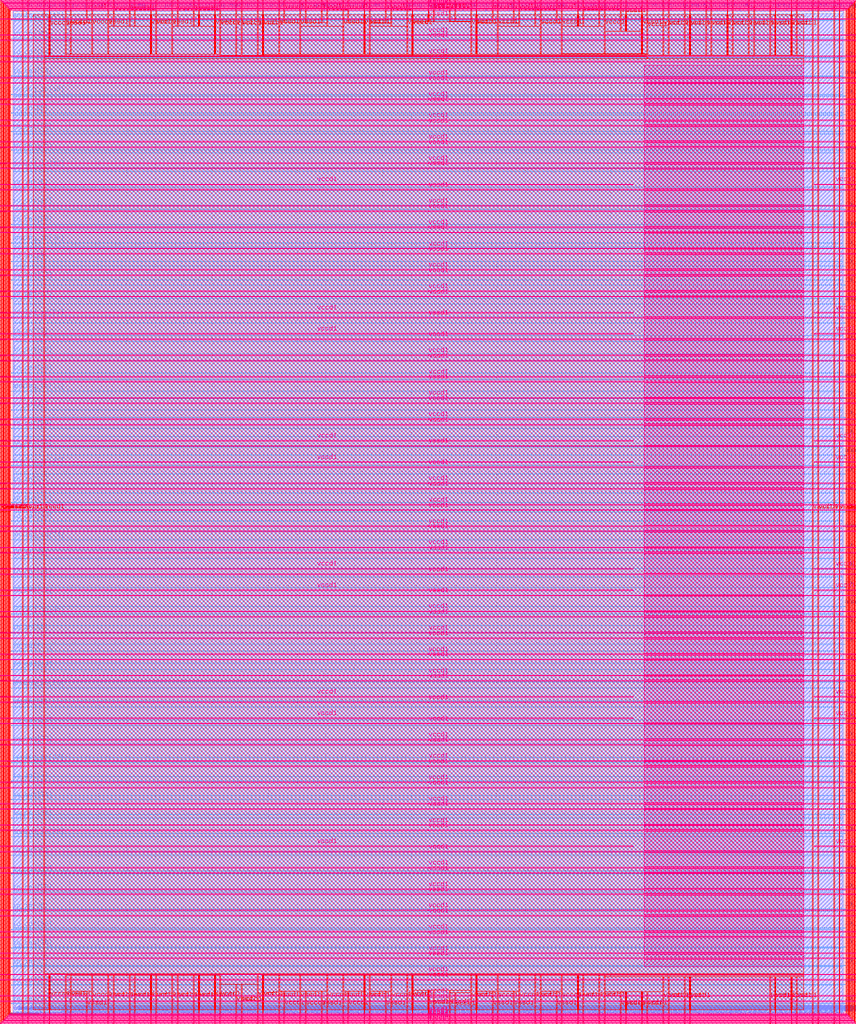
<source format=lef>
VERSION 5.7 ;
  NOWIREEXTENSIONATPIN ON ;
  DIVIDERCHAR "/" ;
  BUSBITCHARS "[]" ;
MACRO user_project_wrapper
  CLASS BLOCK ;
  FOREIGN user_project_wrapper ;
  ORIGIN 0.000 0.000 ;
  SIZE 2920.000 BY 3520.000 ;
  PIN analog_io[0]
    DIRECTION INOUT ;
    USE SIGNAL ;
    PORT
      LAYER met3 ;
        RECT 2917.600 1426.380 2924.800 1427.580 ;
    END
  END analog_io[0]
  PIN analog_io[10]
    DIRECTION INOUT ;
    USE SIGNAL ;
    PORT
      LAYER met2 ;
        RECT 2230.490 3517.600 2231.050 3524.800 ;
    END
  END analog_io[10]
  PIN analog_io[11]
    DIRECTION INOUT ;
    USE SIGNAL ;
    PORT
      LAYER met2 ;
        RECT 1905.730 3517.600 1906.290 3524.800 ;
    END
  END analog_io[11]
  PIN analog_io[12]
    DIRECTION INOUT ;
    USE SIGNAL ;
    PORT
      LAYER met2 ;
        RECT 1581.430 3517.600 1581.990 3524.800 ;
    END
  END analog_io[12]
  PIN analog_io[13]
    DIRECTION INOUT ;
    USE SIGNAL ;
    PORT
      LAYER met2 ;
        RECT 1257.130 3517.600 1257.690 3524.800 ;
    END
  END analog_io[13]
  PIN analog_io[14]
    DIRECTION INOUT ;
    USE SIGNAL ;
    PORT
      LAYER met2 ;
        RECT 932.370 3517.600 932.930 3524.800 ;
    END
  END analog_io[14]
  PIN analog_io[15]
    DIRECTION INOUT ;
    USE SIGNAL ;
    PORT
      LAYER met2 ;
        RECT 608.070 3517.600 608.630 3524.800 ;
    END
  END analog_io[15]
  PIN analog_io[16]
    DIRECTION INOUT ;
    USE SIGNAL ;
    PORT
      LAYER met2 ;
        RECT 283.770 3517.600 284.330 3524.800 ;
    END
  END analog_io[16]
  PIN analog_io[17]
    DIRECTION INOUT ;
    USE SIGNAL ;
    PORT
      LAYER met3 ;
        RECT -4.800 3486.100 2.400 3487.300 ;
    END
  END analog_io[17]
  PIN analog_io[18]
    DIRECTION INOUT ;
    USE SIGNAL ;
    PORT
      LAYER met3 ;
        RECT -4.800 3224.980 2.400 3226.180 ;
    END
  END analog_io[18]
  PIN analog_io[19]
    DIRECTION INOUT ;
    USE SIGNAL ;
    PORT
      LAYER met3 ;
        RECT -4.800 2964.540 2.400 2965.740 ;
    END
  END analog_io[19]
  PIN analog_io[1]
    DIRECTION INOUT ;
    USE SIGNAL ;
    PORT
      LAYER met3 ;
        RECT 2917.600 1692.260 2924.800 1693.460 ;
    END
  END analog_io[1]
  PIN analog_io[20]
    DIRECTION INOUT ;
    USE SIGNAL ;
    PORT
      LAYER met3 ;
        RECT -4.800 2703.420 2.400 2704.620 ;
    END
  END analog_io[20]
  PIN analog_io[21]
    DIRECTION INOUT ;
    USE SIGNAL ;
    PORT
      LAYER met3 ;
        RECT -4.800 2442.980 2.400 2444.180 ;
    END
  END analog_io[21]
  PIN analog_io[22]
    DIRECTION INOUT ;
    USE SIGNAL ;
    PORT
      LAYER met3 ;
        RECT -4.800 2182.540 2.400 2183.740 ;
    END
  END analog_io[22]
  PIN analog_io[23]
    DIRECTION INOUT ;
    USE SIGNAL ;
    PORT
      LAYER met3 ;
        RECT -4.800 1921.420 2.400 1922.620 ;
    END
  END analog_io[23]
  PIN analog_io[24]
    DIRECTION INOUT ;
    USE SIGNAL ;
    PORT
      LAYER met3 ;
        RECT -4.800 1660.980 2.400 1662.180 ;
    END
  END analog_io[24]
  PIN analog_io[25]
    DIRECTION INOUT ;
    USE SIGNAL ;
    PORT
      LAYER met3 ;
        RECT -4.800 1399.860 2.400 1401.060 ;
    END
  END analog_io[25]
  PIN analog_io[26]
    DIRECTION INOUT ;
    USE SIGNAL ;
    PORT
      LAYER met3 ;
        RECT -4.800 1139.420 2.400 1140.620 ;
    END
  END analog_io[26]
  PIN analog_io[27]
    DIRECTION INOUT ;
    USE SIGNAL ;
    PORT
      LAYER met3 ;
        RECT -4.800 878.980 2.400 880.180 ;
    END
  END analog_io[27]
  PIN analog_io[28]
    DIRECTION INOUT ;
    USE SIGNAL ;
    PORT
      LAYER met3 ;
        RECT -4.800 617.860 2.400 619.060 ;
    END
  END analog_io[28]
  PIN analog_io[2]
    DIRECTION INOUT ;
    USE SIGNAL ;
    PORT
      LAYER met3 ;
        RECT 2917.600 1958.140 2924.800 1959.340 ;
    END
  END analog_io[2]
  PIN analog_io[3]
    DIRECTION INOUT ;
    USE SIGNAL ;
    PORT
      LAYER met3 ;
        RECT 2917.600 2223.340 2924.800 2224.540 ;
    END
  END analog_io[3]
  PIN analog_io[4]
    DIRECTION INOUT ;
    USE SIGNAL ;
    PORT
      LAYER met3 ;
        RECT 2917.600 2489.220 2924.800 2490.420 ;
    END
  END analog_io[4]
  PIN analog_io[5]
    DIRECTION INOUT ;
    USE SIGNAL ;
    PORT
      LAYER met3 ;
        RECT 2917.600 2755.100 2924.800 2756.300 ;
    END
  END analog_io[5]
  PIN analog_io[6]
    DIRECTION INOUT ;
    USE SIGNAL ;
    PORT
      LAYER met3 ;
        RECT 2917.600 3020.300 2924.800 3021.500 ;
    END
  END analog_io[6]
  PIN analog_io[7]
    DIRECTION INOUT ;
    USE SIGNAL ;
    PORT
      LAYER met3 ;
        RECT 2917.600 3286.180 2924.800 3287.380 ;
    END
  END analog_io[7]
  PIN analog_io[8]
    DIRECTION INOUT ;
    USE SIGNAL ;
    PORT
      LAYER met2 ;
        RECT 2879.090 3517.600 2879.650 3524.800 ;
    END
  END analog_io[8]
  PIN analog_io[9]
    DIRECTION INOUT ;
    USE SIGNAL ;
    PORT
      LAYER met2 ;
        RECT 2554.790 3517.600 2555.350 3524.800 ;
    END
  END analog_io[9]
  PIN io_in[0]
    DIRECTION INPUT ;
    USE SIGNAL ;
    PORT
      LAYER met3 ;
        RECT 2917.600 32.380 2924.800 33.580 ;
    END
  END io_in[0]
  PIN io_in[10]
    DIRECTION INPUT ;
    USE SIGNAL ;
    ANTENNAGATEAREA 0.990000 ;
    PORT
      LAYER met3 ;
        RECT 2917.600 2289.980 2924.800 2291.180 ;
    END
  END io_in[10]
  PIN io_in[11]
    DIRECTION INPUT ;
    USE SIGNAL ;
    ANTENNAGATEAREA 0.990000 ;
    PORT
      LAYER met3 ;
        RECT 2917.600 2555.860 2924.800 2557.060 ;
    END
  END io_in[11]
  PIN io_in[12]
    DIRECTION INPUT ;
    USE SIGNAL ;
    ANTENNAGATEAREA 0.990000 ;
    PORT
      LAYER met3 ;
        RECT 2917.600 2821.060 2924.800 2822.260 ;
    END
  END io_in[12]
  PIN io_in[13]
    DIRECTION INPUT ;
    USE SIGNAL ;
    PORT
      LAYER met3 ;
        RECT 2917.600 3086.940 2924.800 3088.140 ;
    END
  END io_in[13]
  PIN io_in[14]
    DIRECTION INPUT ;
    USE SIGNAL ;
    ANTENNAGATEAREA 0.495000 ;
    PORT
      LAYER met3 ;
        RECT 2917.600 3352.820 2924.800 3354.020 ;
    END
  END io_in[14]
  PIN io_in[15]
    DIRECTION INPUT ;
    USE SIGNAL ;
    ANTENNAGATEAREA 0.495000 ;
    PORT
      LAYER met2 ;
        RECT 2798.130 3517.600 2798.690 3524.800 ;
    END
  END io_in[15]
  PIN io_in[16]
    DIRECTION INPUT ;
    USE SIGNAL ;
    ANTENNAGATEAREA 0.990000 ;
    PORT
      LAYER met2 ;
        RECT 2473.830 3517.600 2474.390 3524.800 ;
    END
  END io_in[16]
  PIN io_in[17]
    DIRECTION INPUT ;
    USE SIGNAL ;
    ANTENNAGATEAREA 0.990000 ;
    PORT
      LAYER met2 ;
        RECT 2149.070 3517.600 2149.630 3524.800 ;
    END
  END io_in[17]
  PIN io_in[18]
    DIRECTION INPUT ;
    USE SIGNAL ;
    ANTENNAGATEAREA 0.742500 ;
    PORT
      LAYER met2 ;
        RECT 1824.770 3517.600 1825.330 3524.800 ;
    END
  END io_in[18]
  PIN io_in[19]
    DIRECTION INPUT ;
    USE SIGNAL ;
    ANTENNAGATEAREA 0.495000 ;
    PORT
      LAYER met2 ;
        RECT 1500.470 3517.600 1501.030 3524.800 ;
    END
  END io_in[19]
  PIN io_in[1]
    DIRECTION INPUT ;
    USE SIGNAL ;
    PORT
      LAYER met3 ;
        RECT 2917.600 230.940 2924.800 232.140 ;
    END
  END io_in[1]
  PIN io_in[20]
    DIRECTION INPUT ;
    USE SIGNAL ;
    ANTENNAGATEAREA 0.990000 ;
    PORT
      LAYER met2 ;
        RECT 1175.710 3517.600 1176.270 3524.800 ;
    END
  END io_in[20]
  PIN io_in[21]
    DIRECTION INPUT ;
    USE SIGNAL ;
    ANTENNAGATEAREA 0.990000 ;
    PORT
      LAYER met2 ;
        RECT 851.410 3517.600 851.970 3524.800 ;
    END
  END io_in[21]
  PIN io_in[22]
    DIRECTION INPUT ;
    USE SIGNAL ;
    ANTENNAGATEAREA 0.990000 ;
    PORT
      LAYER met2 ;
        RECT 527.110 3517.600 527.670 3524.800 ;
    END
  END io_in[22]
  PIN io_in[23]
    DIRECTION INPUT ;
    USE SIGNAL ;
    ANTENNAGATEAREA 0.990000 ;
    PORT
      LAYER met2 ;
        RECT 202.350 3517.600 202.910 3524.800 ;
    END
  END io_in[23]
  PIN io_in[24]
    DIRECTION INPUT ;
    USE SIGNAL ;
    ANTENNAGATEAREA 0.990000 ;
    PORT
      LAYER met3 ;
        RECT -4.800 3420.820 2.400 3422.020 ;
    END
  END io_in[24]
  PIN io_in[25]
    DIRECTION INPUT ;
    USE SIGNAL ;
    ANTENNAGATEAREA 0.990000 ;
    PORT
      LAYER met3 ;
        RECT -4.800 3159.700 2.400 3160.900 ;
    END
  END io_in[25]
  PIN io_in[26]
    DIRECTION INPUT ;
    USE SIGNAL ;
    ANTENNAGATEAREA 0.852000 ;
    PORT
      LAYER met3 ;
        RECT -4.800 2899.260 2.400 2900.460 ;
    END
  END io_in[26]
  PIN io_in[27]
    DIRECTION INPUT ;
    USE SIGNAL ;
    ANTENNAGATEAREA 0.742500 ;
    PORT
      LAYER met3 ;
        RECT -4.800 2638.820 2.400 2640.020 ;
    END
  END io_in[27]
  PIN io_in[28]
    DIRECTION INPUT ;
    USE SIGNAL ;
    ANTENNAGATEAREA 0.426000 ;
    PORT
      LAYER met3 ;
        RECT -4.800 2377.700 2.400 2378.900 ;
    END
  END io_in[28]
  PIN io_in[29]
    DIRECTION INPUT ;
    USE SIGNAL ;
    ANTENNAGATEAREA 0.213000 ;
    PORT
      LAYER met3 ;
        RECT -4.800 2117.260 2.400 2118.460 ;
    END
  END io_in[29]
  PIN io_in[2]
    DIRECTION INPUT ;
    USE SIGNAL ;
    PORT
      LAYER met3 ;
        RECT 2917.600 430.180 2924.800 431.380 ;
    END
  END io_in[2]
  PIN io_in[30]
    DIRECTION INPUT ;
    USE SIGNAL ;
    ANTENNAGATEAREA 0.159000 ;
    PORT
      LAYER met3 ;
        RECT -4.800 1856.140 2.400 1857.340 ;
    END
  END io_in[30]
  PIN io_in[31]
    DIRECTION INPUT ;
    USE SIGNAL ;
    ANTENNAGATEAREA 0.247500 ;
    PORT
      LAYER met3 ;
        RECT -4.800 1595.700 2.400 1596.900 ;
    END
  END io_in[31]
  PIN io_in[32]
    DIRECTION INPUT ;
    USE SIGNAL ;
    ANTENNAGATEAREA 0.742500 ;
    PORT
      LAYER met3 ;
        RECT -4.800 1335.260 2.400 1336.460 ;
    END
  END io_in[32]
  PIN io_in[33]
    DIRECTION INPUT ;
    USE SIGNAL ;
    ANTENNAGATEAREA 0.742500 ;
    PORT
      LAYER met3 ;
        RECT -4.800 1074.140 2.400 1075.340 ;
    END
  END io_in[33]
  PIN io_in[34]
    DIRECTION INPUT ;
    USE SIGNAL ;
    ANTENNAGATEAREA 0.990000 ;
    PORT
      LAYER met3 ;
        RECT -4.800 813.700 2.400 814.900 ;
    END
  END io_in[34]
  PIN io_in[35]
    DIRECTION INPUT ;
    USE SIGNAL ;
    ANTENNAGATEAREA 0.990000 ;
    PORT
      LAYER met3 ;
        RECT -4.800 552.580 2.400 553.780 ;
    END
  END io_in[35]
  PIN io_in[36]
    DIRECTION INPUT ;
    USE SIGNAL ;
    ANTENNAGATEAREA 0.990000 ;
    PORT
      LAYER met3 ;
        RECT -4.800 357.420 2.400 358.620 ;
    END
  END io_in[36]
  PIN io_in[37]
    DIRECTION INPUT ;
    USE SIGNAL ;
    ANTENNAGATEAREA 0.990000 ;
    PORT
      LAYER met3 ;
        RECT -4.800 161.580 2.400 162.780 ;
    END
  END io_in[37]
  PIN io_in[3]
    DIRECTION INPUT ;
    USE SIGNAL ;
    PORT
      LAYER met3 ;
        RECT 2917.600 629.420 2924.800 630.620 ;
    END
  END io_in[3]
  PIN io_in[4]
    DIRECTION INPUT ;
    USE SIGNAL ;
    PORT
      LAYER met3 ;
        RECT 2917.600 828.660 2924.800 829.860 ;
    END
  END io_in[4]
  PIN io_in[5]
    DIRECTION INPUT ;
    USE SIGNAL ;
    PORT
      LAYER met3 ;
        RECT 2917.600 1027.900 2924.800 1029.100 ;
    END
  END io_in[5]
  PIN io_in[6]
    DIRECTION INPUT ;
    USE SIGNAL ;
    PORT
      LAYER met3 ;
        RECT 2917.600 1227.140 2924.800 1228.340 ;
    END
  END io_in[6]
  PIN io_in[7]
    DIRECTION INPUT ;
    USE SIGNAL ;
    ANTENNAGATEAREA 0.196500 ;
    PORT
      LAYER met3 ;
        RECT 2917.600 1493.020 2924.800 1494.220 ;
    END
  END io_in[7]
  PIN io_in[8]
    DIRECTION INPUT ;
    USE SIGNAL ;
    ANTENNAGATEAREA 0.159000 ;
    PORT
      LAYER met3 ;
        RECT 2917.600 1758.900 2924.800 1760.100 ;
    END
  END io_in[8]
  PIN io_in[9]
    DIRECTION INPUT ;
    USE SIGNAL ;
    ANTENNAGATEAREA 0.742500 ;
    PORT
      LAYER met3 ;
        RECT 2917.600 2024.100 2924.800 2025.300 ;
    END
  END io_in[9]
  PIN io_oeb[0]
    DIRECTION OUTPUT TRISTATE ;
    USE SIGNAL ;
    PORT
      LAYER met3 ;
        RECT 2917.600 164.980 2924.800 166.180 ;
    END
  END io_oeb[0]
  PIN io_oeb[10]
    DIRECTION OUTPUT TRISTATE ;
    USE SIGNAL ;
    PORT
      LAYER met3 ;
        RECT 2917.600 2422.580 2924.800 2423.780 ;
    END
  END io_oeb[10]
  PIN io_oeb[11]
    DIRECTION OUTPUT TRISTATE ;
    USE SIGNAL ;
    PORT
      LAYER met3 ;
        RECT 2917.600 2688.460 2924.800 2689.660 ;
    END
  END io_oeb[11]
  PIN io_oeb[12]
    DIRECTION OUTPUT TRISTATE ;
    USE SIGNAL ;
    PORT
      LAYER met3 ;
        RECT 2917.600 2954.340 2924.800 2955.540 ;
    END
  END io_oeb[12]
  PIN io_oeb[13]
    DIRECTION OUTPUT TRISTATE ;
    USE SIGNAL ;
    PORT
      LAYER met3 ;
        RECT 2917.600 3219.540 2924.800 3220.740 ;
    END
  END io_oeb[13]
  PIN io_oeb[14]
    DIRECTION OUTPUT TRISTATE ;
    USE SIGNAL ;
    ANTENNADIFFAREA 2.673000 ;
    PORT
      LAYER met3 ;
        RECT 2917.600 3485.420 2924.800 3486.620 ;
    END
  END io_oeb[14]
  PIN io_oeb[15]
    DIRECTION OUTPUT TRISTATE ;
    USE SIGNAL ;
    ANTENNADIFFAREA 2.673000 ;
    PORT
      LAYER met2 ;
        RECT 2635.750 3517.600 2636.310 3524.800 ;
    END
  END io_oeb[15]
  PIN io_oeb[16]
    DIRECTION OUTPUT TRISTATE ;
    USE SIGNAL ;
    ANTENNADIFFAREA 2.673000 ;
    PORT
      LAYER met2 ;
        RECT 2311.450 3517.600 2312.010 3524.800 ;
    END
  END io_oeb[16]
  PIN io_oeb[17]
    DIRECTION OUTPUT TRISTATE ;
    USE SIGNAL ;
    ANTENNADIFFAREA 2.673000 ;
    PORT
      LAYER met2 ;
        RECT 1987.150 3517.600 1987.710 3524.800 ;
    END
  END io_oeb[17]
  PIN io_oeb[18]
    DIRECTION OUTPUT TRISTATE ;
    USE SIGNAL ;
    ANTENNADIFFAREA 2.673000 ;
    PORT
      LAYER met2 ;
        RECT 1662.390 3517.600 1662.950 3524.800 ;
    END
  END io_oeb[18]
  PIN io_oeb[19]
    DIRECTION OUTPUT TRISTATE ;
    USE SIGNAL ;
    ANTENNADIFFAREA 2.673000 ;
    PORT
      LAYER met2 ;
        RECT 1338.090 3517.600 1338.650 3524.800 ;
    END
  END io_oeb[19]
  PIN io_oeb[1]
    DIRECTION OUTPUT TRISTATE ;
    USE SIGNAL ;
    PORT
      LAYER met3 ;
        RECT 2917.600 364.220 2924.800 365.420 ;
    END
  END io_oeb[1]
  PIN io_oeb[20]
    DIRECTION OUTPUT TRISTATE ;
    USE SIGNAL ;
    ANTENNADIFFAREA 2.673000 ;
    PORT
      LAYER met2 ;
        RECT 1013.790 3517.600 1014.350 3524.800 ;
    END
  END io_oeb[20]
  PIN io_oeb[21]
    DIRECTION OUTPUT TRISTATE ;
    USE SIGNAL ;
    ANTENNADIFFAREA 2.673000 ;
    PORT
      LAYER met2 ;
        RECT 689.030 3517.600 689.590 3524.800 ;
    END
  END io_oeb[21]
  PIN io_oeb[22]
    DIRECTION OUTPUT TRISTATE ;
    USE SIGNAL ;
    ANTENNADIFFAREA 2.673000 ;
    PORT
      LAYER met2 ;
        RECT 364.730 3517.600 365.290 3524.800 ;
    END
  END io_oeb[22]
  PIN io_oeb[23]
    DIRECTION OUTPUT TRISTATE ;
    USE SIGNAL ;
    ANTENNADIFFAREA 2.673000 ;
    PORT
      LAYER met2 ;
        RECT 40.430 3517.600 40.990 3524.800 ;
    END
  END io_oeb[23]
  PIN io_oeb[24]
    DIRECTION OUTPUT TRISTATE ;
    USE SIGNAL ;
    ANTENNADIFFAREA 2.673000 ;
    PORT
      LAYER met3 ;
        RECT -4.800 3290.260 2.400 3291.460 ;
    END
  END io_oeb[24]
  PIN io_oeb[25]
    DIRECTION OUTPUT TRISTATE ;
    USE SIGNAL ;
    ANTENNADIFFAREA 2.673000 ;
    PORT
      LAYER met3 ;
        RECT -4.800 3029.820 2.400 3031.020 ;
    END
  END io_oeb[25]
  PIN io_oeb[26]
    DIRECTION OUTPUT TRISTATE ;
    USE SIGNAL ;
    ANTENNADIFFAREA 2.673000 ;
    PORT
      LAYER met3 ;
        RECT -4.800 2768.700 2.400 2769.900 ;
    END
  END io_oeb[26]
  PIN io_oeb[27]
    DIRECTION OUTPUT TRISTATE ;
    USE SIGNAL ;
    ANTENNADIFFAREA 2.673000 ;
    PORT
      LAYER met3 ;
        RECT -4.800 2508.260 2.400 2509.460 ;
    END
  END io_oeb[27]
  PIN io_oeb[28]
    DIRECTION OUTPUT TRISTATE ;
    USE SIGNAL ;
    ANTENNADIFFAREA 2.673000 ;
    PORT
      LAYER met3 ;
        RECT -4.800 2247.140 2.400 2248.340 ;
    END
  END io_oeb[28]
  PIN io_oeb[29]
    DIRECTION OUTPUT TRISTATE ;
    USE SIGNAL ;
    ANTENNADIFFAREA 2.673000 ;
    PORT
      LAYER met3 ;
        RECT -4.800 1986.700 2.400 1987.900 ;
    END
  END io_oeb[29]
  PIN io_oeb[2]
    DIRECTION OUTPUT TRISTATE ;
    USE SIGNAL ;
    PORT
      LAYER met3 ;
        RECT 2917.600 563.460 2924.800 564.660 ;
    END
  END io_oeb[2]
  PIN io_oeb[30]
    DIRECTION OUTPUT TRISTATE ;
    USE SIGNAL ;
    ANTENNADIFFAREA 2.673000 ;
    PORT
      LAYER met3 ;
        RECT -4.800 1726.260 2.400 1727.460 ;
    END
  END io_oeb[30]
  PIN io_oeb[31]
    DIRECTION OUTPUT TRISTATE ;
    USE SIGNAL ;
    ANTENNADIFFAREA 2.673000 ;
    PORT
      LAYER met3 ;
        RECT -4.800 1465.140 2.400 1466.340 ;
    END
  END io_oeb[31]
  PIN io_oeb[32]
    DIRECTION OUTPUT TRISTATE ;
    USE SIGNAL ;
    ANTENNADIFFAREA 2.673000 ;
    PORT
      LAYER met3 ;
        RECT -4.800 1204.700 2.400 1205.900 ;
    END
  END io_oeb[32]
  PIN io_oeb[33]
    DIRECTION OUTPUT TRISTATE ;
    USE SIGNAL ;
    ANTENNADIFFAREA 2.673000 ;
    PORT
      LAYER met3 ;
        RECT -4.800 943.580 2.400 944.780 ;
    END
  END io_oeb[33]
  PIN io_oeb[34]
    DIRECTION OUTPUT TRISTATE ;
    USE SIGNAL ;
    ANTENNADIFFAREA 2.673000 ;
    PORT
      LAYER met3 ;
        RECT -4.800 683.140 2.400 684.340 ;
    END
  END io_oeb[34]
  PIN io_oeb[35]
    DIRECTION OUTPUT TRISTATE ;
    USE SIGNAL ;
    ANTENNADIFFAREA 2.673000 ;
    PORT
      LAYER met3 ;
        RECT -4.800 422.700 2.400 423.900 ;
    END
  END io_oeb[35]
  PIN io_oeb[36]
    DIRECTION OUTPUT TRISTATE ;
    USE SIGNAL ;
    ANTENNADIFFAREA 2.673000 ;
    PORT
      LAYER met3 ;
        RECT -4.800 226.860 2.400 228.060 ;
    END
  END io_oeb[36]
  PIN io_oeb[37]
    DIRECTION OUTPUT TRISTATE ;
    USE SIGNAL ;
    PORT
      LAYER met3 ;
        RECT -4.800 31.700 2.400 32.900 ;
    END
  END io_oeb[37]
  PIN io_oeb[3]
    DIRECTION OUTPUT TRISTATE ;
    USE SIGNAL ;
    PORT
      LAYER met3 ;
        RECT 2917.600 762.700 2924.800 763.900 ;
    END
  END io_oeb[3]
  PIN io_oeb[4]
    DIRECTION OUTPUT TRISTATE ;
    USE SIGNAL ;
    PORT
      LAYER met3 ;
        RECT 2917.600 961.940 2924.800 963.140 ;
    END
  END io_oeb[4]
  PIN io_oeb[5]
    DIRECTION OUTPUT TRISTATE ;
    USE SIGNAL ;
    PORT
      LAYER met3 ;
        RECT 2917.600 1161.180 2924.800 1162.380 ;
    END
  END io_oeb[5]
  PIN io_oeb[6]
    DIRECTION OUTPUT TRISTATE ;
    USE SIGNAL ;
    PORT
      LAYER met3 ;
        RECT 2917.600 1360.420 2924.800 1361.620 ;
    END
  END io_oeb[6]
  PIN io_oeb[7]
    DIRECTION OUTPUT TRISTATE ;
    USE SIGNAL ;
    PORT
      LAYER met3 ;
        RECT 2917.600 1625.620 2924.800 1626.820 ;
    END
  END io_oeb[7]
  PIN io_oeb[8]
    DIRECTION OUTPUT TRISTATE ;
    USE SIGNAL ;
    PORT
      LAYER met3 ;
        RECT 2917.600 1891.500 2924.800 1892.700 ;
    END
  END io_oeb[8]
  PIN io_oeb[9]
    DIRECTION OUTPUT TRISTATE ;
    USE SIGNAL ;
    PORT
      LAYER met3 ;
        RECT 2917.600 2157.380 2924.800 2158.580 ;
    END
  END io_oeb[9]
  PIN io_out[0]
    DIRECTION OUTPUT TRISTATE ;
    USE SIGNAL ;
    PORT
      LAYER met3 ;
        RECT 2917.600 98.340 2924.800 99.540 ;
    END
  END io_out[0]
  PIN io_out[10]
    DIRECTION OUTPUT TRISTATE ;
    USE SIGNAL ;
    PORT
      LAYER met3 ;
        RECT 2917.600 2356.620 2924.800 2357.820 ;
    END
  END io_out[10]
  PIN io_out[11]
    DIRECTION OUTPUT TRISTATE ;
    USE SIGNAL ;
    PORT
      LAYER met3 ;
        RECT 2917.600 2621.820 2924.800 2623.020 ;
    END
  END io_out[11]
  PIN io_out[12]
    DIRECTION OUTPUT TRISTATE ;
    USE SIGNAL ;
    PORT
      LAYER met3 ;
        RECT 2917.600 2887.700 2924.800 2888.900 ;
    END
  END io_out[12]
  PIN io_out[13]
    DIRECTION OUTPUT TRISTATE ;
    USE SIGNAL ;
    ANTENNADIFFAREA 2.673000 ;
    PORT
      LAYER met3 ;
        RECT 2917.600 3153.580 2924.800 3154.780 ;
    END
  END io_out[13]
  PIN io_out[14]
    DIRECTION OUTPUT TRISTATE ;
    USE SIGNAL ;
    ANTENNADIFFAREA 2.673000 ;
    PORT
      LAYER met3 ;
        RECT 2917.600 3418.780 2924.800 3419.980 ;
    END
  END io_out[14]
  PIN io_out[15]
    DIRECTION OUTPUT TRISTATE ;
    USE SIGNAL ;
    ANTENNADIFFAREA 2.673000 ;
    PORT
      LAYER met2 ;
        RECT 2717.170 3517.600 2717.730 3524.800 ;
    END
  END io_out[15]
  PIN io_out[16]
    DIRECTION OUTPUT TRISTATE ;
    USE SIGNAL ;
    ANTENNADIFFAREA 2.673000 ;
    PORT
      LAYER met2 ;
        RECT 2392.410 3517.600 2392.970 3524.800 ;
    END
  END io_out[16]
  PIN io_out[17]
    DIRECTION OUTPUT TRISTATE ;
    USE SIGNAL ;
    ANTENNADIFFAREA 2.673000 ;
    PORT
      LAYER met2 ;
        RECT 2068.110 3517.600 2068.670 3524.800 ;
    END
  END io_out[17]
  PIN io_out[18]
    DIRECTION OUTPUT TRISTATE ;
    USE SIGNAL ;
    ANTENNADIFFAREA 2.673000 ;
    PORT
      LAYER met2 ;
        RECT 1743.810 3517.600 1744.370 3524.800 ;
    END
  END io_out[18]
  PIN io_out[19]
    DIRECTION OUTPUT TRISTATE ;
    USE SIGNAL ;
    ANTENNADIFFAREA 2.673000 ;
    PORT
      LAYER met2 ;
        RECT 1419.050 3517.600 1419.610 3524.800 ;
    END
  END io_out[19]
  PIN io_out[1]
    DIRECTION OUTPUT TRISTATE ;
    USE SIGNAL ;
    PORT
      LAYER met3 ;
        RECT 2917.600 297.580 2924.800 298.780 ;
    END
  END io_out[1]
  PIN io_out[20]
    DIRECTION OUTPUT TRISTATE ;
    USE SIGNAL ;
    ANTENNADIFFAREA 2.673000 ;
    PORT
      LAYER met2 ;
        RECT 1094.750 3517.600 1095.310 3524.800 ;
    END
  END io_out[20]
  PIN io_out[21]
    DIRECTION OUTPUT TRISTATE ;
    USE SIGNAL ;
    ANTENNADIFFAREA 2.673000 ;
    PORT
      LAYER met2 ;
        RECT 770.450 3517.600 771.010 3524.800 ;
    END
  END io_out[21]
  PIN io_out[22]
    DIRECTION OUTPUT TRISTATE ;
    USE SIGNAL ;
    ANTENNADIFFAREA 2.673000 ;
    PORT
      LAYER met2 ;
        RECT 445.690 3517.600 446.250 3524.800 ;
    END
  END io_out[22]
  PIN io_out[23]
    DIRECTION OUTPUT TRISTATE ;
    USE SIGNAL ;
    ANTENNADIFFAREA 2.673000 ;
    PORT
      LAYER met2 ;
        RECT 121.390 3517.600 121.950 3524.800 ;
    END
  END io_out[23]
  PIN io_out[24]
    DIRECTION OUTPUT TRISTATE ;
    USE SIGNAL ;
    ANTENNADIFFAREA 2.673000 ;
    PORT
      LAYER met3 ;
        RECT -4.800 3355.540 2.400 3356.740 ;
    END
  END io_out[24]
  PIN io_out[25]
    DIRECTION OUTPUT TRISTATE ;
    USE SIGNAL ;
    ANTENNADIFFAREA 2.673000 ;
    PORT
      LAYER met3 ;
        RECT -4.800 3095.100 2.400 3096.300 ;
    END
  END io_out[25]
  PIN io_out[26]
    DIRECTION OUTPUT TRISTATE ;
    USE SIGNAL ;
    ANTENNADIFFAREA 2.673000 ;
    PORT
      LAYER met3 ;
        RECT -4.800 2833.980 2.400 2835.180 ;
    END
  END io_out[26]
  PIN io_out[27]
    DIRECTION OUTPUT TRISTATE ;
    USE SIGNAL ;
    ANTENNADIFFAREA 2.673000 ;
    PORT
      LAYER met3 ;
        RECT -4.800 2573.540 2.400 2574.740 ;
    END
  END io_out[27]
  PIN io_out[28]
    DIRECTION OUTPUT TRISTATE ;
    USE SIGNAL ;
    ANTENNADIFFAREA 2.673000 ;
    PORT
      LAYER met3 ;
        RECT -4.800 2312.420 2.400 2313.620 ;
    END
  END io_out[28]
  PIN io_out[29]
    DIRECTION OUTPUT TRISTATE ;
    USE SIGNAL ;
    ANTENNADIFFAREA 2.673000 ;
    PORT
      LAYER met3 ;
        RECT -4.800 2051.980 2.400 2053.180 ;
    END
  END io_out[29]
  PIN io_out[2]
    DIRECTION OUTPUT TRISTATE ;
    USE SIGNAL ;
    PORT
      LAYER met3 ;
        RECT 2917.600 496.820 2924.800 498.020 ;
    END
  END io_out[2]
  PIN io_out[30]
    DIRECTION OUTPUT TRISTATE ;
    USE SIGNAL ;
    ANTENNADIFFAREA 2.673000 ;
    PORT
      LAYER met3 ;
        RECT -4.800 1791.540 2.400 1792.740 ;
    END
  END io_out[30]
  PIN io_out[31]
    DIRECTION OUTPUT TRISTATE ;
    USE SIGNAL ;
    ANTENNADIFFAREA 2.673000 ;
    PORT
      LAYER met3 ;
        RECT -4.800 1530.420 2.400 1531.620 ;
    END
  END io_out[31]
  PIN io_out[32]
    DIRECTION OUTPUT TRISTATE ;
    USE SIGNAL ;
    ANTENNADIFFAREA 2.673000 ;
    PORT
      LAYER met3 ;
        RECT -4.800 1269.980 2.400 1271.180 ;
    END
  END io_out[32]
  PIN io_out[33]
    DIRECTION OUTPUT TRISTATE ;
    USE SIGNAL ;
    ANTENNADIFFAREA 2.673000 ;
    PORT
      LAYER met3 ;
        RECT -4.800 1008.860 2.400 1010.060 ;
    END
  END io_out[33]
  PIN io_out[34]
    DIRECTION OUTPUT TRISTATE ;
    USE SIGNAL ;
    ANTENNADIFFAREA 2.673000 ;
    PORT
      LAYER met3 ;
        RECT -4.800 748.420 2.400 749.620 ;
    END
  END io_out[34]
  PIN io_out[35]
    DIRECTION OUTPUT TRISTATE ;
    USE SIGNAL ;
    ANTENNADIFFAREA 2.673000 ;
    PORT
      LAYER met3 ;
        RECT -4.800 487.300 2.400 488.500 ;
    END
  END io_out[35]
  PIN io_out[36]
    DIRECTION OUTPUT TRISTATE ;
    USE SIGNAL ;
    ANTENNADIFFAREA 2.673000 ;
    PORT
      LAYER met3 ;
        RECT -4.800 292.140 2.400 293.340 ;
    END
  END io_out[36]
  PIN io_out[37]
    DIRECTION OUTPUT TRISTATE ;
    USE SIGNAL ;
    PORT
      LAYER met3 ;
        RECT -4.800 96.300 2.400 97.500 ;
    END
  END io_out[37]
  PIN io_out[3]
    DIRECTION OUTPUT TRISTATE ;
    USE SIGNAL ;
    PORT
      LAYER met3 ;
        RECT 2917.600 696.060 2924.800 697.260 ;
    END
  END io_out[3]
  PIN io_out[4]
    DIRECTION OUTPUT TRISTATE ;
    USE SIGNAL ;
    PORT
      LAYER met3 ;
        RECT 2917.600 895.300 2924.800 896.500 ;
    END
  END io_out[4]
  PIN io_out[5]
    DIRECTION OUTPUT TRISTATE ;
    USE SIGNAL ;
    PORT
      LAYER met3 ;
        RECT 2917.600 1094.540 2924.800 1095.740 ;
    END
  END io_out[5]
  PIN io_out[6]
    DIRECTION OUTPUT TRISTATE ;
    USE SIGNAL ;
    PORT
      LAYER met3 ;
        RECT 2917.600 1293.780 2924.800 1294.980 ;
    END
  END io_out[6]
  PIN io_out[7]
    DIRECTION OUTPUT TRISTATE ;
    USE SIGNAL ;
    PORT
      LAYER met3 ;
        RECT 2917.600 1559.660 2924.800 1560.860 ;
    END
  END io_out[7]
  PIN io_out[8]
    DIRECTION OUTPUT TRISTATE ;
    USE SIGNAL ;
    PORT
      LAYER met3 ;
        RECT 2917.600 1824.860 2924.800 1826.060 ;
    END
  END io_out[8]
  PIN io_out[9]
    DIRECTION OUTPUT TRISTATE ;
    USE SIGNAL ;
    PORT
      LAYER met3 ;
        RECT 2917.600 2090.740 2924.800 2091.940 ;
    END
  END io_out[9]
  PIN la_data_in[0]
    DIRECTION INPUT ;
    USE SIGNAL ;
    PORT
      LAYER met2 ;
        RECT 629.230 -4.800 629.790 2.400 ;
    END
  END la_data_in[0]
  PIN la_data_in[100]
    DIRECTION INPUT ;
    USE SIGNAL ;
    PORT
      LAYER met2 ;
        RECT 2402.530 -4.800 2403.090 2.400 ;
    END
  END la_data_in[100]
  PIN la_data_in[101]
    DIRECTION INPUT ;
    USE SIGNAL ;
    PORT
      LAYER met2 ;
        RECT 2420.010 -4.800 2420.570 2.400 ;
    END
  END la_data_in[101]
  PIN la_data_in[102]
    DIRECTION INPUT ;
    USE SIGNAL ;
    PORT
      LAYER met2 ;
        RECT 2437.950 -4.800 2438.510 2.400 ;
    END
  END la_data_in[102]
  PIN la_data_in[103]
    DIRECTION INPUT ;
    USE SIGNAL ;
    PORT
      LAYER met2 ;
        RECT 2455.430 -4.800 2455.990 2.400 ;
    END
  END la_data_in[103]
  PIN la_data_in[104]
    DIRECTION INPUT ;
    USE SIGNAL ;
    PORT
      LAYER met2 ;
        RECT 2473.370 -4.800 2473.930 2.400 ;
    END
  END la_data_in[104]
  PIN la_data_in[105]
    DIRECTION INPUT ;
    USE SIGNAL ;
    PORT
      LAYER met2 ;
        RECT 2490.850 -4.800 2491.410 2.400 ;
    END
  END la_data_in[105]
  PIN la_data_in[106]
    DIRECTION INPUT ;
    USE SIGNAL ;
    PORT
      LAYER met2 ;
        RECT 2508.790 -4.800 2509.350 2.400 ;
    END
  END la_data_in[106]
  PIN la_data_in[107]
    DIRECTION INPUT ;
    USE SIGNAL ;
    PORT
      LAYER met2 ;
        RECT 2526.730 -4.800 2527.290 2.400 ;
    END
  END la_data_in[107]
  PIN la_data_in[108]
    DIRECTION INPUT ;
    USE SIGNAL ;
    PORT
      LAYER met2 ;
        RECT 2544.210 -4.800 2544.770 2.400 ;
    END
  END la_data_in[108]
  PIN la_data_in[109]
    DIRECTION INPUT ;
    USE SIGNAL ;
    PORT
      LAYER met2 ;
        RECT 2562.150 -4.800 2562.710 2.400 ;
    END
  END la_data_in[109]
  PIN la_data_in[10]
    DIRECTION INPUT ;
    USE SIGNAL ;
    PORT
      LAYER met2 ;
        RECT 806.330 -4.800 806.890 2.400 ;
    END
  END la_data_in[10]
  PIN la_data_in[110]
    DIRECTION INPUT ;
    USE SIGNAL ;
    PORT
      LAYER met2 ;
        RECT 2579.630 -4.800 2580.190 2.400 ;
    END
  END la_data_in[110]
  PIN la_data_in[111]
    DIRECTION INPUT ;
    USE SIGNAL ;
    PORT
      LAYER met2 ;
        RECT 2597.570 -4.800 2598.130 2.400 ;
    END
  END la_data_in[111]
  PIN la_data_in[112]
    DIRECTION INPUT ;
    USE SIGNAL ;
    PORT
      LAYER met2 ;
        RECT 2615.050 -4.800 2615.610 2.400 ;
    END
  END la_data_in[112]
  PIN la_data_in[113]
    DIRECTION INPUT ;
    USE SIGNAL ;
    PORT
      LAYER met2 ;
        RECT 2632.990 -4.800 2633.550 2.400 ;
    END
  END la_data_in[113]
  PIN la_data_in[114]
    DIRECTION INPUT ;
    USE SIGNAL ;
    PORT
      LAYER met2 ;
        RECT 2650.470 -4.800 2651.030 2.400 ;
    END
  END la_data_in[114]
  PIN la_data_in[115]
    DIRECTION INPUT ;
    USE SIGNAL ;
    PORT
      LAYER met2 ;
        RECT 2668.410 -4.800 2668.970 2.400 ;
    END
  END la_data_in[115]
  PIN la_data_in[116]
    DIRECTION INPUT ;
    USE SIGNAL ;
    PORT
      LAYER met2 ;
        RECT 2685.890 -4.800 2686.450 2.400 ;
    END
  END la_data_in[116]
  PIN la_data_in[117]
    DIRECTION INPUT ;
    USE SIGNAL ;
    PORT
      LAYER met2 ;
        RECT 2703.830 -4.800 2704.390 2.400 ;
    END
  END la_data_in[117]
  PIN la_data_in[118]
    DIRECTION INPUT ;
    USE SIGNAL ;
    PORT
      LAYER met2 ;
        RECT 2721.770 -4.800 2722.330 2.400 ;
    END
  END la_data_in[118]
  PIN la_data_in[119]
    DIRECTION INPUT ;
    USE SIGNAL ;
    PORT
      LAYER met2 ;
        RECT 2739.250 -4.800 2739.810 2.400 ;
    END
  END la_data_in[119]
  PIN la_data_in[11]
    DIRECTION INPUT ;
    USE SIGNAL ;
    PORT
      LAYER met2 ;
        RECT 824.270 -4.800 824.830 2.400 ;
    END
  END la_data_in[11]
  PIN la_data_in[120]
    DIRECTION INPUT ;
    USE SIGNAL ;
    PORT
      LAYER met2 ;
        RECT 2757.190 -4.800 2757.750 2.400 ;
    END
  END la_data_in[120]
  PIN la_data_in[121]
    DIRECTION INPUT ;
    USE SIGNAL ;
    PORT
      LAYER met2 ;
        RECT 2774.670 -4.800 2775.230 2.400 ;
    END
  END la_data_in[121]
  PIN la_data_in[122]
    DIRECTION INPUT ;
    USE SIGNAL ;
    PORT
      LAYER met2 ;
        RECT 2792.610 -4.800 2793.170 2.400 ;
    END
  END la_data_in[122]
  PIN la_data_in[123]
    DIRECTION INPUT ;
    USE SIGNAL ;
    PORT
      LAYER met2 ;
        RECT 2810.090 -4.800 2810.650 2.400 ;
    END
  END la_data_in[123]
  PIN la_data_in[124]
    DIRECTION INPUT ;
    USE SIGNAL ;
    PORT
      LAYER met2 ;
        RECT 2828.030 -4.800 2828.590 2.400 ;
    END
  END la_data_in[124]
  PIN la_data_in[125]
    DIRECTION INPUT ;
    USE SIGNAL ;
    PORT
      LAYER met2 ;
        RECT 2845.510 -4.800 2846.070 2.400 ;
    END
  END la_data_in[125]
  PIN la_data_in[126]
    DIRECTION INPUT ;
    USE SIGNAL ;
    PORT
      LAYER met2 ;
        RECT 2863.450 -4.800 2864.010 2.400 ;
    END
  END la_data_in[126]
  PIN la_data_in[127]
    DIRECTION INPUT ;
    USE SIGNAL ;
    PORT
      LAYER met2 ;
        RECT 2881.390 -4.800 2881.950 2.400 ;
    END
  END la_data_in[127]
  PIN la_data_in[12]
    DIRECTION INPUT ;
    USE SIGNAL ;
    PORT
      LAYER met2 ;
        RECT 841.750 -4.800 842.310 2.400 ;
    END
  END la_data_in[12]
  PIN la_data_in[13]
    DIRECTION INPUT ;
    USE SIGNAL ;
    PORT
      LAYER met2 ;
        RECT 859.690 -4.800 860.250 2.400 ;
    END
  END la_data_in[13]
  PIN la_data_in[14]
    DIRECTION INPUT ;
    USE SIGNAL ;
    PORT
      LAYER met2 ;
        RECT 877.170 -4.800 877.730 2.400 ;
    END
  END la_data_in[14]
  PIN la_data_in[15]
    DIRECTION INPUT ;
    USE SIGNAL ;
    PORT
      LAYER met2 ;
        RECT 895.110 -4.800 895.670 2.400 ;
    END
  END la_data_in[15]
  PIN la_data_in[16]
    DIRECTION INPUT ;
    USE SIGNAL ;
    PORT
      LAYER met2 ;
        RECT 912.590 -4.800 913.150 2.400 ;
    END
  END la_data_in[16]
  PIN la_data_in[17]
    DIRECTION INPUT ;
    USE SIGNAL ;
    PORT
      LAYER met2 ;
        RECT 930.530 -4.800 931.090 2.400 ;
    END
  END la_data_in[17]
  PIN la_data_in[18]
    DIRECTION INPUT ;
    USE SIGNAL ;
    PORT
      LAYER met2 ;
        RECT 948.470 -4.800 949.030 2.400 ;
    END
  END la_data_in[18]
  PIN la_data_in[19]
    DIRECTION INPUT ;
    USE SIGNAL ;
    PORT
      LAYER met2 ;
        RECT 965.950 -4.800 966.510 2.400 ;
    END
  END la_data_in[19]
  PIN la_data_in[1]
    DIRECTION INPUT ;
    USE SIGNAL ;
    PORT
      LAYER met2 ;
        RECT 646.710 -4.800 647.270 2.400 ;
    END
  END la_data_in[1]
  PIN la_data_in[20]
    DIRECTION INPUT ;
    USE SIGNAL ;
    PORT
      LAYER met2 ;
        RECT 983.890 -4.800 984.450 2.400 ;
    END
  END la_data_in[20]
  PIN la_data_in[21]
    DIRECTION INPUT ;
    USE SIGNAL ;
    PORT
      LAYER met2 ;
        RECT 1001.370 -4.800 1001.930 2.400 ;
    END
  END la_data_in[21]
  PIN la_data_in[22]
    DIRECTION INPUT ;
    USE SIGNAL ;
    PORT
      LAYER met2 ;
        RECT 1019.310 -4.800 1019.870 2.400 ;
    END
  END la_data_in[22]
  PIN la_data_in[23]
    DIRECTION INPUT ;
    USE SIGNAL ;
    PORT
      LAYER met2 ;
        RECT 1036.790 -4.800 1037.350 2.400 ;
    END
  END la_data_in[23]
  PIN la_data_in[24]
    DIRECTION INPUT ;
    USE SIGNAL ;
    PORT
      LAYER met2 ;
        RECT 1054.730 -4.800 1055.290 2.400 ;
    END
  END la_data_in[24]
  PIN la_data_in[25]
    DIRECTION INPUT ;
    USE SIGNAL ;
    PORT
      LAYER met2 ;
        RECT 1072.210 -4.800 1072.770 2.400 ;
    END
  END la_data_in[25]
  PIN la_data_in[26]
    DIRECTION INPUT ;
    USE SIGNAL ;
    PORT
      LAYER met2 ;
        RECT 1090.150 -4.800 1090.710 2.400 ;
    END
  END la_data_in[26]
  PIN la_data_in[27]
    DIRECTION INPUT ;
    USE SIGNAL ;
    PORT
      LAYER met2 ;
        RECT 1107.630 -4.800 1108.190 2.400 ;
    END
  END la_data_in[27]
  PIN la_data_in[28]
    DIRECTION INPUT ;
    USE SIGNAL ;
    PORT
      LAYER met2 ;
        RECT 1125.570 -4.800 1126.130 2.400 ;
    END
  END la_data_in[28]
  PIN la_data_in[29]
    DIRECTION INPUT ;
    USE SIGNAL ;
    PORT
      LAYER met2 ;
        RECT 1143.510 -4.800 1144.070 2.400 ;
    END
  END la_data_in[29]
  PIN la_data_in[2]
    DIRECTION INPUT ;
    USE SIGNAL ;
    PORT
      LAYER met2 ;
        RECT 664.650 -4.800 665.210 2.400 ;
    END
  END la_data_in[2]
  PIN la_data_in[30]
    DIRECTION INPUT ;
    USE SIGNAL ;
    PORT
      LAYER met2 ;
        RECT 1160.990 -4.800 1161.550 2.400 ;
    END
  END la_data_in[30]
  PIN la_data_in[31]
    DIRECTION INPUT ;
    USE SIGNAL ;
    PORT
      LAYER met2 ;
        RECT 1178.930 -4.800 1179.490 2.400 ;
    END
  END la_data_in[31]
  PIN la_data_in[32]
    DIRECTION INPUT ;
    USE SIGNAL ;
    PORT
      LAYER met2 ;
        RECT 1196.410 -4.800 1196.970 2.400 ;
    END
  END la_data_in[32]
  PIN la_data_in[33]
    DIRECTION INPUT ;
    USE SIGNAL ;
    PORT
      LAYER met2 ;
        RECT 1214.350 -4.800 1214.910 2.400 ;
    END
  END la_data_in[33]
  PIN la_data_in[34]
    DIRECTION INPUT ;
    USE SIGNAL ;
    PORT
      LAYER met2 ;
        RECT 1231.830 -4.800 1232.390 2.400 ;
    END
  END la_data_in[34]
  PIN la_data_in[35]
    DIRECTION INPUT ;
    USE SIGNAL ;
    PORT
      LAYER met2 ;
        RECT 1249.770 -4.800 1250.330 2.400 ;
    END
  END la_data_in[35]
  PIN la_data_in[36]
    DIRECTION INPUT ;
    USE SIGNAL ;
    PORT
      LAYER met2 ;
        RECT 1267.250 -4.800 1267.810 2.400 ;
    END
  END la_data_in[36]
  PIN la_data_in[37]
    DIRECTION INPUT ;
    USE SIGNAL ;
    PORT
      LAYER met2 ;
        RECT 1285.190 -4.800 1285.750 2.400 ;
    END
  END la_data_in[37]
  PIN la_data_in[38]
    DIRECTION INPUT ;
    USE SIGNAL ;
    PORT
      LAYER met2 ;
        RECT 1303.130 -4.800 1303.690 2.400 ;
    END
  END la_data_in[38]
  PIN la_data_in[39]
    DIRECTION INPUT ;
    USE SIGNAL ;
    PORT
      LAYER met2 ;
        RECT 1320.610 -4.800 1321.170 2.400 ;
    END
  END la_data_in[39]
  PIN la_data_in[3]
    DIRECTION INPUT ;
    USE SIGNAL ;
    PORT
      LAYER met2 ;
        RECT 682.130 -4.800 682.690 2.400 ;
    END
  END la_data_in[3]
  PIN la_data_in[40]
    DIRECTION INPUT ;
    USE SIGNAL ;
    PORT
      LAYER met2 ;
        RECT 1338.550 -4.800 1339.110 2.400 ;
    END
  END la_data_in[40]
  PIN la_data_in[41]
    DIRECTION INPUT ;
    USE SIGNAL ;
    PORT
      LAYER met2 ;
        RECT 1356.030 -4.800 1356.590 2.400 ;
    END
  END la_data_in[41]
  PIN la_data_in[42]
    DIRECTION INPUT ;
    USE SIGNAL ;
    PORT
      LAYER met2 ;
        RECT 1373.970 -4.800 1374.530 2.400 ;
    END
  END la_data_in[42]
  PIN la_data_in[43]
    DIRECTION INPUT ;
    USE SIGNAL ;
    PORT
      LAYER met2 ;
        RECT 1391.450 -4.800 1392.010 2.400 ;
    END
  END la_data_in[43]
  PIN la_data_in[44]
    DIRECTION INPUT ;
    USE SIGNAL ;
    PORT
      LAYER met2 ;
        RECT 1409.390 -4.800 1409.950 2.400 ;
    END
  END la_data_in[44]
  PIN la_data_in[45]
    DIRECTION INPUT ;
    USE SIGNAL ;
    PORT
      LAYER met2 ;
        RECT 1426.870 -4.800 1427.430 2.400 ;
    END
  END la_data_in[45]
  PIN la_data_in[46]
    DIRECTION INPUT ;
    USE SIGNAL ;
    PORT
      LAYER met2 ;
        RECT 1444.810 -4.800 1445.370 2.400 ;
    END
  END la_data_in[46]
  PIN la_data_in[47]
    DIRECTION INPUT ;
    USE SIGNAL ;
    PORT
      LAYER met2 ;
        RECT 1462.750 -4.800 1463.310 2.400 ;
    END
  END la_data_in[47]
  PIN la_data_in[48]
    DIRECTION INPUT ;
    USE SIGNAL ;
    PORT
      LAYER met2 ;
        RECT 1480.230 -4.800 1480.790 2.400 ;
    END
  END la_data_in[48]
  PIN la_data_in[49]
    DIRECTION INPUT ;
    USE SIGNAL ;
    PORT
      LAYER met2 ;
        RECT 1498.170 -4.800 1498.730 2.400 ;
    END
  END la_data_in[49]
  PIN la_data_in[4]
    DIRECTION INPUT ;
    USE SIGNAL ;
    PORT
      LAYER met2 ;
        RECT 700.070 -4.800 700.630 2.400 ;
    END
  END la_data_in[4]
  PIN la_data_in[50]
    DIRECTION INPUT ;
    USE SIGNAL ;
    PORT
      LAYER met2 ;
        RECT 1515.650 -4.800 1516.210 2.400 ;
    END
  END la_data_in[50]
  PIN la_data_in[51]
    DIRECTION INPUT ;
    USE SIGNAL ;
    PORT
      LAYER met2 ;
        RECT 1533.590 -4.800 1534.150 2.400 ;
    END
  END la_data_in[51]
  PIN la_data_in[52]
    DIRECTION INPUT ;
    USE SIGNAL ;
    PORT
      LAYER met2 ;
        RECT 1551.070 -4.800 1551.630 2.400 ;
    END
  END la_data_in[52]
  PIN la_data_in[53]
    DIRECTION INPUT ;
    USE SIGNAL ;
    PORT
      LAYER met2 ;
        RECT 1569.010 -4.800 1569.570 2.400 ;
    END
  END la_data_in[53]
  PIN la_data_in[54]
    DIRECTION INPUT ;
    USE SIGNAL ;
    PORT
      LAYER met2 ;
        RECT 1586.490 -4.800 1587.050 2.400 ;
    END
  END la_data_in[54]
  PIN la_data_in[55]
    DIRECTION INPUT ;
    USE SIGNAL ;
    PORT
      LAYER met2 ;
        RECT 1604.430 -4.800 1604.990 2.400 ;
    END
  END la_data_in[55]
  PIN la_data_in[56]
    DIRECTION INPUT ;
    USE SIGNAL ;
    PORT
      LAYER met2 ;
        RECT 1621.910 -4.800 1622.470 2.400 ;
    END
  END la_data_in[56]
  PIN la_data_in[57]
    DIRECTION INPUT ;
    USE SIGNAL ;
    PORT
      LAYER met2 ;
        RECT 1639.850 -4.800 1640.410 2.400 ;
    END
  END la_data_in[57]
  PIN la_data_in[58]
    DIRECTION INPUT ;
    USE SIGNAL ;
    PORT
      LAYER met2 ;
        RECT 1657.790 -4.800 1658.350 2.400 ;
    END
  END la_data_in[58]
  PIN la_data_in[59]
    DIRECTION INPUT ;
    USE SIGNAL ;
    PORT
      LAYER met2 ;
        RECT 1675.270 -4.800 1675.830 2.400 ;
    END
  END la_data_in[59]
  PIN la_data_in[5]
    DIRECTION INPUT ;
    USE SIGNAL ;
    PORT
      LAYER met2 ;
        RECT 717.550 -4.800 718.110 2.400 ;
    END
  END la_data_in[5]
  PIN la_data_in[60]
    DIRECTION INPUT ;
    USE SIGNAL ;
    PORT
      LAYER met2 ;
        RECT 1693.210 -4.800 1693.770 2.400 ;
    END
  END la_data_in[60]
  PIN la_data_in[61]
    DIRECTION INPUT ;
    USE SIGNAL ;
    PORT
      LAYER met2 ;
        RECT 1710.690 -4.800 1711.250 2.400 ;
    END
  END la_data_in[61]
  PIN la_data_in[62]
    DIRECTION INPUT ;
    USE SIGNAL ;
    PORT
      LAYER met2 ;
        RECT 1728.630 -4.800 1729.190 2.400 ;
    END
  END la_data_in[62]
  PIN la_data_in[63]
    DIRECTION INPUT ;
    USE SIGNAL ;
    PORT
      LAYER met2 ;
        RECT 1746.110 -4.800 1746.670 2.400 ;
    END
  END la_data_in[63]
  PIN la_data_in[64]
    DIRECTION INPUT ;
    USE SIGNAL ;
    PORT
      LAYER met2 ;
        RECT 1764.050 -4.800 1764.610 2.400 ;
    END
  END la_data_in[64]
  PIN la_data_in[65]
    DIRECTION INPUT ;
    USE SIGNAL ;
    PORT
      LAYER met2 ;
        RECT 1781.530 -4.800 1782.090 2.400 ;
    END
  END la_data_in[65]
  PIN la_data_in[66]
    DIRECTION INPUT ;
    USE SIGNAL ;
    PORT
      LAYER met2 ;
        RECT 1799.470 -4.800 1800.030 2.400 ;
    END
  END la_data_in[66]
  PIN la_data_in[67]
    DIRECTION INPUT ;
    USE SIGNAL ;
    PORT
      LAYER met2 ;
        RECT 1817.410 -4.800 1817.970 2.400 ;
    END
  END la_data_in[67]
  PIN la_data_in[68]
    DIRECTION INPUT ;
    USE SIGNAL ;
    PORT
      LAYER met2 ;
        RECT 1834.890 -4.800 1835.450 2.400 ;
    END
  END la_data_in[68]
  PIN la_data_in[69]
    DIRECTION INPUT ;
    USE SIGNAL ;
    PORT
      LAYER met2 ;
        RECT 1852.830 -4.800 1853.390 2.400 ;
    END
  END la_data_in[69]
  PIN la_data_in[6]
    DIRECTION INPUT ;
    USE SIGNAL ;
    PORT
      LAYER met2 ;
        RECT 735.490 -4.800 736.050 2.400 ;
    END
  END la_data_in[6]
  PIN la_data_in[70]
    DIRECTION INPUT ;
    USE SIGNAL ;
    PORT
      LAYER met2 ;
        RECT 1870.310 -4.800 1870.870 2.400 ;
    END
  END la_data_in[70]
  PIN la_data_in[71]
    DIRECTION INPUT ;
    USE SIGNAL ;
    PORT
      LAYER met2 ;
        RECT 1888.250 -4.800 1888.810 2.400 ;
    END
  END la_data_in[71]
  PIN la_data_in[72]
    DIRECTION INPUT ;
    USE SIGNAL ;
    PORT
      LAYER met2 ;
        RECT 1905.730 -4.800 1906.290 2.400 ;
    END
  END la_data_in[72]
  PIN la_data_in[73]
    DIRECTION INPUT ;
    USE SIGNAL ;
    PORT
      LAYER met2 ;
        RECT 1923.670 -4.800 1924.230 2.400 ;
    END
  END la_data_in[73]
  PIN la_data_in[74]
    DIRECTION INPUT ;
    USE SIGNAL ;
    PORT
      LAYER met2 ;
        RECT 1941.150 -4.800 1941.710 2.400 ;
    END
  END la_data_in[74]
  PIN la_data_in[75]
    DIRECTION INPUT ;
    USE SIGNAL ;
    PORT
      LAYER met2 ;
        RECT 1959.090 -4.800 1959.650 2.400 ;
    END
  END la_data_in[75]
  PIN la_data_in[76]
    DIRECTION INPUT ;
    USE SIGNAL ;
    PORT
      LAYER met2 ;
        RECT 1976.570 -4.800 1977.130 2.400 ;
    END
  END la_data_in[76]
  PIN la_data_in[77]
    DIRECTION INPUT ;
    USE SIGNAL ;
    PORT
      LAYER met2 ;
        RECT 1994.510 -4.800 1995.070 2.400 ;
    END
  END la_data_in[77]
  PIN la_data_in[78]
    DIRECTION INPUT ;
    USE SIGNAL ;
    PORT
      LAYER met2 ;
        RECT 2012.450 -4.800 2013.010 2.400 ;
    END
  END la_data_in[78]
  PIN la_data_in[79]
    DIRECTION INPUT ;
    USE SIGNAL ;
    PORT
      LAYER met2 ;
        RECT 2029.930 -4.800 2030.490 2.400 ;
    END
  END la_data_in[79]
  PIN la_data_in[7]
    DIRECTION INPUT ;
    USE SIGNAL ;
    PORT
      LAYER met2 ;
        RECT 752.970 -4.800 753.530 2.400 ;
    END
  END la_data_in[7]
  PIN la_data_in[80]
    DIRECTION INPUT ;
    USE SIGNAL ;
    PORT
      LAYER met2 ;
        RECT 2047.870 -4.800 2048.430 2.400 ;
    END
  END la_data_in[80]
  PIN la_data_in[81]
    DIRECTION INPUT ;
    USE SIGNAL ;
    PORT
      LAYER met2 ;
        RECT 2065.350 -4.800 2065.910 2.400 ;
    END
  END la_data_in[81]
  PIN la_data_in[82]
    DIRECTION INPUT ;
    USE SIGNAL ;
    PORT
      LAYER met2 ;
        RECT 2083.290 -4.800 2083.850 2.400 ;
    END
  END la_data_in[82]
  PIN la_data_in[83]
    DIRECTION INPUT ;
    USE SIGNAL ;
    PORT
      LAYER met2 ;
        RECT 2100.770 -4.800 2101.330 2.400 ;
    END
  END la_data_in[83]
  PIN la_data_in[84]
    DIRECTION INPUT ;
    USE SIGNAL ;
    PORT
      LAYER met2 ;
        RECT 2118.710 -4.800 2119.270 2.400 ;
    END
  END la_data_in[84]
  PIN la_data_in[85]
    DIRECTION INPUT ;
    USE SIGNAL ;
    PORT
      LAYER met2 ;
        RECT 2136.190 -4.800 2136.750 2.400 ;
    END
  END la_data_in[85]
  PIN la_data_in[86]
    DIRECTION INPUT ;
    USE SIGNAL ;
    PORT
      LAYER met2 ;
        RECT 2154.130 -4.800 2154.690 2.400 ;
    END
  END la_data_in[86]
  PIN la_data_in[87]
    DIRECTION INPUT ;
    USE SIGNAL ;
    PORT
      LAYER met2 ;
        RECT 2172.070 -4.800 2172.630 2.400 ;
    END
  END la_data_in[87]
  PIN la_data_in[88]
    DIRECTION INPUT ;
    USE SIGNAL ;
    PORT
      LAYER met2 ;
        RECT 2189.550 -4.800 2190.110 2.400 ;
    END
  END la_data_in[88]
  PIN la_data_in[89]
    DIRECTION INPUT ;
    USE SIGNAL ;
    PORT
      LAYER met2 ;
        RECT 2207.490 -4.800 2208.050 2.400 ;
    END
  END la_data_in[89]
  PIN la_data_in[8]
    DIRECTION INPUT ;
    USE SIGNAL ;
    PORT
      LAYER met2 ;
        RECT 770.910 -4.800 771.470 2.400 ;
    END
  END la_data_in[8]
  PIN la_data_in[90]
    DIRECTION INPUT ;
    USE SIGNAL ;
    PORT
      LAYER met2 ;
        RECT 2224.970 -4.800 2225.530 2.400 ;
    END
  END la_data_in[90]
  PIN la_data_in[91]
    DIRECTION INPUT ;
    USE SIGNAL ;
    PORT
      LAYER met2 ;
        RECT 2242.910 -4.800 2243.470 2.400 ;
    END
  END la_data_in[91]
  PIN la_data_in[92]
    DIRECTION INPUT ;
    USE SIGNAL ;
    PORT
      LAYER met2 ;
        RECT 2260.390 -4.800 2260.950 2.400 ;
    END
  END la_data_in[92]
  PIN la_data_in[93]
    DIRECTION INPUT ;
    USE SIGNAL ;
    PORT
      LAYER met2 ;
        RECT 2278.330 -4.800 2278.890 2.400 ;
    END
  END la_data_in[93]
  PIN la_data_in[94]
    DIRECTION INPUT ;
    USE SIGNAL ;
    PORT
      LAYER met2 ;
        RECT 2295.810 -4.800 2296.370 2.400 ;
    END
  END la_data_in[94]
  PIN la_data_in[95]
    DIRECTION INPUT ;
    USE SIGNAL ;
    PORT
      LAYER met2 ;
        RECT 2313.750 -4.800 2314.310 2.400 ;
    END
  END la_data_in[95]
  PIN la_data_in[96]
    DIRECTION INPUT ;
    USE SIGNAL ;
    PORT
      LAYER met2 ;
        RECT 2331.230 -4.800 2331.790 2.400 ;
    END
  END la_data_in[96]
  PIN la_data_in[97]
    DIRECTION INPUT ;
    USE SIGNAL ;
    PORT
      LAYER met2 ;
        RECT 2349.170 -4.800 2349.730 2.400 ;
    END
  END la_data_in[97]
  PIN la_data_in[98]
    DIRECTION INPUT ;
    USE SIGNAL ;
    PORT
      LAYER met2 ;
        RECT 2367.110 -4.800 2367.670 2.400 ;
    END
  END la_data_in[98]
  PIN la_data_in[99]
    DIRECTION INPUT ;
    USE SIGNAL ;
    PORT
      LAYER met2 ;
        RECT 2384.590 -4.800 2385.150 2.400 ;
    END
  END la_data_in[99]
  PIN la_data_in[9]
    DIRECTION INPUT ;
    USE SIGNAL ;
    PORT
      LAYER met2 ;
        RECT 788.850 -4.800 789.410 2.400 ;
    END
  END la_data_in[9]
  PIN la_data_out[0]
    DIRECTION OUTPUT TRISTATE ;
    USE SIGNAL ;
    PORT
      LAYER met2 ;
        RECT 634.750 -4.800 635.310 2.400 ;
    END
  END la_data_out[0]
  PIN la_data_out[100]
    DIRECTION OUTPUT TRISTATE ;
    USE SIGNAL ;
    PORT
      LAYER met2 ;
        RECT 2408.510 -4.800 2409.070 2.400 ;
    END
  END la_data_out[100]
  PIN la_data_out[101]
    DIRECTION OUTPUT TRISTATE ;
    USE SIGNAL ;
    PORT
      LAYER met2 ;
        RECT 2425.990 -4.800 2426.550 2.400 ;
    END
  END la_data_out[101]
  PIN la_data_out[102]
    DIRECTION OUTPUT TRISTATE ;
    USE SIGNAL ;
    PORT
      LAYER met2 ;
        RECT 2443.930 -4.800 2444.490 2.400 ;
    END
  END la_data_out[102]
  PIN la_data_out[103]
    DIRECTION OUTPUT TRISTATE ;
    USE SIGNAL ;
    PORT
      LAYER met2 ;
        RECT 2461.410 -4.800 2461.970 2.400 ;
    END
  END la_data_out[103]
  PIN la_data_out[104]
    DIRECTION OUTPUT TRISTATE ;
    USE SIGNAL ;
    PORT
      LAYER met2 ;
        RECT 2479.350 -4.800 2479.910 2.400 ;
    END
  END la_data_out[104]
  PIN la_data_out[105]
    DIRECTION OUTPUT TRISTATE ;
    USE SIGNAL ;
    PORT
      LAYER met2 ;
        RECT 2496.830 -4.800 2497.390 2.400 ;
    END
  END la_data_out[105]
  PIN la_data_out[106]
    DIRECTION OUTPUT TRISTATE ;
    USE SIGNAL ;
    PORT
      LAYER met2 ;
        RECT 2514.770 -4.800 2515.330 2.400 ;
    END
  END la_data_out[106]
  PIN la_data_out[107]
    DIRECTION OUTPUT TRISTATE ;
    USE SIGNAL ;
    PORT
      LAYER met2 ;
        RECT 2532.250 -4.800 2532.810 2.400 ;
    END
  END la_data_out[107]
  PIN la_data_out[108]
    DIRECTION OUTPUT TRISTATE ;
    USE SIGNAL ;
    PORT
      LAYER met2 ;
        RECT 2550.190 -4.800 2550.750 2.400 ;
    END
  END la_data_out[108]
  PIN la_data_out[109]
    DIRECTION OUTPUT TRISTATE ;
    USE SIGNAL ;
    PORT
      LAYER met2 ;
        RECT 2567.670 -4.800 2568.230 2.400 ;
    END
  END la_data_out[109]
  PIN la_data_out[10]
    DIRECTION OUTPUT TRISTATE ;
    USE SIGNAL ;
    PORT
      LAYER met2 ;
        RECT 812.310 -4.800 812.870 2.400 ;
    END
  END la_data_out[10]
  PIN la_data_out[110]
    DIRECTION OUTPUT TRISTATE ;
    USE SIGNAL ;
    PORT
      LAYER met2 ;
        RECT 2585.610 -4.800 2586.170 2.400 ;
    END
  END la_data_out[110]
  PIN la_data_out[111]
    DIRECTION OUTPUT TRISTATE ;
    USE SIGNAL ;
    PORT
      LAYER met2 ;
        RECT 2603.550 -4.800 2604.110 2.400 ;
    END
  END la_data_out[111]
  PIN la_data_out[112]
    DIRECTION OUTPUT TRISTATE ;
    USE SIGNAL ;
    PORT
      LAYER met2 ;
        RECT 2621.030 -4.800 2621.590 2.400 ;
    END
  END la_data_out[112]
  PIN la_data_out[113]
    DIRECTION OUTPUT TRISTATE ;
    USE SIGNAL ;
    PORT
      LAYER met2 ;
        RECT 2638.970 -4.800 2639.530 2.400 ;
    END
  END la_data_out[113]
  PIN la_data_out[114]
    DIRECTION OUTPUT TRISTATE ;
    USE SIGNAL ;
    PORT
      LAYER met2 ;
        RECT 2656.450 -4.800 2657.010 2.400 ;
    END
  END la_data_out[114]
  PIN la_data_out[115]
    DIRECTION OUTPUT TRISTATE ;
    USE SIGNAL ;
    PORT
      LAYER met2 ;
        RECT 2674.390 -4.800 2674.950 2.400 ;
    END
  END la_data_out[115]
  PIN la_data_out[116]
    DIRECTION OUTPUT TRISTATE ;
    USE SIGNAL ;
    PORT
      LAYER met2 ;
        RECT 2691.870 -4.800 2692.430 2.400 ;
    END
  END la_data_out[116]
  PIN la_data_out[117]
    DIRECTION OUTPUT TRISTATE ;
    USE SIGNAL ;
    PORT
      LAYER met2 ;
        RECT 2709.810 -4.800 2710.370 2.400 ;
    END
  END la_data_out[117]
  PIN la_data_out[118]
    DIRECTION OUTPUT TRISTATE ;
    USE SIGNAL ;
    PORT
      LAYER met2 ;
        RECT 2727.290 -4.800 2727.850 2.400 ;
    END
  END la_data_out[118]
  PIN la_data_out[119]
    DIRECTION OUTPUT TRISTATE ;
    USE SIGNAL ;
    PORT
      LAYER met2 ;
        RECT 2745.230 -4.800 2745.790 2.400 ;
    END
  END la_data_out[119]
  PIN la_data_out[11]
    DIRECTION OUTPUT TRISTATE ;
    USE SIGNAL ;
    PORT
      LAYER met2 ;
        RECT 830.250 -4.800 830.810 2.400 ;
    END
  END la_data_out[11]
  PIN la_data_out[120]
    DIRECTION OUTPUT TRISTATE ;
    USE SIGNAL ;
    PORT
      LAYER met2 ;
        RECT 2763.170 -4.800 2763.730 2.400 ;
    END
  END la_data_out[120]
  PIN la_data_out[121]
    DIRECTION OUTPUT TRISTATE ;
    USE SIGNAL ;
    PORT
      LAYER met2 ;
        RECT 2780.650 -4.800 2781.210 2.400 ;
    END
  END la_data_out[121]
  PIN la_data_out[122]
    DIRECTION OUTPUT TRISTATE ;
    USE SIGNAL ;
    PORT
      LAYER met2 ;
        RECT 2798.590 -4.800 2799.150 2.400 ;
    END
  END la_data_out[122]
  PIN la_data_out[123]
    DIRECTION OUTPUT TRISTATE ;
    USE SIGNAL ;
    PORT
      LAYER met2 ;
        RECT 2816.070 -4.800 2816.630 2.400 ;
    END
  END la_data_out[123]
  PIN la_data_out[124]
    DIRECTION OUTPUT TRISTATE ;
    USE SIGNAL ;
    PORT
      LAYER met2 ;
        RECT 2834.010 -4.800 2834.570 2.400 ;
    END
  END la_data_out[124]
  PIN la_data_out[125]
    DIRECTION OUTPUT TRISTATE ;
    USE SIGNAL ;
    PORT
      LAYER met2 ;
        RECT 2851.490 -4.800 2852.050 2.400 ;
    END
  END la_data_out[125]
  PIN la_data_out[126]
    DIRECTION OUTPUT TRISTATE ;
    USE SIGNAL ;
    ANTENNADIFFAREA 2.673000 ;
    PORT
      LAYER met2 ;
        RECT 2869.430 -4.800 2869.990 2.400 ;
    END
  END la_data_out[126]
  PIN la_data_out[127]
    DIRECTION OUTPUT TRISTATE ;
    USE SIGNAL ;
    ANTENNADIFFAREA 2.673000 ;
    PORT
      LAYER met2 ;
        RECT 2886.910 -4.800 2887.470 2.400 ;
    END
  END la_data_out[127]
  PIN la_data_out[12]
    DIRECTION OUTPUT TRISTATE ;
    USE SIGNAL ;
    PORT
      LAYER met2 ;
        RECT 847.730 -4.800 848.290 2.400 ;
    END
  END la_data_out[12]
  PIN la_data_out[13]
    DIRECTION OUTPUT TRISTATE ;
    USE SIGNAL ;
    PORT
      LAYER met2 ;
        RECT 865.670 -4.800 866.230 2.400 ;
    END
  END la_data_out[13]
  PIN la_data_out[14]
    DIRECTION OUTPUT TRISTATE ;
    USE SIGNAL ;
    PORT
      LAYER met2 ;
        RECT 883.150 -4.800 883.710 2.400 ;
    END
  END la_data_out[14]
  PIN la_data_out[15]
    DIRECTION OUTPUT TRISTATE ;
    USE SIGNAL ;
    PORT
      LAYER met2 ;
        RECT 901.090 -4.800 901.650 2.400 ;
    END
  END la_data_out[15]
  PIN la_data_out[16]
    DIRECTION OUTPUT TRISTATE ;
    USE SIGNAL ;
    PORT
      LAYER met2 ;
        RECT 918.570 -4.800 919.130 2.400 ;
    END
  END la_data_out[16]
  PIN la_data_out[17]
    DIRECTION OUTPUT TRISTATE ;
    USE SIGNAL ;
    PORT
      LAYER met2 ;
        RECT 936.510 -4.800 937.070 2.400 ;
    END
  END la_data_out[17]
  PIN la_data_out[18]
    DIRECTION OUTPUT TRISTATE ;
    USE SIGNAL ;
    PORT
      LAYER met2 ;
        RECT 953.990 -4.800 954.550 2.400 ;
    END
  END la_data_out[18]
  PIN la_data_out[19]
    DIRECTION OUTPUT TRISTATE ;
    USE SIGNAL ;
    PORT
      LAYER met2 ;
        RECT 971.930 -4.800 972.490 2.400 ;
    END
  END la_data_out[19]
  PIN la_data_out[1]
    DIRECTION OUTPUT TRISTATE ;
    USE SIGNAL ;
    PORT
      LAYER met2 ;
        RECT 652.690 -4.800 653.250 2.400 ;
    END
  END la_data_out[1]
  PIN la_data_out[20]
    DIRECTION OUTPUT TRISTATE ;
    USE SIGNAL ;
    PORT
      LAYER met2 ;
        RECT 989.410 -4.800 989.970 2.400 ;
    END
  END la_data_out[20]
  PIN la_data_out[21]
    DIRECTION OUTPUT TRISTATE ;
    USE SIGNAL ;
    PORT
      LAYER met2 ;
        RECT 1007.350 -4.800 1007.910 2.400 ;
    END
  END la_data_out[21]
  PIN la_data_out[22]
    DIRECTION OUTPUT TRISTATE ;
    USE SIGNAL ;
    PORT
      LAYER met2 ;
        RECT 1025.290 -4.800 1025.850 2.400 ;
    END
  END la_data_out[22]
  PIN la_data_out[23]
    DIRECTION OUTPUT TRISTATE ;
    USE SIGNAL ;
    PORT
      LAYER met2 ;
        RECT 1042.770 -4.800 1043.330 2.400 ;
    END
  END la_data_out[23]
  PIN la_data_out[24]
    DIRECTION OUTPUT TRISTATE ;
    USE SIGNAL ;
    PORT
      LAYER met2 ;
        RECT 1060.710 -4.800 1061.270 2.400 ;
    END
  END la_data_out[24]
  PIN la_data_out[25]
    DIRECTION OUTPUT TRISTATE ;
    USE SIGNAL ;
    PORT
      LAYER met2 ;
        RECT 1078.190 -4.800 1078.750 2.400 ;
    END
  END la_data_out[25]
  PIN la_data_out[26]
    DIRECTION OUTPUT TRISTATE ;
    USE SIGNAL ;
    PORT
      LAYER met2 ;
        RECT 1096.130 -4.800 1096.690 2.400 ;
    END
  END la_data_out[26]
  PIN la_data_out[27]
    DIRECTION OUTPUT TRISTATE ;
    USE SIGNAL ;
    PORT
      LAYER met2 ;
        RECT 1113.610 -4.800 1114.170 2.400 ;
    END
  END la_data_out[27]
  PIN la_data_out[28]
    DIRECTION OUTPUT TRISTATE ;
    USE SIGNAL ;
    PORT
      LAYER met2 ;
        RECT 1131.550 -4.800 1132.110 2.400 ;
    END
  END la_data_out[28]
  PIN la_data_out[29]
    DIRECTION OUTPUT TRISTATE ;
    USE SIGNAL ;
    PORT
      LAYER met2 ;
        RECT 1149.030 -4.800 1149.590 2.400 ;
    END
  END la_data_out[29]
  PIN la_data_out[2]
    DIRECTION OUTPUT TRISTATE ;
    USE SIGNAL ;
    PORT
      LAYER met2 ;
        RECT 670.630 -4.800 671.190 2.400 ;
    END
  END la_data_out[2]
  PIN la_data_out[30]
    DIRECTION OUTPUT TRISTATE ;
    USE SIGNAL ;
    PORT
      LAYER met2 ;
        RECT 1166.970 -4.800 1167.530 2.400 ;
    END
  END la_data_out[30]
  PIN la_data_out[31]
    DIRECTION OUTPUT TRISTATE ;
    USE SIGNAL ;
    PORT
      LAYER met2 ;
        RECT 1184.910 -4.800 1185.470 2.400 ;
    END
  END la_data_out[31]
  PIN la_data_out[32]
    DIRECTION OUTPUT TRISTATE ;
    USE SIGNAL ;
    PORT
      LAYER met2 ;
        RECT 1202.390 -4.800 1202.950 2.400 ;
    END
  END la_data_out[32]
  PIN la_data_out[33]
    DIRECTION OUTPUT TRISTATE ;
    USE SIGNAL ;
    PORT
      LAYER met2 ;
        RECT 1220.330 -4.800 1220.890 2.400 ;
    END
  END la_data_out[33]
  PIN la_data_out[34]
    DIRECTION OUTPUT TRISTATE ;
    USE SIGNAL ;
    PORT
      LAYER met2 ;
        RECT 1237.810 -4.800 1238.370 2.400 ;
    END
  END la_data_out[34]
  PIN la_data_out[35]
    DIRECTION OUTPUT TRISTATE ;
    USE SIGNAL ;
    PORT
      LAYER met2 ;
        RECT 1255.750 -4.800 1256.310 2.400 ;
    END
  END la_data_out[35]
  PIN la_data_out[36]
    DIRECTION OUTPUT TRISTATE ;
    USE SIGNAL ;
    PORT
      LAYER met2 ;
        RECT 1273.230 -4.800 1273.790 2.400 ;
    END
  END la_data_out[36]
  PIN la_data_out[37]
    DIRECTION OUTPUT TRISTATE ;
    USE SIGNAL ;
    PORT
      LAYER met2 ;
        RECT 1291.170 -4.800 1291.730 2.400 ;
    END
  END la_data_out[37]
  PIN la_data_out[38]
    DIRECTION OUTPUT TRISTATE ;
    USE SIGNAL ;
    PORT
      LAYER met2 ;
        RECT 1308.650 -4.800 1309.210 2.400 ;
    END
  END la_data_out[38]
  PIN la_data_out[39]
    DIRECTION OUTPUT TRISTATE ;
    USE SIGNAL ;
    PORT
      LAYER met2 ;
        RECT 1326.590 -4.800 1327.150 2.400 ;
    END
  END la_data_out[39]
  PIN la_data_out[3]
    DIRECTION OUTPUT TRISTATE ;
    USE SIGNAL ;
    PORT
      LAYER met2 ;
        RECT 688.110 -4.800 688.670 2.400 ;
    END
  END la_data_out[3]
  PIN la_data_out[40]
    DIRECTION OUTPUT TRISTATE ;
    USE SIGNAL ;
    PORT
      LAYER met2 ;
        RECT 1344.070 -4.800 1344.630 2.400 ;
    END
  END la_data_out[40]
  PIN la_data_out[41]
    DIRECTION OUTPUT TRISTATE ;
    USE SIGNAL ;
    PORT
      LAYER met2 ;
        RECT 1362.010 -4.800 1362.570 2.400 ;
    END
  END la_data_out[41]
  PIN la_data_out[42]
    DIRECTION OUTPUT TRISTATE ;
    USE SIGNAL ;
    PORT
      LAYER met2 ;
        RECT 1379.950 -4.800 1380.510 2.400 ;
    END
  END la_data_out[42]
  PIN la_data_out[43]
    DIRECTION OUTPUT TRISTATE ;
    USE SIGNAL ;
    PORT
      LAYER met2 ;
        RECT 1397.430 -4.800 1397.990 2.400 ;
    END
  END la_data_out[43]
  PIN la_data_out[44]
    DIRECTION OUTPUT TRISTATE ;
    USE SIGNAL ;
    PORT
      LAYER met2 ;
        RECT 1415.370 -4.800 1415.930 2.400 ;
    END
  END la_data_out[44]
  PIN la_data_out[45]
    DIRECTION OUTPUT TRISTATE ;
    USE SIGNAL ;
    PORT
      LAYER met2 ;
        RECT 1432.850 -4.800 1433.410 2.400 ;
    END
  END la_data_out[45]
  PIN la_data_out[46]
    DIRECTION OUTPUT TRISTATE ;
    USE SIGNAL ;
    PORT
      LAYER met2 ;
        RECT 1450.790 -4.800 1451.350 2.400 ;
    END
  END la_data_out[46]
  PIN la_data_out[47]
    DIRECTION OUTPUT TRISTATE ;
    USE SIGNAL ;
    PORT
      LAYER met2 ;
        RECT 1468.270 -4.800 1468.830 2.400 ;
    END
  END la_data_out[47]
  PIN la_data_out[48]
    DIRECTION OUTPUT TRISTATE ;
    USE SIGNAL ;
    PORT
      LAYER met2 ;
        RECT 1486.210 -4.800 1486.770 2.400 ;
    END
  END la_data_out[48]
  PIN la_data_out[49]
    DIRECTION OUTPUT TRISTATE ;
    USE SIGNAL ;
    PORT
      LAYER met2 ;
        RECT 1503.690 -4.800 1504.250 2.400 ;
    END
  END la_data_out[49]
  PIN la_data_out[4]
    DIRECTION OUTPUT TRISTATE ;
    USE SIGNAL ;
    PORT
      LAYER met2 ;
        RECT 706.050 -4.800 706.610 2.400 ;
    END
  END la_data_out[4]
  PIN la_data_out[50]
    DIRECTION OUTPUT TRISTATE ;
    USE SIGNAL ;
    PORT
      LAYER met2 ;
        RECT 1521.630 -4.800 1522.190 2.400 ;
    END
  END la_data_out[50]
  PIN la_data_out[51]
    DIRECTION OUTPUT TRISTATE ;
    USE SIGNAL ;
    PORT
      LAYER met2 ;
        RECT 1539.570 -4.800 1540.130 2.400 ;
    END
  END la_data_out[51]
  PIN la_data_out[52]
    DIRECTION OUTPUT TRISTATE ;
    USE SIGNAL ;
    PORT
      LAYER met2 ;
        RECT 1557.050 -4.800 1557.610 2.400 ;
    END
  END la_data_out[52]
  PIN la_data_out[53]
    DIRECTION OUTPUT TRISTATE ;
    USE SIGNAL ;
    PORT
      LAYER met2 ;
        RECT 1574.990 -4.800 1575.550 2.400 ;
    END
  END la_data_out[53]
  PIN la_data_out[54]
    DIRECTION OUTPUT TRISTATE ;
    USE SIGNAL ;
    PORT
      LAYER met2 ;
        RECT 1592.470 -4.800 1593.030 2.400 ;
    END
  END la_data_out[54]
  PIN la_data_out[55]
    DIRECTION OUTPUT TRISTATE ;
    USE SIGNAL ;
    PORT
      LAYER met2 ;
        RECT 1610.410 -4.800 1610.970 2.400 ;
    END
  END la_data_out[55]
  PIN la_data_out[56]
    DIRECTION OUTPUT TRISTATE ;
    USE SIGNAL ;
    PORT
      LAYER met2 ;
        RECT 1627.890 -4.800 1628.450 2.400 ;
    END
  END la_data_out[56]
  PIN la_data_out[57]
    DIRECTION OUTPUT TRISTATE ;
    USE SIGNAL ;
    PORT
      LAYER met2 ;
        RECT 1645.830 -4.800 1646.390 2.400 ;
    END
  END la_data_out[57]
  PIN la_data_out[58]
    DIRECTION OUTPUT TRISTATE ;
    USE SIGNAL ;
    PORT
      LAYER met2 ;
        RECT 1663.310 -4.800 1663.870 2.400 ;
    END
  END la_data_out[58]
  PIN la_data_out[59]
    DIRECTION OUTPUT TRISTATE ;
    USE SIGNAL ;
    PORT
      LAYER met2 ;
        RECT 1681.250 -4.800 1681.810 2.400 ;
    END
  END la_data_out[59]
  PIN la_data_out[5]
    DIRECTION OUTPUT TRISTATE ;
    USE SIGNAL ;
    PORT
      LAYER met2 ;
        RECT 723.530 -4.800 724.090 2.400 ;
    END
  END la_data_out[5]
  PIN la_data_out[60]
    DIRECTION OUTPUT TRISTATE ;
    USE SIGNAL ;
    PORT
      LAYER met2 ;
        RECT 1699.190 -4.800 1699.750 2.400 ;
    END
  END la_data_out[60]
  PIN la_data_out[61]
    DIRECTION OUTPUT TRISTATE ;
    USE SIGNAL ;
    PORT
      LAYER met2 ;
        RECT 1716.670 -4.800 1717.230 2.400 ;
    END
  END la_data_out[61]
  PIN la_data_out[62]
    DIRECTION OUTPUT TRISTATE ;
    USE SIGNAL ;
    PORT
      LAYER met2 ;
        RECT 1734.610 -4.800 1735.170 2.400 ;
    END
  END la_data_out[62]
  PIN la_data_out[63]
    DIRECTION OUTPUT TRISTATE ;
    USE SIGNAL ;
    PORT
      LAYER met2 ;
        RECT 1752.090 -4.800 1752.650 2.400 ;
    END
  END la_data_out[63]
  PIN la_data_out[64]
    DIRECTION OUTPUT TRISTATE ;
    USE SIGNAL ;
    PORT
      LAYER met2 ;
        RECT 1770.030 -4.800 1770.590 2.400 ;
    END
  END la_data_out[64]
  PIN la_data_out[65]
    DIRECTION OUTPUT TRISTATE ;
    USE SIGNAL ;
    PORT
      LAYER met2 ;
        RECT 1787.510 -4.800 1788.070 2.400 ;
    END
  END la_data_out[65]
  PIN la_data_out[66]
    DIRECTION OUTPUT TRISTATE ;
    USE SIGNAL ;
    PORT
      LAYER met2 ;
        RECT 1805.450 -4.800 1806.010 2.400 ;
    END
  END la_data_out[66]
  PIN la_data_out[67]
    DIRECTION OUTPUT TRISTATE ;
    USE SIGNAL ;
    PORT
      LAYER met2 ;
        RECT 1822.930 -4.800 1823.490 2.400 ;
    END
  END la_data_out[67]
  PIN la_data_out[68]
    DIRECTION OUTPUT TRISTATE ;
    USE SIGNAL ;
    PORT
      LAYER met2 ;
        RECT 1840.870 -4.800 1841.430 2.400 ;
    END
  END la_data_out[68]
  PIN la_data_out[69]
    DIRECTION OUTPUT TRISTATE ;
    USE SIGNAL ;
    PORT
      LAYER met2 ;
        RECT 1858.350 -4.800 1858.910 2.400 ;
    END
  END la_data_out[69]
  PIN la_data_out[6]
    DIRECTION OUTPUT TRISTATE ;
    USE SIGNAL ;
    PORT
      LAYER met2 ;
        RECT 741.470 -4.800 742.030 2.400 ;
    END
  END la_data_out[6]
  PIN la_data_out[70]
    DIRECTION OUTPUT TRISTATE ;
    USE SIGNAL ;
    PORT
      LAYER met2 ;
        RECT 1876.290 -4.800 1876.850 2.400 ;
    END
  END la_data_out[70]
  PIN la_data_out[71]
    DIRECTION OUTPUT TRISTATE ;
    USE SIGNAL ;
    PORT
      LAYER met2 ;
        RECT 1894.230 -4.800 1894.790 2.400 ;
    END
  END la_data_out[71]
  PIN la_data_out[72]
    DIRECTION OUTPUT TRISTATE ;
    USE SIGNAL ;
    PORT
      LAYER met2 ;
        RECT 1911.710 -4.800 1912.270 2.400 ;
    END
  END la_data_out[72]
  PIN la_data_out[73]
    DIRECTION OUTPUT TRISTATE ;
    USE SIGNAL ;
    PORT
      LAYER met2 ;
        RECT 1929.650 -4.800 1930.210 2.400 ;
    END
  END la_data_out[73]
  PIN la_data_out[74]
    DIRECTION OUTPUT TRISTATE ;
    USE SIGNAL ;
    PORT
      LAYER met2 ;
        RECT 1947.130 -4.800 1947.690 2.400 ;
    END
  END la_data_out[74]
  PIN la_data_out[75]
    DIRECTION OUTPUT TRISTATE ;
    USE SIGNAL ;
    PORT
      LAYER met2 ;
        RECT 1965.070 -4.800 1965.630 2.400 ;
    END
  END la_data_out[75]
  PIN la_data_out[76]
    DIRECTION OUTPUT TRISTATE ;
    USE SIGNAL ;
    PORT
      LAYER met2 ;
        RECT 1982.550 -4.800 1983.110 2.400 ;
    END
  END la_data_out[76]
  PIN la_data_out[77]
    DIRECTION OUTPUT TRISTATE ;
    USE SIGNAL ;
    PORT
      LAYER met2 ;
        RECT 2000.490 -4.800 2001.050 2.400 ;
    END
  END la_data_out[77]
  PIN la_data_out[78]
    DIRECTION OUTPUT TRISTATE ;
    USE SIGNAL ;
    PORT
      LAYER met2 ;
        RECT 2017.970 -4.800 2018.530 2.400 ;
    END
  END la_data_out[78]
  PIN la_data_out[79]
    DIRECTION OUTPUT TRISTATE ;
    USE SIGNAL ;
    PORT
      LAYER met2 ;
        RECT 2035.910 -4.800 2036.470 2.400 ;
    END
  END la_data_out[79]
  PIN la_data_out[7]
    DIRECTION OUTPUT TRISTATE ;
    USE SIGNAL ;
    PORT
      LAYER met2 ;
        RECT 758.950 -4.800 759.510 2.400 ;
    END
  END la_data_out[7]
  PIN la_data_out[80]
    DIRECTION OUTPUT TRISTATE ;
    USE SIGNAL ;
    PORT
      LAYER met2 ;
        RECT 2053.850 -4.800 2054.410 2.400 ;
    END
  END la_data_out[80]
  PIN la_data_out[81]
    DIRECTION OUTPUT TRISTATE ;
    USE SIGNAL ;
    PORT
      LAYER met2 ;
        RECT 2071.330 -4.800 2071.890 2.400 ;
    END
  END la_data_out[81]
  PIN la_data_out[82]
    DIRECTION OUTPUT TRISTATE ;
    USE SIGNAL ;
    PORT
      LAYER met2 ;
        RECT 2089.270 -4.800 2089.830 2.400 ;
    END
  END la_data_out[82]
  PIN la_data_out[83]
    DIRECTION OUTPUT TRISTATE ;
    USE SIGNAL ;
    PORT
      LAYER met2 ;
        RECT 2106.750 -4.800 2107.310 2.400 ;
    END
  END la_data_out[83]
  PIN la_data_out[84]
    DIRECTION OUTPUT TRISTATE ;
    USE SIGNAL ;
    PORT
      LAYER met2 ;
        RECT 2124.690 -4.800 2125.250 2.400 ;
    END
  END la_data_out[84]
  PIN la_data_out[85]
    DIRECTION OUTPUT TRISTATE ;
    USE SIGNAL ;
    PORT
      LAYER met2 ;
        RECT 2142.170 -4.800 2142.730 2.400 ;
    END
  END la_data_out[85]
  PIN la_data_out[86]
    DIRECTION OUTPUT TRISTATE ;
    USE SIGNAL ;
    PORT
      LAYER met2 ;
        RECT 2160.110 -4.800 2160.670 2.400 ;
    END
  END la_data_out[86]
  PIN la_data_out[87]
    DIRECTION OUTPUT TRISTATE ;
    USE SIGNAL ;
    PORT
      LAYER met2 ;
        RECT 2177.590 -4.800 2178.150 2.400 ;
    END
  END la_data_out[87]
  PIN la_data_out[88]
    DIRECTION OUTPUT TRISTATE ;
    USE SIGNAL ;
    PORT
      LAYER met2 ;
        RECT 2195.530 -4.800 2196.090 2.400 ;
    END
  END la_data_out[88]
  PIN la_data_out[89]
    DIRECTION OUTPUT TRISTATE ;
    USE SIGNAL ;
    PORT
      LAYER met2 ;
        RECT 2213.010 -4.800 2213.570 2.400 ;
    END
  END la_data_out[89]
  PIN la_data_out[8]
    DIRECTION OUTPUT TRISTATE ;
    USE SIGNAL ;
    PORT
      LAYER met2 ;
        RECT 776.890 -4.800 777.450 2.400 ;
    END
  END la_data_out[8]
  PIN la_data_out[90]
    DIRECTION OUTPUT TRISTATE ;
    USE SIGNAL ;
    PORT
      LAYER met2 ;
        RECT 2230.950 -4.800 2231.510 2.400 ;
    END
  END la_data_out[90]
  PIN la_data_out[91]
    DIRECTION OUTPUT TRISTATE ;
    USE SIGNAL ;
    PORT
      LAYER met2 ;
        RECT 2248.890 -4.800 2249.450 2.400 ;
    END
  END la_data_out[91]
  PIN la_data_out[92]
    DIRECTION OUTPUT TRISTATE ;
    USE SIGNAL ;
    PORT
      LAYER met2 ;
        RECT 2266.370 -4.800 2266.930 2.400 ;
    END
  END la_data_out[92]
  PIN la_data_out[93]
    DIRECTION OUTPUT TRISTATE ;
    USE SIGNAL ;
    PORT
      LAYER met2 ;
        RECT 2284.310 -4.800 2284.870 2.400 ;
    END
  END la_data_out[93]
  PIN la_data_out[94]
    DIRECTION OUTPUT TRISTATE ;
    USE SIGNAL ;
    PORT
      LAYER met2 ;
        RECT 2301.790 -4.800 2302.350 2.400 ;
    END
  END la_data_out[94]
  PIN la_data_out[95]
    DIRECTION OUTPUT TRISTATE ;
    USE SIGNAL ;
    PORT
      LAYER met2 ;
        RECT 2319.730 -4.800 2320.290 2.400 ;
    END
  END la_data_out[95]
  PIN la_data_out[96]
    DIRECTION OUTPUT TRISTATE ;
    USE SIGNAL ;
    PORT
      LAYER met2 ;
        RECT 2337.210 -4.800 2337.770 2.400 ;
    END
  END la_data_out[96]
  PIN la_data_out[97]
    DIRECTION OUTPUT TRISTATE ;
    USE SIGNAL ;
    PORT
      LAYER met2 ;
        RECT 2355.150 -4.800 2355.710 2.400 ;
    END
  END la_data_out[97]
  PIN la_data_out[98]
    DIRECTION OUTPUT TRISTATE ;
    USE SIGNAL ;
    PORT
      LAYER met2 ;
        RECT 2372.630 -4.800 2373.190 2.400 ;
    END
  END la_data_out[98]
  PIN la_data_out[99]
    DIRECTION OUTPUT TRISTATE ;
    USE SIGNAL ;
    PORT
      LAYER met2 ;
        RECT 2390.570 -4.800 2391.130 2.400 ;
    END
  END la_data_out[99]
  PIN la_data_out[9]
    DIRECTION OUTPUT TRISTATE ;
    USE SIGNAL ;
    PORT
      LAYER met2 ;
        RECT 794.370 -4.800 794.930 2.400 ;
    END
  END la_data_out[9]
  PIN la_oenb[0]
    DIRECTION INPUT ;
    USE SIGNAL ;
    PORT
      LAYER met2 ;
        RECT 640.730 -4.800 641.290 2.400 ;
    END
  END la_oenb[0]
  PIN la_oenb[100]
    DIRECTION INPUT ;
    USE SIGNAL ;
    PORT
      LAYER met2 ;
        RECT 2414.030 -4.800 2414.590 2.400 ;
    END
  END la_oenb[100]
  PIN la_oenb[101]
    DIRECTION INPUT ;
    USE SIGNAL ;
    PORT
      LAYER met2 ;
        RECT 2431.970 -4.800 2432.530 2.400 ;
    END
  END la_oenb[101]
  PIN la_oenb[102]
    DIRECTION INPUT ;
    USE SIGNAL ;
    PORT
      LAYER met2 ;
        RECT 2449.450 -4.800 2450.010 2.400 ;
    END
  END la_oenb[102]
  PIN la_oenb[103]
    DIRECTION INPUT ;
    USE SIGNAL ;
    PORT
      LAYER met2 ;
        RECT 2467.390 -4.800 2467.950 2.400 ;
    END
  END la_oenb[103]
  PIN la_oenb[104]
    DIRECTION INPUT ;
    USE SIGNAL ;
    PORT
      LAYER met2 ;
        RECT 2485.330 -4.800 2485.890 2.400 ;
    END
  END la_oenb[104]
  PIN la_oenb[105]
    DIRECTION INPUT ;
    USE SIGNAL ;
    PORT
      LAYER met2 ;
        RECT 2502.810 -4.800 2503.370 2.400 ;
    END
  END la_oenb[105]
  PIN la_oenb[106]
    DIRECTION INPUT ;
    USE SIGNAL ;
    PORT
      LAYER met2 ;
        RECT 2520.750 -4.800 2521.310 2.400 ;
    END
  END la_oenb[106]
  PIN la_oenb[107]
    DIRECTION INPUT ;
    USE SIGNAL ;
    PORT
      LAYER met2 ;
        RECT 2538.230 -4.800 2538.790 2.400 ;
    END
  END la_oenb[107]
  PIN la_oenb[108]
    DIRECTION INPUT ;
    USE SIGNAL ;
    PORT
      LAYER met2 ;
        RECT 2556.170 -4.800 2556.730 2.400 ;
    END
  END la_oenb[108]
  PIN la_oenb[109]
    DIRECTION INPUT ;
    USE SIGNAL ;
    PORT
      LAYER met2 ;
        RECT 2573.650 -4.800 2574.210 2.400 ;
    END
  END la_oenb[109]
  PIN la_oenb[10]
    DIRECTION INPUT ;
    USE SIGNAL ;
    PORT
      LAYER met2 ;
        RECT 818.290 -4.800 818.850 2.400 ;
    END
  END la_oenb[10]
  PIN la_oenb[110]
    DIRECTION INPUT ;
    USE SIGNAL ;
    PORT
      LAYER met2 ;
        RECT 2591.590 -4.800 2592.150 2.400 ;
    END
  END la_oenb[110]
  PIN la_oenb[111]
    DIRECTION INPUT ;
    USE SIGNAL ;
    PORT
      LAYER met2 ;
        RECT 2609.070 -4.800 2609.630 2.400 ;
    END
  END la_oenb[111]
  PIN la_oenb[112]
    DIRECTION INPUT ;
    USE SIGNAL ;
    PORT
      LAYER met2 ;
        RECT 2627.010 -4.800 2627.570 2.400 ;
    END
  END la_oenb[112]
  PIN la_oenb[113]
    DIRECTION INPUT ;
    USE SIGNAL ;
    PORT
      LAYER met2 ;
        RECT 2644.950 -4.800 2645.510 2.400 ;
    END
  END la_oenb[113]
  PIN la_oenb[114]
    DIRECTION INPUT ;
    USE SIGNAL ;
    PORT
      LAYER met2 ;
        RECT 2662.430 -4.800 2662.990 2.400 ;
    END
  END la_oenb[114]
  PIN la_oenb[115]
    DIRECTION INPUT ;
    USE SIGNAL ;
    PORT
      LAYER met2 ;
        RECT 2680.370 -4.800 2680.930 2.400 ;
    END
  END la_oenb[115]
  PIN la_oenb[116]
    DIRECTION INPUT ;
    USE SIGNAL ;
    PORT
      LAYER met2 ;
        RECT 2697.850 -4.800 2698.410 2.400 ;
    END
  END la_oenb[116]
  PIN la_oenb[117]
    DIRECTION INPUT ;
    USE SIGNAL ;
    PORT
      LAYER met2 ;
        RECT 2715.790 -4.800 2716.350 2.400 ;
    END
  END la_oenb[117]
  PIN la_oenb[118]
    DIRECTION INPUT ;
    USE SIGNAL ;
    PORT
      LAYER met2 ;
        RECT 2733.270 -4.800 2733.830 2.400 ;
    END
  END la_oenb[118]
  PIN la_oenb[119]
    DIRECTION INPUT ;
    USE SIGNAL ;
    PORT
      LAYER met2 ;
        RECT 2751.210 -4.800 2751.770 2.400 ;
    END
  END la_oenb[119]
  PIN la_oenb[11]
    DIRECTION INPUT ;
    USE SIGNAL ;
    PORT
      LAYER met2 ;
        RECT 835.770 -4.800 836.330 2.400 ;
    END
  END la_oenb[11]
  PIN la_oenb[120]
    DIRECTION INPUT ;
    USE SIGNAL ;
    PORT
      LAYER met2 ;
        RECT 2768.690 -4.800 2769.250 2.400 ;
    END
  END la_oenb[120]
  PIN la_oenb[121]
    DIRECTION INPUT ;
    USE SIGNAL ;
    PORT
      LAYER met2 ;
        RECT 2786.630 -4.800 2787.190 2.400 ;
    END
  END la_oenb[121]
  PIN la_oenb[122]
    DIRECTION INPUT ;
    USE SIGNAL ;
    PORT
      LAYER met2 ;
        RECT 2804.110 -4.800 2804.670 2.400 ;
    END
  END la_oenb[122]
  PIN la_oenb[123]
    DIRECTION INPUT ;
    USE SIGNAL ;
    PORT
      LAYER met2 ;
        RECT 2822.050 -4.800 2822.610 2.400 ;
    END
  END la_oenb[123]
  PIN la_oenb[124]
    DIRECTION INPUT ;
    USE SIGNAL ;
    PORT
      LAYER met2 ;
        RECT 2839.990 -4.800 2840.550 2.400 ;
    END
  END la_oenb[124]
  PIN la_oenb[125]
    DIRECTION INPUT ;
    USE SIGNAL ;
    PORT
      LAYER met2 ;
        RECT 2857.470 -4.800 2858.030 2.400 ;
    END
  END la_oenb[125]
  PIN la_oenb[126]
    DIRECTION INPUT ;
    USE SIGNAL ;
    PORT
      LAYER met2 ;
        RECT 2875.410 -4.800 2875.970 2.400 ;
    END
  END la_oenb[126]
  PIN la_oenb[127]
    DIRECTION INPUT ;
    USE SIGNAL ;
    PORT
      LAYER met2 ;
        RECT 2892.890 -4.800 2893.450 2.400 ;
    END
  END la_oenb[127]
  PIN la_oenb[12]
    DIRECTION INPUT ;
    USE SIGNAL ;
    PORT
      LAYER met2 ;
        RECT 853.710 -4.800 854.270 2.400 ;
    END
  END la_oenb[12]
  PIN la_oenb[13]
    DIRECTION INPUT ;
    USE SIGNAL ;
    PORT
      LAYER met2 ;
        RECT 871.190 -4.800 871.750 2.400 ;
    END
  END la_oenb[13]
  PIN la_oenb[14]
    DIRECTION INPUT ;
    USE SIGNAL ;
    PORT
      LAYER met2 ;
        RECT 889.130 -4.800 889.690 2.400 ;
    END
  END la_oenb[14]
  PIN la_oenb[15]
    DIRECTION INPUT ;
    USE SIGNAL ;
    PORT
      LAYER met2 ;
        RECT 907.070 -4.800 907.630 2.400 ;
    END
  END la_oenb[15]
  PIN la_oenb[16]
    DIRECTION INPUT ;
    USE SIGNAL ;
    PORT
      LAYER met2 ;
        RECT 924.550 -4.800 925.110 2.400 ;
    END
  END la_oenb[16]
  PIN la_oenb[17]
    DIRECTION INPUT ;
    USE SIGNAL ;
    PORT
      LAYER met2 ;
        RECT 942.490 -4.800 943.050 2.400 ;
    END
  END la_oenb[17]
  PIN la_oenb[18]
    DIRECTION INPUT ;
    USE SIGNAL ;
    PORT
      LAYER met2 ;
        RECT 959.970 -4.800 960.530 2.400 ;
    END
  END la_oenb[18]
  PIN la_oenb[19]
    DIRECTION INPUT ;
    USE SIGNAL ;
    PORT
      LAYER met2 ;
        RECT 977.910 -4.800 978.470 2.400 ;
    END
  END la_oenb[19]
  PIN la_oenb[1]
    DIRECTION INPUT ;
    USE SIGNAL ;
    PORT
      LAYER met2 ;
        RECT 658.670 -4.800 659.230 2.400 ;
    END
  END la_oenb[1]
  PIN la_oenb[20]
    DIRECTION INPUT ;
    USE SIGNAL ;
    PORT
      LAYER met2 ;
        RECT 995.390 -4.800 995.950 2.400 ;
    END
  END la_oenb[20]
  PIN la_oenb[21]
    DIRECTION INPUT ;
    USE SIGNAL ;
    PORT
      LAYER met2 ;
        RECT 1013.330 -4.800 1013.890 2.400 ;
    END
  END la_oenb[21]
  PIN la_oenb[22]
    DIRECTION INPUT ;
    USE SIGNAL ;
    PORT
      LAYER met2 ;
        RECT 1030.810 -4.800 1031.370 2.400 ;
    END
  END la_oenb[22]
  PIN la_oenb[23]
    DIRECTION INPUT ;
    USE SIGNAL ;
    PORT
      LAYER met2 ;
        RECT 1048.750 -4.800 1049.310 2.400 ;
    END
  END la_oenb[23]
  PIN la_oenb[24]
    DIRECTION INPUT ;
    USE SIGNAL ;
    PORT
      LAYER met2 ;
        RECT 1066.690 -4.800 1067.250 2.400 ;
    END
  END la_oenb[24]
  PIN la_oenb[25]
    DIRECTION INPUT ;
    USE SIGNAL ;
    PORT
      LAYER met2 ;
        RECT 1084.170 -4.800 1084.730 2.400 ;
    END
  END la_oenb[25]
  PIN la_oenb[26]
    DIRECTION INPUT ;
    USE SIGNAL ;
    PORT
      LAYER met2 ;
        RECT 1102.110 -4.800 1102.670 2.400 ;
    END
  END la_oenb[26]
  PIN la_oenb[27]
    DIRECTION INPUT ;
    USE SIGNAL ;
    PORT
      LAYER met2 ;
        RECT 1119.590 -4.800 1120.150 2.400 ;
    END
  END la_oenb[27]
  PIN la_oenb[28]
    DIRECTION INPUT ;
    USE SIGNAL ;
    PORT
      LAYER met2 ;
        RECT 1137.530 -4.800 1138.090 2.400 ;
    END
  END la_oenb[28]
  PIN la_oenb[29]
    DIRECTION INPUT ;
    USE SIGNAL ;
    PORT
      LAYER met2 ;
        RECT 1155.010 -4.800 1155.570 2.400 ;
    END
  END la_oenb[29]
  PIN la_oenb[2]
    DIRECTION INPUT ;
    USE SIGNAL ;
    PORT
      LAYER met2 ;
        RECT 676.150 -4.800 676.710 2.400 ;
    END
  END la_oenb[2]
  PIN la_oenb[30]
    DIRECTION INPUT ;
    USE SIGNAL ;
    PORT
      LAYER met2 ;
        RECT 1172.950 -4.800 1173.510 2.400 ;
    END
  END la_oenb[30]
  PIN la_oenb[31]
    DIRECTION INPUT ;
    USE SIGNAL ;
    PORT
      LAYER met2 ;
        RECT 1190.430 -4.800 1190.990 2.400 ;
    END
  END la_oenb[31]
  PIN la_oenb[32]
    DIRECTION INPUT ;
    USE SIGNAL ;
    PORT
      LAYER met2 ;
        RECT 1208.370 -4.800 1208.930 2.400 ;
    END
  END la_oenb[32]
  PIN la_oenb[33]
    DIRECTION INPUT ;
    USE SIGNAL ;
    PORT
      LAYER met2 ;
        RECT 1225.850 -4.800 1226.410 2.400 ;
    END
  END la_oenb[33]
  PIN la_oenb[34]
    DIRECTION INPUT ;
    USE SIGNAL ;
    PORT
      LAYER met2 ;
        RECT 1243.790 -4.800 1244.350 2.400 ;
    END
  END la_oenb[34]
  PIN la_oenb[35]
    DIRECTION INPUT ;
    USE SIGNAL ;
    PORT
      LAYER met2 ;
        RECT 1261.730 -4.800 1262.290 2.400 ;
    END
  END la_oenb[35]
  PIN la_oenb[36]
    DIRECTION INPUT ;
    USE SIGNAL ;
    PORT
      LAYER met2 ;
        RECT 1279.210 -4.800 1279.770 2.400 ;
    END
  END la_oenb[36]
  PIN la_oenb[37]
    DIRECTION INPUT ;
    USE SIGNAL ;
    PORT
      LAYER met2 ;
        RECT 1297.150 -4.800 1297.710 2.400 ;
    END
  END la_oenb[37]
  PIN la_oenb[38]
    DIRECTION INPUT ;
    USE SIGNAL ;
    PORT
      LAYER met2 ;
        RECT 1314.630 -4.800 1315.190 2.400 ;
    END
  END la_oenb[38]
  PIN la_oenb[39]
    DIRECTION INPUT ;
    USE SIGNAL ;
    PORT
      LAYER met2 ;
        RECT 1332.570 -4.800 1333.130 2.400 ;
    END
  END la_oenb[39]
  PIN la_oenb[3]
    DIRECTION INPUT ;
    USE SIGNAL ;
    PORT
      LAYER met2 ;
        RECT 694.090 -4.800 694.650 2.400 ;
    END
  END la_oenb[3]
  PIN la_oenb[40]
    DIRECTION INPUT ;
    USE SIGNAL ;
    PORT
      LAYER met2 ;
        RECT 1350.050 -4.800 1350.610 2.400 ;
    END
  END la_oenb[40]
  PIN la_oenb[41]
    DIRECTION INPUT ;
    USE SIGNAL ;
    PORT
      LAYER met2 ;
        RECT 1367.990 -4.800 1368.550 2.400 ;
    END
  END la_oenb[41]
  PIN la_oenb[42]
    DIRECTION INPUT ;
    USE SIGNAL ;
    PORT
      LAYER met2 ;
        RECT 1385.470 -4.800 1386.030 2.400 ;
    END
  END la_oenb[42]
  PIN la_oenb[43]
    DIRECTION INPUT ;
    USE SIGNAL ;
    PORT
      LAYER met2 ;
        RECT 1403.410 -4.800 1403.970 2.400 ;
    END
  END la_oenb[43]
  PIN la_oenb[44]
    DIRECTION INPUT ;
    USE SIGNAL ;
    PORT
      LAYER met2 ;
        RECT 1421.350 -4.800 1421.910 2.400 ;
    END
  END la_oenb[44]
  PIN la_oenb[45]
    DIRECTION INPUT ;
    USE SIGNAL ;
    PORT
      LAYER met2 ;
        RECT 1438.830 -4.800 1439.390 2.400 ;
    END
  END la_oenb[45]
  PIN la_oenb[46]
    DIRECTION INPUT ;
    USE SIGNAL ;
    PORT
      LAYER met2 ;
        RECT 1456.770 -4.800 1457.330 2.400 ;
    END
  END la_oenb[46]
  PIN la_oenb[47]
    DIRECTION INPUT ;
    USE SIGNAL ;
    PORT
      LAYER met2 ;
        RECT 1474.250 -4.800 1474.810 2.400 ;
    END
  END la_oenb[47]
  PIN la_oenb[48]
    DIRECTION INPUT ;
    USE SIGNAL ;
    PORT
      LAYER met2 ;
        RECT 1492.190 -4.800 1492.750 2.400 ;
    END
  END la_oenb[48]
  PIN la_oenb[49]
    DIRECTION INPUT ;
    USE SIGNAL ;
    PORT
      LAYER met2 ;
        RECT 1509.670 -4.800 1510.230 2.400 ;
    END
  END la_oenb[49]
  PIN la_oenb[4]
    DIRECTION INPUT ;
    USE SIGNAL ;
    PORT
      LAYER met2 ;
        RECT 712.030 -4.800 712.590 2.400 ;
    END
  END la_oenb[4]
  PIN la_oenb[50]
    DIRECTION INPUT ;
    USE SIGNAL ;
    PORT
      LAYER met2 ;
        RECT 1527.610 -4.800 1528.170 2.400 ;
    END
  END la_oenb[50]
  PIN la_oenb[51]
    DIRECTION INPUT ;
    USE SIGNAL ;
    PORT
      LAYER met2 ;
        RECT 1545.090 -4.800 1545.650 2.400 ;
    END
  END la_oenb[51]
  PIN la_oenb[52]
    DIRECTION INPUT ;
    USE SIGNAL ;
    PORT
      LAYER met2 ;
        RECT 1563.030 -4.800 1563.590 2.400 ;
    END
  END la_oenb[52]
  PIN la_oenb[53]
    DIRECTION INPUT ;
    USE SIGNAL ;
    PORT
      LAYER met2 ;
        RECT 1580.970 -4.800 1581.530 2.400 ;
    END
  END la_oenb[53]
  PIN la_oenb[54]
    DIRECTION INPUT ;
    USE SIGNAL ;
    PORT
      LAYER met2 ;
        RECT 1598.450 -4.800 1599.010 2.400 ;
    END
  END la_oenb[54]
  PIN la_oenb[55]
    DIRECTION INPUT ;
    USE SIGNAL ;
    PORT
      LAYER met2 ;
        RECT 1616.390 -4.800 1616.950 2.400 ;
    END
  END la_oenb[55]
  PIN la_oenb[56]
    DIRECTION INPUT ;
    USE SIGNAL ;
    PORT
      LAYER met2 ;
        RECT 1633.870 -4.800 1634.430 2.400 ;
    END
  END la_oenb[56]
  PIN la_oenb[57]
    DIRECTION INPUT ;
    USE SIGNAL ;
    PORT
      LAYER met2 ;
        RECT 1651.810 -4.800 1652.370 2.400 ;
    END
  END la_oenb[57]
  PIN la_oenb[58]
    DIRECTION INPUT ;
    USE SIGNAL ;
    PORT
      LAYER met2 ;
        RECT 1669.290 -4.800 1669.850 2.400 ;
    END
  END la_oenb[58]
  PIN la_oenb[59]
    DIRECTION INPUT ;
    USE SIGNAL ;
    PORT
      LAYER met2 ;
        RECT 1687.230 -4.800 1687.790 2.400 ;
    END
  END la_oenb[59]
  PIN la_oenb[5]
    DIRECTION INPUT ;
    USE SIGNAL ;
    PORT
      LAYER met2 ;
        RECT 729.510 -4.800 730.070 2.400 ;
    END
  END la_oenb[5]
  PIN la_oenb[60]
    DIRECTION INPUT ;
    USE SIGNAL ;
    PORT
      LAYER met2 ;
        RECT 1704.710 -4.800 1705.270 2.400 ;
    END
  END la_oenb[60]
  PIN la_oenb[61]
    DIRECTION INPUT ;
    USE SIGNAL ;
    PORT
      LAYER met2 ;
        RECT 1722.650 -4.800 1723.210 2.400 ;
    END
  END la_oenb[61]
  PIN la_oenb[62]
    DIRECTION INPUT ;
    USE SIGNAL ;
    PORT
      LAYER met2 ;
        RECT 1740.130 -4.800 1740.690 2.400 ;
    END
  END la_oenb[62]
  PIN la_oenb[63]
    DIRECTION INPUT ;
    USE SIGNAL ;
    PORT
      LAYER met2 ;
        RECT 1758.070 -4.800 1758.630 2.400 ;
    END
  END la_oenb[63]
  PIN la_oenb[64]
    DIRECTION INPUT ;
    USE SIGNAL ;
    PORT
      LAYER met2 ;
        RECT 1776.010 -4.800 1776.570 2.400 ;
    END
  END la_oenb[64]
  PIN la_oenb[65]
    DIRECTION INPUT ;
    USE SIGNAL ;
    PORT
      LAYER met2 ;
        RECT 1793.490 -4.800 1794.050 2.400 ;
    END
  END la_oenb[65]
  PIN la_oenb[66]
    DIRECTION INPUT ;
    USE SIGNAL ;
    PORT
      LAYER met2 ;
        RECT 1811.430 -4.800 1811.990 2.400 ;
    END
  END la_oenb[66]
  PIN la_oenb[67]
    DIRECTION INPUT ;
    USE SIGNAL ;
    PORT
      LAYER met2 ;
        RECT 1828.910 -4.800 1829.470 2.400 ;
    END
  END la_oenb[67]
  PIN la_oenb[68]
    DIRECTION INPUT ;
    USE SIGNAL ;
    PORT
      LAYER met2 ;
        RECT 1846.850 -4.800 1847.410 2.400 ;
    END
  END la_oenb[68]
  PIN la_oenb[69]
    DIRECTION INPUT ;
    USE SIGNAL ;
    PORT
      LAYER met2 ;
        RECT 1864.330 -4.800 1864.890 2.400 ;
    END
  END la_oenb[69]
  PIN la_oenb[6]
    DIRECTION INPUT ;
    USE SIGNAL ;
    PORT
      LAYER met2 ;
        RECT 747.450 -4.800 748.010 2.400 ;
    END
  END la_oenb[6]
  PIN la_oenb[70]
    DIRECTION INPUT ;
    USE SIGNAL ;
    PORT
      LAYER met2 ;
        RECT 1882.270 -4.800 1882.830 2.400 ;
    END
  END la_oenb[70]
  PIN la_oenb[71]
    DIRECTION INPUT ;
    USE SIGNAL ;
    PORT
      LAYER met2 ;
        RECT 1899.750 -4.800 1900.310 2.400 ;
    END
  END la_oenb[71]
  PIN la_oenb[72]
    DIRECTION INPUT ;
    USE SIGNAL ;
    PORT
      LAYER met2 ;
        RECT 1917.690 -4.800 1918.250 2.400 ;
    END
  END la_oenb[72]
  PIN la_oenb[73]
    DIRECTION INPUT ;
    USE SIGNAL ;
    PORT
      LAYER met2 ;
        RECT 1935.630 -4.800 1936.190 2.400 ;
    END
  END la_oenb[73]
  PIN la_oenb[74]
    DIRECTION INPUT ;
    USE SIGNAL ;
    PORT
      LAYER met2 ;
        RECT 1953.110 -4.800 1953.670 2.400 ;
    END
  END la_oenb[74]
  PIN la_oenb[75]
    DIRECTION INPUT ;
    USE SIGNAL ;
    PORT
      LAYER met2 ;
        RECT 1971.050 -4.800 1971.610 2.400 ;
    END
  END la_oenb[75]
  PIN la_oenb[76]
    DIRECTION INPUT ;
    USE SIGNAL ;
    PORT
      LAYER met2 ;
        RECT 1988.530 -4.800 1989.090 2.400 ;
    END
  END la_oenb[76]
  PIN la_oenb[77]
    DIRECTION INPUT ;
    USE SIGNAL ;
    PORT
      LAYER met2 ;
        RECT 2006.470 -4.800 2007.030 2.400 ;
    END
  END la_oenb[77]
  PIN la_oenb[78]
    DIRECTION INPUT ;
    USE SIGNAL ;
    PORT
      LAYER met2 ;
        RECT 2023.950 -4.800 2024.510 2.400 ;
    END
  END la_oenb[78]
  PIN la_oenb[79]
    DIRECTION INPUT ;
    USE SIGNAL ;
    PORT
      LAYER met2 ;
        RECT 2041.890 -4.800 2042.450 2.400 ;
    END
  END la_oenb[79]
  PIN la_oenb[7]
    DIRECTION INPUT ;
    USE SIGNAL ;
    PORT
      LAYER met2 ;
        RECT 764.930 -4.800 765.490 2.400 ;
    END
  END la_oenb[7]
  PIN la_oenb[80]
    DIRECTION INPUT ;
    USE SIGNAL ;
    PORT
      LAYER met2 ;
        RECT 2059.370 -4.800 2059.930 2.400 ;
    END
  END la_oenb[80]
  PIN la_oenb[81]
    DIRECTION INPUT ;
    USE SIGNAL ;
    PORT
      LAYER met2 ;
        RECT 2077.310 -4.800 2077.870 2.400 ;
    END
  END la_oenb[81]
  PIN la_oenb[82]
    DIRECTION INPUT ;
    USE SIGNAL ;
    PORT
      LAYER met2 ;
        RECT 2094.790 -4.800 2095.350 2.400 ;
    END
  END la_oenb[82]
  PIN la_oenb[83]
    DIRECTION INPUT ;
    USE SIGNAL ;
    PORT
      LAYER met2 ;
        RECT 2112.730 -4.800 2113.290 2.400 ;
    END
  END la_oenb[83]
  PIN la_oenb[84]
    DIRECTION INPUT ;
    USE SIGNAL ;
    PORT
      LAYER met2 ;
        RECT 2130.670 -4.800 2131.230 2.400 ;
    END
  END la_oenb[84]
  PIN la_oenb[85]
    DIRECTION INPUT ;
    USE SIGNAL ;
    PORT
      LAYER met2 ;
        RECT 2148.150 -4.800 2148.710 2.400 ;
    END
  END la_oenb[85]
  PIN la_oenb[86]
    DIRECTION INPUT ;
    USE SIGNAL ;
    PORT
      LAYER met2 ;
        RECT 2166.090 -4.800 2166.650 2.400 ;
    END
  END la_oenb[86]
  PIN la_oenb[87]
    DIRECTION INPUT ;
    USE SIGNAL ;
    PORT
      LAYER met2 ;
        RECT 2183.570 -4.800 2184.130 2.400 ;
    END
  END la_oenb[87]
  PIN la_oenb[88]
    DIRECTION INPUT ;
    USE SIGNAL ;
    PORT
      LAYER met2 ;
        RECT 2201.510 -4.800 2202.070 2.400 ;
    END
  END la_oenb[88]
  PIN la_oenb[89]
    DIRECTION INPUT ;
    USE SIGNAL ;
    PORT
      LAYER met2 ;
        RECT 2218.990 -4.800 2219.550 2.400 ;
    END
  END la_oenb[89]
  PIN la_oenb[8]
    DIRECTION INPUT ;
    USE SIGNAL ;
    PORT
      LAYER met2 ;
        RECT 782.870 -4.800 783.430 2.400 ;
    END
  END la_oenb[8]
  PIN la_oenb[90]
    DIRECTION INPUT ;
    USE SIGNAL ;
    PORT
      LAYER met2 ;
        RECT 2236.930 -4.800 2237.490 2.400 ;
    END
  END la_oenb[90]
  PIN la_oenb[91]
    DIRECTION INPUT ;
    USE SIGNAL ;
    PORT
      LAYER met2 ;
        RECT 2254.410 -4.800 2254.970 2.400 ;
    END
  END la_oenb[91]
  PIN la_oenb[92]
    DIRECTION INPUT ;
    USE SIGNAL ;
    PORT
      LAYER met2 ;
        RECT 2272.350 -4.800 2272.910 2.400 ;
    END
  END la_oenb[92]
  PIN la_oenb[93]
    DIRECTION INPUT ;
    USE SIGNAL ;
    PORT
      LAYER met2 ;
        RECT 2290.290 -4.800 2290.850 2.400 ;
    END
  END la_oenb[93]
  PIN la_oenb[94]
    DIRECTION INPUT ;
    USE SIGNAL ;
    PORT
      LAYER met2 ;
        RECT 2307.770 -4.800 2308.330 2.400 ;
    END
  END la_oenb[94]
  PIN la_oenb[95]
    DIRECTION INPUT ;
    USE SIGNAL ;
    PORT
      LAYER met2 ;
        RECT 2325.710 -4.800 2326.270 2.400 ;
    END
  END la_oenb[95]
  PIN la_oenb[96]
    DIRECTION INPUT ;
    USE SIGNAL ;
    PORT
      LAYER met2 ;
        RECT 2343.190 -4.800 2343.750 2.400 ;
    END
  END la_oenb[96]
  PIN la_oenb[97]
    DIRECTION INPUT ;
    USE SIGNAL ;
    PORT
      LAYER met2 ;
        RECT 2361.130 -4.800 2361.690 2.400 ;
    END
  END la_oenb[97]
  PIN la_oenb[98]
    DIRECTION INPUT ;
    USE SIGNAL ;
    PORT
      LAYER met2 ;
        RECT 2378.610 -4.800 2379.170 2.400 ;
    END
  END la_oenb[98]
  PIN la_oenb[99]
    DIRECTION INPUT ;
    USE SIGNAL ;
    PORT
      LAYER met2 ;
        RECT 2396.550 -4.800 2397.110 2.400 ;
    END
  END la_oenb[99]
  PIN la_oenb[9]
    DIRECTION INPUT ;
    USE SIGNAL ;
    PORT
      LAYER met2 ;
        RECT 800.350 -4.800 800.910 2.400 ;
    END
  END la_oenb[9]
  PIN user_clock2
    DIRECTION INPUT ;
    USE SIGNAL ;
    ANTENNAGATEAREA 0.426000 ;
    PORT
      LAYER met2 ;
        RECT 2898.870 -4.800 2899.430 2.400 ;
    END
  END user_clock2
  PIN user_irq[0]
    DIRECTION OUTPUT TRISTATE ;
    USE SIGNAL ;
    PORT
      LAYER met2 ;
        RECT 2904.850 -4.800 2905.410 2.400 ;
    END
  END user_irq[0]
  PIN user_irq[1]
    DIRECTION OUTPUT TRISTATE ;
    USE SIGNAL ;
    PORT
      LAYER met2 ;
        RECT 2910.830 -4.800 2911.390 2.400 ;
    END
  END user_irq[1]
  PIN user_irq[2]
    DIRECTION OUTPUT TRISTATE ;
    USE SIGNAL ;
    PORT
      LAYER met2 ;
        RECT 2916.810 -4.800 2917.370 2.400 ;
    END
  END user_irq[2]
  PIN vccd1
    DIRECTION INOUT ;
    USE POWER ;
    PORT
      LAYER met4 ;
        RECT -10.030 -4.670 -6.930 3524.350 ;
    END
    PORT
      LAYER met5 ;
        RECT -10.030 -4.670 2929.650 -1.570 ;
    END
    PORT
      LAYER met5 ;
        RECT -10.030 3521.250 2929.650 3524.350 ;
    END
    PORT
      LAYER met4 ;
        RECT 2926.550 -4.670 2929.650 3524.350 ;
    END
    PORT
      LAYER met4 ;
        RECT 52.570 -38.270 55.670 3557.950 ;
    END
    PORT
      LAYER met4 ;
        RECT 127.570 -38.270 130.670 137.095 ;
    END
    PORT
      LAYER met4 ;
        RECT 127.570 3360.725 130.670 3557.950 ;
    END
    PORT
      LAYER met4 ;
        RECT 202.570 -38.270 205.670 130.975 ;
    END
    PORT
      LAYER met4 ;
        RECT 202.570 3368.205 205.670 3557.950 ;
    END
    PORT
      LAYER met4 ;
        RECT 277.570 -38.270 280.670 130.975 ;
    END
    PORT
      LAYER met4 ;
        RECT 277.570 3368.205 280.670 3557.950 ;
    END
    PORT
      LAYER met4 ;
        RECT 352.570 -38.270 355.670 130.975 ;
    END
    PORT
      LAYER met4 ;
        RECT 352.570 3465.365 355.670 3557.950 ;
    END
    PORT
      LAYER met4 ;
        RECT 427.570 -38.270 430.670 130.975 ;
    END
    PORT
      LAYER met4 ;
        RECT 427.570 3465.365 430.670 3557.950 ;
    END
    PORT
      LAYER met4 ;
        RECT 502.570 -38.270 505.670 130.975 ;
    END
    PORT
      LAYER met4 ;
        RECT 502.570 3368.205 505.670 3557.950 ;
    END
    PORT
      LAYER met4 ;
        RECT 577.570 -38.270 580.670 130.975 ;
    END
    PORT
      LAYER met4 ;
        RECT 577.570 3465.365 580.670 3557.950 ;
    END
    PORT
      LAYER met4 ;
        RECT 652.570 -38.270 655.670 130.975 ;
    END
    PORT
      LAYER met4 ;
        RECT 652.570 3465.365 655.670 3557.950 ;
    END
    PORT
      LAYER met4 ;
        RECT 727.570 -38.270 730.670 135.055 ;
    END
    PORT
      LAYER met4 ;
        RECT 727.570 3361.405 730.670 3557.950 ;
    END
    PORT
      LAYER met4 ;
        RECT 802.570 -38.270 805.670 99.835 ;
    END
    PORT
      LAYER met4 ;
        RECT 802.570 3361.405 805.670 3557.950 ;
    END
    PORT
      LAYER met4 ;
        RECT 877.570 -38.270 880.670 135.055 ;
    END
    PORT
      LAYER met4 ;
        RECT 877.570 3361.405 880.670 3557.950 ;
    END
    PORT
      LAYER met4 ;
        RECT 952.570 -38.270 955.670 74.940 ;
    END
    PORT
      LAYER met4 ;
        RECT 952.570 3478.020 955.670 3557.950 ;
    END
    PORT
      LAYER met4 ;
        RECT 1027.570 -38.270 1030.670 74.940 ;
    END
    PORT
      LAYER met4 ;
        RECT 1027.570 3478.020 1030.670 3557.950 ;
    END
    PORT
      LAYER met4 ;
        RECT 1102.570 -38.270 1105.670 130.975 ;
    END
    PORT
      LAYER met4 ;
        RECT 1102.570 3465.365 1105.670 3557.950 ;
    END
    PORT
      LAYER met4 ;
        RECT 1177.570 -38.270 1180.670 74.940 ;
    END
    PORT
      LAYER met4 ;
        RECT 1177.570 3478.020 1180.670 3557.950 ;
    END
    PORT
      LAYER met4 ;
        RECT 1252.570 -38.270 1255.670 130.975 ;
    END
    PORT
      LAYER met4 ;
        RECT 1252.570 3368.205 1255.670 3557.950 ;
    END
    PORT
      LAYER met4 ;
        RECT 1327.570 -38.270 1330.670 130.975 ;
    END
    PORT
      LAYER met4 ;
        RECT 1327.570 3465.365 1330.670 3557.950 ;
    END
    PORT
      LAYER met4 ;
        RECT 1402.570 -38.270 1405.670 137.095 ;
    END
    PORT
      LAYER met4 ;
        RECT 1402.570 3364.065 1405.670 3557.950 ;
    END
    PORT
      LAYER met4 ;
        RECT 1477.570 -38.270 1480.670 78.755 ;
    END
    PORT
      LAYER met4 ;
        RECT 1477.570 3482.365 1480.670 3557.950 ;
    END
    PORT
      LAYER met4 ;
        RECT 1552.570 -38.270 1555.670 69.500 ;
    END
    PORT
      LAYER met4 ;
        RECT 1552.570 3483.460 1555.670 3557.950 ;
    END
    PORT
      LAYER met4 ;
        RECT 1627.570 -38.270 1630.670 130.975 ;
    END
    PORT
      LAYER met4 ;
        RECT 1627.570 3368.205 1630.670 3557.950 ;
    END
    PORT
      LAYER met4 ;
        RECT 1702.570 -38.270 1705.670 130.975 ;
    END
    PORT
      LAYER met4 ;
        RECT 1702.570 3368.205 1705.670 3557.950 ;
    END
    PORT
      LAYER met4 ;
        RECT 1777.570 -38.270 1780.670 130.975 ;
    END
    PORT
      LAYER met4 ;
        RECT 1777.570 3465.365 1780.670 3557.950 ;
    END
    PORT
      LAYER met4 ;
        RECT 1852.570 -38.270 1855.670 130.975 ;
    END
    PORT
      LAYER met4 ;
        RECT 1852.570 3368.205 1855.670 3557.950 ;
    END
    PORT
      LAYER met4 ;
        RECT 1927.570 -38.270 1930.670 130.975 ;
    END
    PORT
      LAYER met4 ;
        RECT 1927.570 3368.205 1930.670 3557.950 ;
    END
    PORT
      LAYER met4 ;
        RECT 2002.570 -38.270 2005.670 130.975 ;
    END
    PORT
      LAYER met4 ;
        RECT 2002.570 3465.365 2005.670 3557.950 ;
    END
    PORT
      LAYER met4 ;
        RECT 2077.570 -38.270 2080.670 130.975 ;
    END
    PORT
      LAYER met4 ;
        RECT 2077.570 3369.565 2080.670 3557.950 ;
    END
    PORT
      LAYER met4 ;
        RECT 2152.570 -38.270 2155.670 73.315 ;
    END
    PORT
      LAYER met4 ;
        RECT 2152.570 3448.365 2155.670 3557.950 ;
    END
    PORT
      LAYER met4 ;
        RECT 2227.570 -38.270 2230.670 73.315 ;
    END
    PORT
      LAYER met4 ;
        RECT 2227.570 3351.145 2230.670 3557.950 ;
    END
    PORT
      LAYER met4 ;
        RECT 2302.570 -38.270 2305.670 125.340 ;
    END
    PORT
      LAYER met4 ;
        RECT 2302.570 3363.580 2305.670 3557.950 ;
    END
    PORT
      LAYER met4 ;
        RECT 2377.570 -38.270 2380.670 125.340 ;
    END
    PORT
      LAYER met4 ;
        RECT 2377.570 3363.580 2380.670 3557.950 ;
    END
    PORT
      LAYER met4 ;
        RECT 2452.570 3363.580 2455.670 3557.950 ;
    END
    PORT
      LAYER met4 ;
        RECT 2527.570 3363.580 2530.670 3557.950 ;
    END
    PORT
      LAYER met4 ;
        RECT 2602.570 3363.580 2605.670 3557.950 ;
    END
    PORT
      LAYER met4 ;
        RECT 2677.570 -38.270 2680.670 125.340 ;
    END
    PORT
      LAYER met4 ;
        RECT 2677.570 3363.580 2680.670 3557.950 ;
    END
    PORT
      LAYER met4 ;
        RECT 2752.570 -38.270 2755.670 125.340 ;
    END
    PORT
      LAYER met4 ;
        RECT 2752.570 3363.580 2755.670 3557.950 ;
    END
    PORT
      LAYER met4 ;
        RECT 2827.570 -38.270 2830.670 3557.950 ;
    END
    PORT
      LAYER met4 ;
        RECT 2902.570 -38.270 2905.670 3557.950 ;
    END
    PORT
      LAYER met5 ;
        RECT -43.630 57.930 2963.250 61.030 ;
    END
    PORT
      LAYER met5 ;
        RECT -43.630 132.930 2963.250 136.030 ;
    END
    PORT
      LAYER met5 ;
        RECT -43.630 207.930 2963.250 211.030 ;
    END
    PORT
      LAYER met5 ;
        RECT -43.630 282.930 2963.250 286.030 ;
    END
    PORT
      LAYER met5 ;
        RECT -43.630 357.930 2963.250 361.030 ;
    END
    PORT
      LAYER met5 ;
        RECT -43.630 432.930 2963.250 436.030 ;
    END
    PORT
      LAYER met5 ;
        RECT -43.630 507.930 2963.250 511.030 ;
    END
    PORT
      LAYER met5 ;
        RECT -43.630 582.930 2179.420 586.030 ;
    END
    PORT
      LAYER met5 ;
        RECT -43.630 657.930 2963.250 661.030 ;
    END
    PORT
      LAYER met5 ;
        RECT -43.630 732.930 2963.250 736.030 ;
    END
    PORT
      LAYER met5 ;
        RECT -43.630 807.930 2963.250 811.030 ;
    END
    PORT
      LAYER met5 ;
        RECT -43.630 882.930 2963.250 886.030 ;
    END
    PORT
      LAYER met5 ;
        RECT -43.630 957.930 2963.250 961.030 ;
    END
    PORT
      LAYER met5 ;
        RECT -43.630 1032.930 2179.420 1036.030 ;
    END
    PORT
      LAYER met5 ;
        RECT -43.630 1107.930 2179.420 1111.030 ;
    END
    PORT
      LAYER met5 ;
        RECT -43.630 1182.930 2963.250 1186.030 ;
    END
    PORT
      LAYER met5 ;
        RECT -43.630 1257.930 2963.250 1261.030 ;
    END
    PORT
      LAYER met5 ;
        RECT -43.630 1332.930 2963.250 1336.030 ;
    END
    PORT
      LAYER met5 ;
        RECT -43.630 1407.930 2963.250 1411.030 ;
    END
    PORT
      LAYER met5 ;
        RECT -43.630 1482.930 2179.420 1486.030 ;
    END
    PORT
      LAYER met5 ;
        RECT -43.630 1557.930 2179.420 1561.030 ;
    END
    PORT
      LAYER met5 ;
        RECT -43.630 1632.930 2963.250 1636.030 ;
    END
    PORT
      LAYER met5 ;
        RECT -43.630 1707.930 2963.250 1711.030 ;
    END
    PORT
      LAYER met5 ;
        RECT -43.630 1782.930 2963.250 1786.030 ;
    END
    PORT
      LAYER met5 ;
        RECT -43.630 1857.930 2963.250 1861.030 ;
    END
    PORT
      LAYER met5 ;
        RECT -43.630 1932.930 2179.420 1936.030 ;
    END
    PORT
      LAYER met5 ;
        RECT -43.630 2007.930 2179.420 2011.030 ;
    END
    PORT
      LAYER met5 ;
        RECT -43.630 2082.930 2963.250 2086.030 ;
    END
    PORT
      LAYER met5 ;
        RECT -43.630 2157.930 2963.250 2161.030 ;
    END
    PORT
      LAYER met5 ;
        RECT -43.630 2232.930 2963.250 2236.030 ;
    END
    PORT
      LAYER met5 ;
        RECT -43.630 2307.930 2963.250 2311.030 ;
    END
    PORT
      LAYER met5 ;
        RECT -43.630 2382.930 2179.420 2386.030 ;
    END
    PORT
      LAYER met5 ;
        RECT -43.630 2457.930 2179.420 2461.030 ;
    END
    PORT
      LAYER met5 ;
        RECT -43.630 2532.930 2963.250 2536.030 ;
    END
    PORT
      LAYER met5 ;
        RECT -43.630 2607.930 2963.250 2611.030 ;
    END
    PORT
      LAYER met5 ;
        RECT -43.630 2682.930 2963.250 2686.030 ;
    END
    PORT
      LAYER met5 ;
        RECT -43.630 2757.930 2963.250 2761.030 ;
    END
    PORT
      LAYER met5 ;
        RECT -43.630 2832.930 2963.250 2836.030 ;
    END
    PORT
      LAYER met5 ;
        RECT -43.630 2907.930 2179.420 2911.030 ;
    END
    PORT
      LAYER met5 ;
        RECT -43.630 2982.930 2963.250 2986.030 ;
    END
    PORT
      LAYER met5 ;
        RECT -43.630 3057.930 2963.250 3061.030 ;
    END
    PORT
      LAYER met5 ;
        RECT -43.630 3132.930 2963.250 3136.030 ;
    END
    PORT
      LAYER met5 ;
        RECT -43.630 3207.930 2963.250 3211.030 ;
    END
    PORT
      LAYER met5 ;
        RECT -43.630 3282.930 2963.250 3286.030 ;
    END
    PORT
      LAYER met5 ;
        RECT -43.630 3357.930 2963.250 3361.030 ;
    END
    PORT
      LAYER met5 ;
        RECT -43.630 3432.930 2963.250 3436.030 ;
    END
    PORT
      LAYER met5 ;
        RECT 2816.280 582.930 2963.250 586.030 ;
    END
    PORT
      LAYER met5 ;
        RECT 2816.280 1032.930 2963.250 1036.030 ;
    END
    PORT
      LAYER met5 ;
        RECT 2816.280 1107.930 2963.250 1111.030 ;
    END
    PORT
      LAYER met5 ;
        RECT 2816.280 1482.930 2963.250 1486.030 ;
    END
    PORT
      LAYER met5 ;
        RECT 2816.280 1557.930 2963.250 1561.030 ;
    END
    PORT
      LAYER met5 ;
        RECT 2816.280 1932.930 2963.250 1936.030 ;
    END
    PORT
      LAYER met5 ;
        RECT 2816.280 2007.930 2963.250 2011.030 ;
    END
    PORT
      LAYER met5 ;
        RECT 2816.280 2382.930 2963.250 2386.030 ;
    END
    PORT
      LAYER met5 ;
        RECT 2816.280 2457.930 2963.250 2461.030 ;
    END
    PORT
      LAYER met5 ;
        RECT 2816.280 2907.930 2963.250 2911.030 ;
    END
  END vccd1
  PIN vccd2
    DIRECTION INOUT ;
    USE POWER ;
    PORT
      LAYER met4 ;
        RECT -19.630 -14.270 -16.530 3533.950 ;
    END
    PORT
      LAYER met5 ;
        RECT -19.630 -14.270 2939.250 -11.170 ;
    END
    PORT
      LAYER met5 ;
        RECT -19.630 3530.850 2939.250 3533.950 ;
    END
    PORT
      LAYER met4 ;
        RECT 2936.150 -14.270 2939.250 3533.950 ;
    END
  END vccd2
  PIN vdda1
    DIRECTION INOUT ;
    USE POWER ;
    PORT
      LAYER met4 ;
        RECT -29.230 -23.870 -26.130 3543.550 ;
    END
    PORT
      LAYER met5 ;
        RECT -29.230 -23.870 2948.850 -20.770 ;
    END
    PORT
      LAYER met5 ;
        RECT -29.230 3540.450 2948.850 3543.550 ;
    END
    PORT
      LAYER met4 ;
        RECT 2945.750 -23.870 2948.850 3543.550 ;
    END
  END vdda1
  PIN vdda2
    DIRECTION INOUT ;
    USE POWER ;
    PORT
      LAYER met4 ;
        RECT -38.830 -33.470 -35.730 3553.150 ;
    END
    PORT
      LAYER met5 ;
        RECT -38.830 -33.470 2958.450 -30.370 ;
    END
    PORT
      LAYER met5 ;
        RECT -38.830 3550.050 2958.450 3553.150 ;
    END
    PORT
      LAYER met4 ;
        RECT 2955.350 -33.470 2958.450 3553.150 ;
    END
  END vdda2
  PIN vssa1
    DIRECTION INOUT ;
    USE GROUND ;
    PORT
      LAYER met4 ;
        RECT -34.030 -28.670 -30.930 3548.350 ;
    END
    PORT
      LAYER met5 ;
        RECT -34.030 -28.670 2953.650 -25.570 ;
    END
    PORT
      LAYER met5 ;
        RECT -34.030 3545.250 2953.650 3548.350 ;
    END
    PORT
      LAYER met4 ;
        RECT 2950.550 -28.670 2953.650 3548.350 ;
    END
  END vssa1
  PIN vssa2
    DIRECTION INOUT ;
    USE GROUND ;
    PORT
      LAYER met4 ;
        RECT -43.630 -38.270 -40.530 3557.950 ;
    END
    PORT
      LAYER met5 ;
        RECT -43.630 -38.270 2963.250 -35.170 ;
    END
    PORT
      LAYER met5 ;
        RECT -43.630 3554.850 2963.250 3557.950 ;
    END
    PORT
      LAYER met4 ;
        RECT 2960.150 -38.270 2963.250 3557.950 ;
    END
  END vssa2
  PIN vssd1
    DIRECTION INOUT ;
    USE GROUND ;
    PORT
      LAYER met4 ;
        RECT -14.830 -9.470 -11.730 3529.150 ;
    END
    PORT
      LAYER met5 ;
        RECT -14.830 -9.470 2934.450 -6.370 ;
    END
    PORT
      LAYER met5 ;
        RECT -14.830 3526.050 2934.450 3529.150 ;
    END
    PORT
      LAYER met4 ;
        RECT 2931.350 -9.470 2934.450 3529.150 ;
    END
    PORT
      LAYER met4 ;
        RECT 33.970 -38.270 37.070 3557.950 ;
    END
    PORT
      LAYER met4 ;
        RECT 108.970 -38.270 112.070 3557.950 ;
    END
    PORT
      LAYER met4 ;
        RECT 183.970 -38.270 187.070 137.095 ;
    END
    PORT
      LAYER met4 ;
        RECT 183.970 3360.725 187.070 3557.950 ;
    END
    PORT
      LAYER met4 ;
        RECT 258.970 -38.270 262.070 74.940 ;
    END
    PORT
      LAYER met4 ;
        RECT 258.970 3478.020 262.070 3557.950 ;
    END
    PORT
      LAYER met4 ;
        RECT 333.970 -38.270 337.070 130.975 ;
    END
    PORT
      LAYER met4 ;
        RECT 333.970 3368.205 337.070 3557.950 ;
    END
    PORT
      LAYER met4 ;
        RECT 408.970 -38.270 412.070 130.975 ;
    END
    PORT
      LAYER met4 ;
        RECT 408.970 3465.365 412.070 3557.950 ;
    END
    PORT
      LAYER met4 ;
        RECT 483.970 -38.270 487.070 130.975 ;
    END
    PORT
      LAYER met4 ;
        RECT 483.970 3368.205 487.070 3557.950 ;
    END
    PORT
      LAYER met4 ;
        RECT 558.970 -38.270 562.070 130.975 ;
    END
    PORT
      LAYER met4 ;
        RECT 558.970 3368.205 562.070 3557.950 ;
    END
    PORT
      LAYER met4 ;
        RECT 633.970 -38.270 637.070 130.975 ;
    END
    PORT
      LAYER met4 ;
        RECT 633.970 3465.365 637.070 3557.950 ;
    END
    PORT
      LAYER met4 ;
        RECT 708.970 -38.270 712.070 130.975 ;
    END
    PORT
      LAYER met4 ;
        RECT 708.970 3368.205 712.070 3557.950 ;
    END
    PORT
      LAYER met4 ;
        RECT 783.970 -38.270 787.070 99.835 ;
    END
    PORT
      LAYER met4 ;
        RECT 783.970 3364.540 787.070 3557.950 ;
    END
    PORT
      LAYER met4 ;
        RECT 858.970 -38.270 862.070 135.055 ;
    END
    PORT
      LAYER met4 ;
        RECT 858.970 3364.540 862.070 3557.950 ;
    END
    PORT
      LAYER met4 ;
        RECT 933.970 -38.270 937.070 130.975 ;
    END
    PORT
      LAYER met4 ;
        RECT 933.970 3368.205 937.070 3557.950 ;
    END
    PORT
      LAYER met4 ;
        RECT 1008.970 -38.270 1012.070 130.975 ;
    END
    PORT
      LAYER met4 ;
        RECT 1008.970 3368.205 1012.070 3557.950 ;
    END
    PORT
      LAYER met4 ;
        RECT 1083.970 -38.270 1087.070 74.940 ;
    END
    PORT
      LAYER met4 ;
        RECT 1083.970 3478.020 1087.070 3557.950 ;
    END
    PORT
      LAYER met4 ;
        RECT 1158.970 -38.270 1162.070 130.975 ;
    END
    PORT
      LAYER met4 ;
        RECT 1158.970 3368.205 1162.070 3557.950 ;
    END
    PORT
      LAYER met4 ;
        RECT 1233.970 -38.270 1237.070 130.975 ;
    END
    PORT
      LAYER met4 ;
        RECT 1233.970 3368.205 1237.070 3557.950 ;
    END
    PORT
      LAYER met4 ;
        RECT 1308.970 -38.270 1312.070 74.940 ;
    END
    PORT
      LAYER met4 ;
        RECT 1308.970 3478.020 1312.070 3557.950 ;
    END
    PORT
      LAYER met4 ;
        RECT 1383.970 -38.270 1387.070 130.975 ;
    END
    PORT
      LAYER met4 ;
        RECT 1383.970 3368.205 1387.070 3557.950 ;
    END
    PORT
      LAYER met4 ;
        RECT 1458.970 -38.270 1462.070 78.755 ;
    END
    PORT
      LAYER met4 ;
        RECT 1458.970 3482.365 1462.070 3557.950 ;
    END
    PORT
      LAYER met4 ;
        RECT 1533.970 -38.270 1537.070 78.755 ;
    END
    PORT
      LAYER met4 ;
        RECT 1533.970 3482.365 1537.070 3557.950 ;
    END
    PORT
      LAYER met4 ;
        RECT 1608.970 -38.270 1612.070 130.975 ;
    END
    PORT
      LAYER met4 ;
        RECT 1608.970 3368.205 1612.070 3557.950 ;
    END
    PORT
      LAYER met4 ;
        RECT 1683.970 -38.270 1687.070 74.940 ;
    END
    PORT
      LAYER met4 ;
        RECT 1683.970 3478.020 1687.070 3557.950 ;
    END
    PORT
      LAYER met4 ;
        RECT 1758.970 -38.270 1762.070 74.940 ;
    END
    PORT
      LAYER met4 ;
        RECT 1758.970 3478.020 1762.070 3557.950 ;
    END
    PORT
      LAYER met4 ;
        RECT 1833.970 -38.270 1837.070 130.975 ;
    END
    PORT
      LAYER met4 ;
        RECT 1833.970 3465.365 1837.070 3557.950 ;
    END
    PORT
      LAYER met4 ;
        RECT 1908.970 -38.270 1912.070 74.940 ;
    END
    PORT
      LAYER met4 ;
        RECT 1908.970 3478.020 1912.070 3557.950 ;
    END
    PORT
      LAYER met4 ;
        RECT 1983.970 -38.270 1987.070 130.975 ;
    END
    PORT
      LAYER met4 ;
        RECT 1983.970 3465.365 1987.070 3557.950 ;
    END
    PORT
      LAYER met4 ;
        RECT 2058.970 -38.270 2062.070 130.975 ;
    END
    PORT
      LAYER met4 ;
        RECT 2058.970 3465.365 2062.070 3557.950 ;
    END
    PORT
      LAYER met4 ;
        RECT 2133.970 -38.270 2137.070 73.315 ;
    END
    PORT
      LAYER met4 ;
        RECT 2133.970 3448.365 2137.070 3557.950 ;
    END
    PORT
      LAYER met4 ;
        RECT 2208.970 -38.270 2212.070 73.315 ;
    END
    PORT
      LAYER met4 ;
        RECT 2208.970 3369.565 2212.070 3557.950 ;
    END
    PORT
      LAYER met4 ;
        RECT 2283.970 -38.270 2287.070 125.360 ;
    END
    PORT
      LAYER met4 ;
        RECT 2283.970 3363.580 2287.070 3557.950 ;
    END
    PORT
      LAYER met4 ;
        RECT 2358.970 -38.270 2362.070 125.360 ;
    END
    PORT
      LAYER met4 ;
        RECT 2358.970 3363.580 2362.070 3557.950 ;
    END
    PORT
      LAYER met4 ;
        RECT 2433.970 3363.580 2437.070 3557.950 ;
    END
    PORT
      LAYER met4 ;
        RECT 2508.970 3363.580 2512.070 3557.950 ;
    END
    PORT
      LAYER met4 ;
        RECT 2583.970 3363.580 2587.070 3557.950 ;
    END
    PORT
      LAYER met4 ;
        RECT 2658.970 -38.270 2662.070 125.340 ;
    END
    PORT
      LAYER met4 ;
        RECT 2658.970 3363.580 2662.070 3557.950 ;
    END
    PORT
      LAYER met4 ;
        RECT 2733.970 -38.270 2737.070 125.360 ;
    END
    PORT
      LAYER met4 ;
        RECT 2733.970 3363.580 2737.070 3557.950 ;
    END
    PORT
      LAYER met4 ;
        RECT 2808.970 -38.270 2812.070 3557.950 ;
    END
    PORT
      LAYER met4 ;
        RECT 2883.970 -38.270 2887.070 3557.950 ;
    END
    PORT
      LAYER met5 ;
        RECT -43.630 39.330 2963.250 42.430 ;
    END
    PORT
      LAYER met5 ;
        RECT -43.630 114.330 2963.250 117.430 ;
    END
    PORT
      LAYER met5 ;
        RECT -43.630 189.330 2963.250 192.430 ;
    END
    PORT
      LAYER met5 ;
        RECT -43.630 264.330 2963.250 267.430 ;
    END
    PORT
      LAYER met5 ;
        RECT -43.630 339.330 2963.250 342.430 ;
    END
    PORT
      LAYER met5 ;
        RECT -43.630 414.330 2963.250 417.430 ;
    END
    PORT
      LAYER met5 ;
        RECT -43.630 489.330 2963.250 492.430 ;
    END
    PORT
      LAYER met5 ;
        RECT -43.630 564.330 2963.250 567.430 ;
    END
    PORT
      LAYER met5 ;
        RECT -43.630 639.330 2963.250 642.430 ;
    END
    PORT
      LAYER met5 ;
        RECT -43.630 714.330 2963.250 717.430 ;
    END
    PORT
      LAYER met5 ;
        RECT -43.630 789.330 2963.250 792.430 ;
    END
    PORT
      LAYER met5 ;
        RECT -43.630 864.330 2963.250 867.430 ;
    END
    PORT
      LAYER met5 ;
        RECT -43.630 939.330 2963.250 942.430 ;
    END
    PORT
      LAYER met5 ;
        RECT -43.630 1014.330 2963.250 1017.430 ;
    END
    PORT
      LAYER met5 ;
        RECT -43.630 1089.330 2963.250 1092.430 ;
    END
    PORT
      LAYER met5 ;
        RECT -43.630 1164.330 2963.250 1167.430 ;
    END
    PORT
      LAYER met5 ;
        RECT -43.630 1239.330 2963.250 1242.430 ;
    END
    PORT
      LAYER met5 ;
        RECT -43.630 1314.330 2963.250 1317.430 ;
    END
    PORT
      LAYER met5 ;
        RECT -43.630 1389.330 2963.250 1392.430 ;
    END
    PORT
      LAYER met5 ;
        RECT -43.630 1464.330 2963.250 1467.430 ;
    END
    PORT
      LAYER met5 ;
        RECT -43.630 1539.330 2963.250 1542.430 ;
    END
    PORT
      LAYER met5 ;
        RECT -43.630 1614.330 2963.250 1617.430 ;
    END
    PORT
      LAYER met5 ;
        RECT -43.630 1689.330 2963.250 1692.430 ;
    END
    PORT
      LAYER met5 ;
        RECT -43.630 1764.330 2963.250 1767.430 ;
    END
    PORT
      LAYER met5 ;
        RECT -43.630 1839.330 2963.250 1842.430 ;
    END
    PORT
      LAYER met5 ;
        RECT -43.630 1914.330 2963.250 1917.430 ;
    END
    PORT
      LAYER met5 ;
        RECT -43.630 1989.330 2963.250 1992.430 ;
    END
    PORT
      LAYER met5 ;
        RECT -43.630 2064.330 2963.250 2067.430 ;
    END
    PORT
      LAYER met5 ;
        RECT -43.630 2139.330 2963.250 2142.430 ;
    END
    PORT
      LAYER met5 ;
        RECT -43.630 2214.330 2963.250 2217.430 ;
    END
    PORT
      LAYER met5 ;
        RECT -43.630 2289.330 2963.250 2292.430 ;
    END
    PORT
      LAYER met5 ;
        RECT -43.630 2364.330 2963.250 2367.430 ;
    END
    PORT
      LAYER met5 ;
        RECT -43.630 2439.330 2963.250 2442.430 ;
    END
    PORT
      LAYER met5 ;
        RECT -43.630 2514.330 2963.250 2517.430 ;
    END
    PORT
      LAYER met5 ;
        RECT -43.630 2589.330 2963.250 2592.430 ;
    END
    PORT
      LAYER met5 ;
        RECT -43.630 2664.330 2963.250 2667.430 ;
    END
    PORT
      LAYER met5 ;
        RECT -43.630 2739.330 2963.250 2742.430 ;
    END
    PORT
      LAYER met5 ;
        RECT -43.630 2814.330 2963.250 2817.430 ;
    END
    PORT
      LAYER met5 ;
        RECT -43.630 2889.330 2963.250 2892.430 ;
    END
    PORT
      LAYER met5 ;
        RECT -43.630 2964.330 2963.250 2967.430 ;
    END
    PORT
      LAYER met5 ;
        RECT -43.630 3039.330 2963.250 3042.430 ;
    END
    PORT
      LAYER met5 ;
        RECT -43.630 3114.330 2963.250 3117.430 ;
    END
    PORT
      LAYER met5 ;
        RECT -43.630 3189.330 2963.250 3192.430 ;
    END
    PORT
      LAYER met5 ;
        RECT -43.630 3264.330 2963.250 3267.430 ;
    END
    PORT
      LAYER met5 ;
        RECT -43.630 3339.330 2963.250 3342.430 ;
    END
    PORT
      LAYER met5 ;
        RECT -43.630 3414.330 2963.250 3417.430 ;
    END
    PORT
      LAYER met5 ;
        RECT -43.630 3489.330 2963.250 3492.430 ;
    END
  END vssd1
  PIN vssd2
    DIRECTION INOUT ;
    USE GROUND ;
    PORT
      LAYER met4 ;
        RECT -24.430 -19.070 -21.330 3538.750 ;
    END
    PORT
      LAYER met5 ;
        RECT -24.430 -19.070 2944.050 -15.970 ;
    END
    PORT
      LAYER met5 ;
        RECT -24.430 3535.650 2944.050 3538.750 ;
    END
    PORT
      LAYER met4 ;
        RECT 2940.950 -19.070 2944.050 3538.750 ;
    END
  END vssd2
  PIN wb_clk_i
    DIRECTION INPUT ;
    USE SIGNAL ;
    ANTENNAGATEAREA 0.852000 ;
    ANTENNADIFFAREA 1.304100 ;
    PORT
      LAYER met2 ;
        RECT 2.710 -4.800 3.270 2.400 ;
    END
  END wb_clk_i
  PIN wb_rst_i
    DIRECTION INPUT ;
    USE SIGNAL ;
    ANTENNAGATEAREA 0.159000 ;
    PORT
      LAYER met2 ;
        RECT 8.230 -4.800 8.790 2.400 ;
    END
  END wb_rst_i
  PIN wbs_ack_o
    DIRECTION OUTPUT TRISTATE ;
    USE SIGNAL ;
    ANTENNADIFFAREA 2.673000 ;
    PORT
      LAYER met2 ;
        RECT 14.210 -4.800 14.770 2.400 ;
    END
  END wbs_ack_o
  PIN wbs_adr_i[0]
    DIRECTION INPUT ;
    USE SIGNAL ;
    ANTENNAGATEAREA 0.196500 ;
    PORT
      LAYER met2 ;
        RECT 38.130 -4.800 38.690 2.400 ;
    END
  END wbs_adr_i[0]
  PIN wbs_adr_i[10]
    DIRECTION INPUT ;
    USE SIGNAL ;
    ANTENNAGATEAREA 0.196500 ;
    PORT
      LAYER met2 ;
        RECT 239.150 -4.800 239.710 2.400 ;
    END
  END wbs_adr_i[10]
  PIN wbs_adr_i[11]
    DIRECTION INPUT ;
    USE SIGNAL ;
    ANTENNAGATEAREA 0.126000 ;
    PORT
      LAYER met2 ;
        RECT 256.630 -4.800 257.190 2.400 ;
    END
  END wbs_adr_i[11]
  PIN wbs_adr_i[12]
    DIRECTION INPUT ;
    USE SIGNAL ;
    ANTENNAGATEAREA 0.196500 ;
    PORT
      LAYER met2 ;
        RECT 274.570 -4.800 275.130 2.400 ;
    END
  END wbs_adr_i[12]
  PIN wbs_adr_i[13]
    DIRECTION INPUT ;
    USE SIGNAL ;
    ANTENNAGATEAREA 0.196500 ;
    PORT
      LAYER met2 ;
        RECT 292.050 -4.800 292.610 2.400 ;
    END
  END wbs_adr_i[13]
  PIN wbs_adr_i[14]
    DIRECTION INPUT ;
    USE SIGNAL ;
    ANTENNAGATEAREA 0.196500 ;
    PORT
      LAYER met2 ;
        RECT 309.990 -4.800 310.550 2.400 ;
    END
  END wbs_adr_i[14]
  PIN wbs_adr_i[15]
    DIRECTION INPUT ;
    USE SIGNAL ;
    ANTENNAGATEAREA 0.126000 ;
    PORT
      LAYER met2 ;
        RECT 327.470 -4.800 328.030 2.400 ;
    END
  END wbs_adr_i[15]
  PIN wbs_adr_i[16]
    DIRECTION INPUT ;
    USE SIGNAL ;
    ANTENNAGATEAREA 0.196500 ;
    PORT
      LAYER met2 ;
        RECT 345.410 -4.800 345.970 2.400 ;
    END
  END wbs_adr_i[16]
  PIN wbs_adr_i[17]
    DIRECTION INPUT ;
    USE SIGNAL ;
    ANTENNAGATEAREA 0.196500 ;
    PORT
      LAYER met2 ;
        RECT 362.890 -4.800 363.450 2.400 ;
    END
  END wbs_adr_i[17]
  PIN wbs_adr_i[18]
    DIRECTION INPUT ;
    USE SIGNAL ;
    ANTENNAGATEAREA 0.126000 ;
    PORT
      LAYER met2 ;
        RECT 380.830 -4.800 381.390 2.400 ;
    END
  END wbs_adr_i[18]
  PIN wbs_adr_i[19]
    DIRECTION INPUT ;
    USE SIGNAL ;
    ANTENNAGATEAREA 0.196500 ;
    PORT
      LAYER met2 ;
        RECT 398.310 -4.800 398.870 2.400 ;
    END
  END wbs_adr_i[19]
  PIN wbs_adr_i[1]
    DIRECTION INPUT ;
    USE SIGNAL ;
    ANTENNAGATEAREA 0.126000 ;
    PORT
      LAYER met2 ;
        RECT 61.590 -4.800 62.150 2.400 ;
    END
  END wbs_adr_i[1]
  PIN wbs_adr_i[20]
    DIRECTION INPUT ;
    USE SIGNAL ;
    ANTENNAGATEAREA 0.196500 ;
    PORT
      LAYER met2 ;
        RECT 416.250 -4.800 416.810 2.400 ;
    END
  END wbs_adr_i[20]
  PIN wbs_adr_i[21]
    DIRECTION INPUT ;
    USE SIGNAL ;
    ANTENNAGATEAREA 0.196500 ;
    PORT
      LAYER met2 ;
        RECT 434.190 -4.800 434.750 2.400 ;
    END
  END wbs_adr_i[21]
  PIN wbs_adr_i[22]
    DIRECTION INPUT ;
    USE SIGNAL ;
    ANTENNAGATEAREA 0.196500 ;
    PORT
      LAYER met2 ;
        RECT 451.670 -4.800 452.230 2.400 ;
    END
  END wbs_adr_i[22]
  PIN wbs_adr_i[23]
    DIRECTION INPUT ;
    USE SIGNAL ;
    ANTENNAGATEAREA 0.126000 ;
    PORT
      LAYER met2 ;
        RECT 469.610 -4.800 470.170 2.400 ;
    END
  END wbs_adr_i[23]
  PIN wbs_adr_i[24]
    DIRECTION INPUT ;
    USE SIGNAL ;
    ANTENNAGATEAREA 0.196500 ;
    PORT
      LAYER met2 ;
        RECT 487.090 -4.800 487.650 2.400 ;
    END
  END wbs_adr_i[24]
  PIN wbs_adr_i[25]
    DIRECTION INPUT ;
    USE SIGNAL ;
    ANTENNAGATEAREA 0.196500 ;
    PORT
      LAYER met2 ;
        RECT 505.030 -4.800 505.590 2.400 ;
    END
  END wbs_adr_i[25]
  PIN wbs_adr_i[26]
    DIRECTION INPUT ;
    USE SIGNAL ;
    ANTENNAGATEAREA 0.126000 ;
    PORT
      LAYER met2 ;
        RECT 522.510 -4.800 523.070 2.400 ;
    END
  END wbs_adr_i[26]
  PIN wbs_adr_i[27]
    DIRECTION INPUT ;
    USE SIGNAL ;
    ANTENNAGATEAREA 0.126000 ;
    PORT
      LAYER met2 ;
        RECT 540.450 -4.800 541.010 2.400 ;
    END
  END wbs_adr_i[27]
  PIN wbs_adr_i[28]
    DIRECTION INPUT ;
    USE SIGNAL ;
    ANTENNAGATEAREA 0.196500 ;
    PORT
      LAYER met2 ;
        RECT 557.930 -4.800 558.490 2.400 ;
    END
  END wbs_adr_i[28]
  PIN wbs_adr_i[29]
    DIRECTION INPUT ;
    USE SIGNAL ;
    ANTENNAGATEAREA 0.196500 ;
    PORT
      LAYER met2 ;
        RECT 575.870 -4.800 576.430 2.400 ;
    END
  END wbs_adr_i[29]
  PIN wbs_adr_i[2]
    DIRECTION INPUT ;
    USE SIGNAL ;
    ANTENNAGATEAREA 0.126000 ;
    PORT
      LAYER met2 ;
        RECT 85.050 -4.800 85.610 2.400 ;
    END
  END wbs_adr_i[2]
  PIN wbs_adr_i[30]
    DIRECTION INPUT ;
    USE SIGNAL ;
    ANTENNAGATEAREA 0.126000 ;
    PORT
      LAYER met2 ;
        RECT 593.810 -4.800 594.370 2.400 ;
    END
  END wbs_adr_i[30]
  PIN wbs_adr_i[31]
    DIRECTION INPUT ;
    USE SIGNAL ;
    ANTENNAGATEAREA 0.196500 ;
    PORT
      LAYER met2 ;
        RECT 611.290 -4.800 611.850 2.400 ;
    END
  END wbs_adr_i[31]
  PIN wbs_adr_i[3]
    DIRECTION INPUT ;
    USE SIGNAL ;
    ANTENNAGATEAREA 0.126000 ;
    PORT
      LAYER met2 ;
        RECT 108.970 -4.800 109.530 2.400 ;
    END
  END wbs_adr_i[3]
  PIN wbs_adr_i[4]
    DIRECTION INPUT ;
    USE SIGNAL ;
    ANTENNAGATEAREA 0.196500 ;
    PORT
      LAYER met2 ;
        RECT 132.430 -4.800 132.990 2.400 ;
    END
  END wbs_adr_i[4]
  PIN wbs_adr_i[5]
    DIRECTION INPUT ;
    USE SIGNAL ;
    ANTENNAGATEAREA 0.196500 ;
    PORT
      LAYER met2 ;
        RECT 150.370 -4.800 150.930 2.400 ;
    END
  END wbs_adr_i[5]
  PIN wbs_adr_i[6]
    DIRECTION INPUT ;
    USE SIGNAL ;
    ANTENNAGATEAREA 0.196500 ;
    PORT
      LAYER met2 ;
        RECT 167.850 -4.800 168.410 2.400 ;
    END
  END wbs_adr_i[6]
  PIN wbs_adr_i[7]
    DIRECTION INPUT ;
    USE SIGNAL ;
    ANTENNAGATEAREA 0.196500 ;
    PORT
      LAYER met2 ;
        RECT 185.790 -4.800 186.350 2.400 ;
    END
  END wbs_adr_i[7]
  PIN wbs_adr_i[8]
    DIRECTION INPUT ;
    USE SIGNAL ;
    ANTENNAGATEAREA 0.196500 ;
    PORT
      LAYER met2 ;
        RECT 203.270 -4.800 203.830 2.400 ;
    END
  END wbs_adr_i[8]
  PIN wbs_adr_i[9]
    DIRECTION INPUT ;
    USE SIGNAL ;
    ANTENNAGATEAREA 0.196500 ;
    PORT
      LAYER met2 ;
        RECT 221.210 -4.800 221.770 2.400 ;
    END
  END wbs_adr_i[9]
  PIN wbs_cyc_i
    DIRECTION INPUT ;
    USE SIGNAL ;
    ANTENNAGATEAREA 0.126000 ;
    PORT
      LAYER met2 ;
        RECT 20.190 -4.800 20.750 2.400 ;
    END
  END wbs_cyc_i
  PIN wbs_dat_i[0]
    DIRECTION INPUT ;
    USE SIGNAL ;
    ANTENNAGATEAREA 0.126000 ;
    PORT
      LAYER met2 ;
        RECT 43.650 -4.800 44.210 2.400 ;
    END
  END wbs_dat_i[0]
  PIN wbs_dat_i[10]
    DIRECTION INPUT ;
    USE SIGNAL ;
    ANTENNAGATEAREA 0.126000 ;
    PORT
      LAYER met2 ;
        RECT 244.670 -4.800 245.230 2.400 ;
    END
  END wbs_dat_i[10]
  PIN wbs_dat_i[11]
    DIRECTION INPUT ;
    USE SIGNAL ;
    ANTENNAGATEAREA 0.126000 ;
    PORT
      LAYER met2 ;
        RECT 262.610 -4.800 263.170 2.400 ;
    END
  END wbs_dat_i[11]
  PIN wbs_dat_i[12]
    DIRECTION INPUT ;
    USE SIGNAL ;
    ANTENNAGATEAREA 0.126000 ;
    PORT
      LAYER met2 ;
        RECT 280.090 -4.800 280.650 2.400 ;
    END
  END wbs_dat_i[12]
  PIN wbs_dat_i[13]
    DIRECTION INPUT ;
    USE SIGNAL ;
    ANTENNAGATEAREA 0.126000 ;
    PORT
      LAYER met2 ;
        RECT 298.030 -4.800 298.590 2.400 ;
    END
  END wbs_dat_i[13]
  PIN wbs_dat_i[14]
    DIRECTION INPUT ;
    USE SIGNAL ;
    ANTENNAGATEAREA 0.126000 ;
    PORT
      LAYER met2 ;
        RECT 315.970 -4.800 316.530 2.400 ;
    END
  END wbs_dat_i[14]
  PIN wbs_dat_i[15]
    DIRECTION INPUT ;
    USE SIGNAL ;
    ANTENNAGATEAREA 0.126000 ;
    PORT
      LAYER met2 ;
        RECT 333.450 -4.800 334.010 2.400 ;
    END
  END wbs_dat_i[15]
  PIN wbs_dat_i[16]
    DIRECTION INPUT ;
    USE SIGNAL ;
    ANTENNAGATEAREA 0.126000 ;
    PORT
      LAYER met2 ;
        RECT 351.390 -4.800 351.950 2.400 ;
    END
  END wbs_dat_i[16]
  PIN wbs_dat_i[17]
    DIRECTION INPUT ;
    USE SIGNAL ;
    ANTENNAGATEAREA 0.126000 ;
    PORT
      LAYER met2 ;
        RECT 368.870 -4.800 369.430 2.400 ;
    END
  END wbs_dat_i[17]
  PIN wbs_dat_i[18]
    DIRECTION INPUT ;
    USE SIGNAL ;
    ANTENNAGATEAREA 0.126000 ;
    PORT
      LAYER met2 ;
        RECT 386.810 -4.800 387.370 2.400 ;
    END
  END wbs_dat_i[18]
  PIN wbs_dat_i[19]
    DIRECTION INPUT ;
    USE SIGNAL ;
    ANTENNAGATEAREA 0.126000 ;
    PORT
      LAYER met2 ;
        RECT 404.290 -4.800 404.850 2.400 ;
    END
  END wbs_dat_i[19]
  PIN wbs_dat_i[1]
    DIRECTION INPUT ;
    USE SIGNAL ;
    ANTENNAGATEAREA 0.126000 ;
    PORT
      LAYER met2 ;
        RECT 67.570 -4.800 68.130 2.400 ;
    END
  END wbs_dat_i[1]
  PIN wbs_dat_i[20]
    DIRECTION INPUT ;
    USE SIGNAL ;
    ANTENNAGATEAREA 0.126000 ;
    PORT
      LAYER met2 ;
        RECT 422.230 -4.800 422.790 2.400 ;
    END
  END wbs_dat_i[20]
  PIN wbs_dat_i[21]
    DIRECTION INPUT ;
    USE SIGNAL ;
    ANTENNAGATEAREA 0.126000 ;
    PORT
      LAYER met2 ;
        RECT 439.710 -4.800 440.270 2.400 ;
    END
  END wbs_dat_i[21]
  PIN wbs_dat_i[22]
    DIRECTION INPUT ;
    USE SIGNAL ;
    ANTENNAGATEAREA 0.126000 ;
    PORT
      LAYER met2 ;
        RECT 457.650 -4.800 458.210 2.400 ;
    END
  END wbs_dat_i[22]
  PIN wbs_dat_i[23]
    DIRECTION INPUT ;
    USE SIGNAL ;
    ANTENNAGATEAREA 0.126000 ;
    PORT
      LAYER met2 ;
        RECT 475.590 -4.800 476.150 2.400 ;
    END
  END wbs_dat_i[23]
  PIN wbs_dat_i[24]
    DIRECTION INPUT ;
    USE SIGNAL ;
    ANTENNAGATEAREA 0.126000 ;
    PORT
      LAYER met2 ;
        RECT 493.070 -4.800 493.630 2.400 ;
    END
  END wbs_dat_i[24]
  PIN wbs_dat_i[25]
    DIRECTION INPUT ;
    USE SIGNAL ;
    ANTENNAGATEAREA 0.126000 ;
    PORT
      LAYER met2 ;
        RECT 511.010 -4.800 511.570 2.400 ;
    END
  END wbs_dat_i[25]
  PIN wbs_dat_i[26]
    DIRECTION INPUT ;
    USE SIGNAL ;
    ANTENNAGATEAREA 0.126000 ;
    PORT
      LAYER met2 ;
        RECT 528.490 -4.800 529.050 2.400 ;
    END
  END wbs_dat_i[26]
  PIN wbs_dat_i[27]
    DIRECTION INPUT ;
    USE SIGNAL ;
    ANTENNAGATEAREA 0.126000 ;
    PORT
      LAYER met2 ;
        RECT 546.430 -4.800 546.990 2.400 ;
    END
  END wbs_dat_i[27]
  PIN wbs_dat_i[28]
    DIRECTION INPUT ;
    USE SIGNAL ;
    ANTENNAGATEAREA 0.126000 ;
    PORT
      LAYER met2 ;
        RECT 563.910 -4.800 564.470 2.400 ;
    END
  END wbs_dat_i[28]
  PIN wbs_dat_i[29]
    DIRECTION INPUT ;
    USE SIGNAL ;
    ANTENNAGATEAREA 0.126000 ;
    PORT
      LAYER met2 ;
        RECT 581.850 -4.800 582.410 2.400 ;
    END
  END wbs_dat_i[29]
  PIN wbs_dat_i[2]
    DIRECTION INPUT ;
    USE SIGNAL ;
    ANTENNAGATEAREA 0.126000 ;
    PORT
      LAYER met2 ;
        RECT 91.030 -4.800 91.590 2.400 ;
    END
  END wbs_dat_i[2]
  PIN wbs_dat_i[30]
    DIRECTION INPUT ;
    USE SIGNAL ;
    ANTENNAGATEAREA 0.126000 ;
    PORT
      LAYER met2 ;
        RECT 599.330 -4.800 599.890 2.400 ;
    END
  END wbs_dat_i[30]
  PIN wbs_dat_i[31]
    DIRECTION INPUT ;
    USE SIGNAL ;
    ANTENNAGATEAREA 0.126000 ;
    PORT
      LAYER met2 ;
        RECT 617.270 -4.800 617.830 2.400 ;
    END
  END wbs_dat_i[31]
  PIN wbs_dat_i[3]
    DIRECTION INPUT ;
    USE SIGNAL ;
    ANTENNAGATEAREA 0.126000 ;
    PORT
      LAYER met2 ;
        RECT 114.950 -4.800 115.510 2.400 ;
    END
  END wbs_dat_i[3]
  PIN wbs_dat_i[4]
    DIRECTION INPUT ;
    USE SIGNAL ;
    ANTENNAGATEAREA 0.126000 ;
    PORT
      LAYER met2 ;
        RECT 138.410 -4.800 138.970 2.400 ;
    END
  END wbs_dat_i[4]
  PIN wbs_dat_i[5]
    DIRECTION INPUT ;
    USE SIGNAL ;
    ANTENNAGATEAREA 0.126000 ;
    PORT
      LAYER met2 ;
        RECT 156.350 -4.800 156.910 2.400 ;
    END
  END wbs_dat_i[5]
  PIN wbs_dat_i[6]
    DIRECTION INPUT ;
    USE SIGNAL ;
    ANTENNAGATEAREA 0.126000 ;
    PORT
      LAYER met2 ;
        RECT 173.830 -4.800 174.390 2.400 ;
    END
  END wbs_dat_i[6]
  PIN wbs_dat_i[7]
    DIRECTION INPUT ;
    USE SIGNAL ;
    ANTENNAGATEAREA 0.126000 ;
    PORT
      LAYER met2 ;
        RECT 191.770 -4.800 192.330 2.400 ;
    END
  END wbs_dat_i[7]
  PIN wbs_dat_i[8]
    DIRECTION INPUT ;
    USE SIGNAL ;
    ANTENNAGATEAREA 0.126000 ;
    PORT
      LAYER met2 ;
        RECT 209.250 -4.800 209.810 2.400 ;
    END
  END wbs_dat_i[8]
  PIN wbs_dat_i[9]
    DIRECTION INPUT ;
    USE SIGNAL ;
    ANTENNAGATEAREA 0.126000 ;
    PORT
      LAYER met2 ;
        RECT 227.190 -4.800 227.750 2.400 ;
    END
  END wbs_dat_i[9]
  PIN wbs_dat_o[0]
    DIRECTION OUTPUT TRISTATE ;
    USE SIGNAL ;
    PORT
      LAYER met2 ;
        RECT 49.630 -4.800 50.190 2.400 ;
    END
  END wbs_dat_o[0]
  PIN wbs_dat_o[10]
    DIRECTION OUTPUT TRISTATE ;
    USE SIGNAL ;
    PORT
      LAYER met2 ;
        RECT 250.650 -4.800 251.210 2.400 ;
    END
  END wbs_dat_o[10]
  PIN wbs_dat_o[11]
    DIRECTION OUTPUT TRISTATE ;
    USE SIGNAL ;
    PORT
      LAYER met2 ;
        RECT 268.590 -4.800 269.150 2.400 ;
    END
  END wbs_dat_o[11]
  PIN wbs_dat_o[12]
    DIRECTION OUTPUT TRISTATE ;
    USE SIGNAL ;
    PORT
      LAYER met2 ;
        RECT 286.070 -4.800 286.630 2.400 ;
    END
  END wbs_dat_o[12]
  PIN wbs_dat_o[13]
    DIRECTION OUTPUT TRISTATE ;
    USE SIGNAL ;
    PORT
      LAYER met2 ;
        RECT 304.010 -4.800 304.570 2.400 ;
    END
  END wbs_dat_o[13]
  PIN wbs_dat_o[14]
    DIRECTION OUTPUT TRISTATE ;
    USE SIGNAL ;
    PORT
      LAYER met2 ;
        RECT 321.490 -4.800 322.050 2.400 ;
    END
  END wbs_dat_o[14]
  PIN wbs_dat_o[15]
    DIRECTION OUTPUT TRISTATE ;
    USE SIGNAL ;
    PORT
      LAYER met2 ;
        RECT 339.430 -4.800 339.990 2.400 ;
    END
  END wbs_dat_o[15]
  PIN wbs_dat_o[16]
    DIRECTION OUTPUT TRISTATE ;
    USE SIGNAL ;
    PORT
      LAYER met2 ;
        RECT 357.370 -4.800 357.930 2.400 ;
    END
  END wbs_dat_o[16]
  PIN wbs_dat_o[17]
    DIRECTION OUTPUT TRISTATE ;
    USE SIGNAL ;
    PORT
      LAYER met2 ;
        RECT 374.850 -4.800 375.410 2.400 ;
    END
  END wbs_dat_o[17]
  PIN wbs_dat_o[18]
    DIRECTION OUTPUT TRISTATE ;
    USE SIGNAL ;
    PORT
      LAYER met2 ;
        RECT 392.790 -4.800 393.350 2.400 ;
    END
  END wbs_dat_o[18]
  PIN wbs_dat_o[19]
    DIRECTION OUTPUT TRISTATE ;
    USE SIGNAL ;
    PORT
      LAYER met2 ;
        RECT 410.270 -4.800 410.830 2.400 ;
    END
  END wbs_dat_o[19]
  PIN wbs_dat_o[1]
    DIRECTION OUTPUT TRISTATE ;
    USE SIGNAL ;
    PORT
      LAYER met2 ;
        RECT 73.550 -4.800 74.110 2.400 ;
    END
  END wbs_dat_o[1]
  PIN wbs_dat_o[20]
    DIRECTION OUTPUT TRISTATE ;
    USE SIGNAL ;
    PORT
      LAYER met2 ;
        RECT 428.210 -4.800 428.770 2.400 ;
    END
  END wbs_dat_o[20]
  PIN wbs_dat_o[21]
    DIRECTION OUTPUT TRISTATE ;
    USE SIGNAL ;
    PORT
      LAYER met2 ;
        RECT 445.690 -4.800 446.250 2.400 ;
    END
  END wbs_dat_o[21]
  PIN wbs_dat_o[22]
    DIRECTION OUTPUT TRISTATE ;
    USE SIGNAL ;
    PORT
      LAYER met2 ;
        RECT 463.630 -4.800 464.190 2.400 ;
    END
  END wbs_dat_o[22]
  PIN wbs_dat_o[23]
    DIRECTION OUTPUT TRISTATE ;
    USE SIGNAL ;
    PORT
      LAYER met2 ;
        RECT 481.110 -4.800 481.670 2.400 ;
    END
  END wbs_dat_o[23]
  PIN wbs_dat_o[24]
    DIRECTION OUTPUT TRISTATE ;
    USE SIGNAL ;
    PORT
      LAYER met2 ;
        RECT 499.050 -4.800 499.610 2.400 ;
    END
  END wbs_dat_o[24]
  PIN wbs_dat_o[25]
    DIRECTION OUTPUT TRISTATE ;
    USE SIGNAL ;
    PORT
      LAYER met2 ;
        RECT 516.530 -4.800 517.090 2.400 ;
    END
  END wbs_dat_o[25]
  PIN wbs_dat_o[26]
    DIRECTION OUTPUT TRISTATE ;
    USE SIGNAL ;
    PORT
      LAYER met2 ;
        RECT 534.470 -4.800 535.030 2.400 ;
    END
  END wbs_dat_o[26]
  PIN wbs_dat_o[27]
    DIRECTION OUTPUT TRISTATE ;
    USE SIGNAL ;
    PORT
      LAYER met2 ;
        RECT 552.410 -4.800 552.970 2.400 ;
    END
  END wbs_dat_o[27]
  PIN wbs_dat_o[28]
    DIRECTION OUTPUT TRISTATE ;
    USE SIGNAL ;
    PORT
      LAYER met2 ;
        RECT 569.890 -4.800 570.450 2.400 ;
    END
  END wbs_dat_o[28]
  PIN wbs_dat_o[29]
    DIRECTION OUTPUT TRISTATE ;
    USE SIGNAL ;
    PORT
      LAYER met2 ;
        RECT 587.830 -4.800 588.390 2.400 ;
    END
  END wbs_dat_o[29]
  PIN wbs_dat_o[2]
    DIRECTION OUTPUT TRISTATE ;
    USE SIGNAL ;
    PORT
      LAYER met2 ;
        RECT 97.010 -4.800 97.570 2.400 ;
    END
  END wbs_dat_o[2]
  PIN wbs_dat_o[30]
    DIRECTION OUTPUT TRISTATE ;
    USE SIGNAL ;
    PORT
      LAYER met2 ;
        RECT 605.310 -4.800 605.870 2.400 ;
    END
  END wbs_dat_o[30]
  PIN wbs_dat_o[31]
    DIRECTION OUTPUT TRISTATE ;
    USE SIGNAL ;
    PORT
      LAYER met2 ;
        RECT 623.250 -4.800 623.810 2.400 ;
    END
  END wbs_dat_o[31]
  PIN wbs_dat_o[3]
    DIRECTION OUTPUT TRISTATE ;
    USE SIGNAL ;
    PORT
      LAYER met2 ;
        RECT 120.930 -4.800 121.490 2.400 ;
    END
  END wbs_dat_o[3]
  PIN wbs_dat_o[4]
    DIRECTION OUTPUT TRISTATE ;
    USE SIGNAL ;
    PORT
      LAYER met2 ;
        RECT 144.390 -4.800 144.950 2.400 ;
    END
  END wbs_dat_o[4]
  PIN wbs_dat_o[5]
    DIRECTION OUTPUT TRISTATE ;
    USE SIGNAL ;
    PORT
      LAYER met2 ;
        RECT 161.870 -4.800 162.430 2.400 ;
    END
  END wbs_dat_o[5]
  PIN wbs_dat_o[6]
    DIRECTION OUTPUT TRISTATE ;
    USE SIGNAL ;
    PORT
      LAYER met2 ;
        RECT 179.810 -4.800 180.370 2.400 ;
    END
  END wbs_dat_o[6]
  PIN wbs_dat_o[7]
    DIRECTION OUTPUT TRISTATE ;
    USE SIGNAL ;
    PORT
      LAYER met2 ;
        RECT 197.750 -4.800 198.310 2.400 ;
    END
  END wbs_dat_o[7]
  PIN wbs_dat_o[8]
    DIRECTION OUTPUT TRISTATE ;
    USE SIGNAL ;
    PORT
      LAYER met2 ;
        RECT 215.230 -4.800 215.790 2.400 ;
    END
  END wbs_dat_o[8]
  PIN wbs_dat_o[9]
    DIRECTION OUTPUT TRISTATE ;
    USE SIGNAL ;
    PORT
      LAYER met2 ;
        RECT 233.170 -4.800 233.730 2.400 ;
    END
  END wbs_dat_o[9]
  PIN wbs_sel_i[0]
    DIRECTION INPUT ;
    USE SIGNAL ;
    PORT
      LAYER met2 ;
        RECT 55.610 -4.800 56.170 2.400 ;
    END
  END wbs_sel_i[0]
  PIN wbs_sel_i[1]
    DIRECTION INPUT ;
    USE SIGNAL ;
    PORT
      LAYER met2 ;
        RECT 79.530 -4.800 80.090 2.400 ;
    END
  END wbs_sel_i[1]
  PIN wbs_sel_i[2]
    DIRECTION INPUT ;
    USE SIGNAL ;
    PORT
      LAYER met2 ;
        RECT 102.990 -4.800 103.550 2.400 ;
    END
  END wbs_sel_i[2]
  PIN wbs_sel_i[3]
    DIRECTION INPUT ;
    USE SIGNAL ;
    PORT
      LAYER met2 ;
        RECT 126.450 -4.800 127.010 2.400 ;
    END
  END wbs_sel_i[3]
  PIN wbs_stb_i
    DIRECTION INPUT ;
    USE SIGNAL ;
    ANTENNAGATEAREA 0.196500 ;
    PORT
      LAYER met2 ;
        RECT 26.170 -4.800 26.730 2.400 ;
    END
  END wbs_stb_i
  PIN wbs_we_i
    DIRECTION INPUT ;
    USE SIGNAL ;
    ANTENNAGATEAREA 0.126000 ;
    PORT
      LAYER met2 ;
        RECT 32.150 -4.800 32.710 2.400 ;
    END
  END wbs_we_i
  OBS
      LAYER li1 ;
        RECT 5.520 10.795 2914.100 3508.885 ;
      LAYER met1 ;
        RECT 1.910 0.380 2917.250 3509.040 ;
      LAYER met2 ;
        RECT 1.940 3517.320 40.150 3518.050 ;
        RECT 41.270 3517.320 121.110 3518.050 ;
        RECT 122.230 3517.320 202.070 3518.050 ;
        RECT 203.190 3517.320 283.490 3518.050 ;
        RECT 284.610 3517.320 364.450 3518.050 ;
        RECT 365.570 3517.320 445.410 3518.050 ;
        RECT 446.530 3517.320 526.830 3518.050 ;
        RECT 527.950 3517.320 607.790 3518.050 ;
        RECT 608.910 3517.320 688.750 3518.050 ;
        RECT 689.870 3517.320 770.170 3518.050 ;
        RECT 771.290 3517.320 851.130 3518.050 ;
        RECT 852.250 3517.320 932.090 3518.050 ;
        RECT 933.210 3517.320 1013.510 3518.050 ;
        RECT 1014.630 3517.320 1094.470 3518.050 ;
        RECT 1095.590 3517.320 1175.430 3518.050 ;
        RECT 1176.550 3517.320 1256.850 3518.050 ;
        RECT 1257.970 3517.320 1337.810 3518.050 ;
        RECT 1338.930 3517.320 1418.770 3518.050 ;
        RECT 1419.890 3517.320 1500.190 3518.050 ;
        RECT 1501.310 3517.320 1581.150 3518.050 ;
        RECT 1582.270 3517.320 1662.110 3518.050 ;
        RECT 1663.230 3517.320 1743.530 3518.050 ;
        RECT 1744.650 3517.320 1824.490 3518.050 ;
        RECT 1825.610 3517.320 1905.450 3518.050 ;
        RECT 1906.570 3517.320 1986.870 3518.050 ;
        RECT 1987.990 3517.320 2067.830 3518.050 ;
        RECT 2068.950 3517.320 2148.790 3518.050 ;
        RECT 2149.910 3517.320 2230.210 3518.050 ;
        RECT 2231.330 3517.320 2311.170 3518.050 ;
        RECT 2312.290 3517.320 2392.130 3518.050 ;
        RECT 2393.250 3517.320 2473.550 3518.050 ;
        RECT 2474.670 3517.320 2554.510 3518.050 ;
        RECT 2555.630 3517.320 2635.470 3518.050 ;
        RECT 2636.590 3517.320 2716.890 3518.050 ;
        RECT 2718.010 3517.320 2797.850 3518.050 ;
        RECT 2798.970 3517.320 2878.810 3518.050 ;
        RECT 2879.930 3517.320 2917.220 3518.050 ;
        RECT 1.940 2.680 2917.220 3517.320 ;
        RECT 1.940 0.270 2.430 2.680 ;
        RECT 3.550 0.270 7.950 2.680 ;
        RECT 9.070 0.270 13.930 2.680 ;
        RECT 15.050 0.270 19.910 2.680 ;
        RECT 21.030 0.270 25.890 2.680 ;
        RECT 27.010 0.270 31.870 2.680 ;
        RECT 32.990 0.270 37.850 2.680 ;
        RECT 38.970 0.270 43.370 2.680 ;
        RECT 44.490 0.270 49.350 2.680 ;
        RECT 50.470 0.270 55.330 2.680 ;
        RECT 56.450 0.270 61.310 2.680 ;
        RECT 62.430 0.270 67.290 2.680 ;
        RECT 68.410 0.270 73.270 2.680 ;
        RECT 74.390 0.270 79.250 2.680 ;
        RECT 80.370 0.270 84.770 2.680 ;
        RECT 85.890 0.270 90.750 2.680 ;
        RECT 91.870 0.270 96.730 2.680 ;
        RECT 97.850 0.270 102.710 2.680 ;
        RECT 103.830 0.270 108.690 2.680 ;
        RECT 109.810 0.270 114.670 2.680 ;
        RECT 115.790 0.270 120.650 2.680 ;
        RECT 121.770 0.270 126.170 2.680 ;
        RECT 127.290 0.270 132.150 2.680 ;
        RECT 133.270 0.270 138.130 2.680 ;
        RECT 139.250 0.270 144.110 2.680 ;
        RECT 145.230 0.270 150.090 2.680 ;
        RECT 151.210 0.270 156.070 2.680 ;
        RECT 157.190 0.270 161.590 2.680 ;
        RECT 162.710 0.270 167.570 2.680 ;
        RECT 168.690 0.270 173.550 2.680 ;
        RECT 174.670 0.270 179.530 2.680 ;
        RECT 180.650 0.270 185.510 2.680 ;
        RECT 186.630 0.270 191.490 2.680 ;
        RECT 192.610 0.270 197.470 2.680 ;
        RECT 198.590 0.270 202.990 2.680 ;
        RECT 204.110 0.270 208.970 2.680 ;
        RECT 210.090 0.270 214.950 2.680 ;
        RECT 216.070 0.270 220.930 2.680 ;
        RECT 222.050 0.270 226.910 2.680 ;
        RECT 228.030 0.270 232.890 2.680 ;
        RECT 234.010 0.270 238.870 2.680 ;
        RECT 239.990 0.270 244.390 2.680 ;
        RECT 245.510 0.270 250.370 2.680 ;
        RECT 251.490 0.270 256.350 2.680 ;
        RECT 257.470 0.270 262.330 2.680 ;
        RECT 263.450 0.270 268.310 2.680 ;
        RECT 269.430 0.270 274.290 2.680 ;
        RECT 275.410 0.270 279.810 2.680 ;
        RECT 280.930 0.270 285.790 2.680 ;
        RECT 286.910 0.270 291.770 2.680 ;
        RECT 292.890 0.270 297.750 2.680 ;
        RECT 298.870 0.270 303.730 2.680 ;
        RECT 304.850 0.270 309.710 2.680 ;
        RECT 310.830 0.270 315.690 2.680 ;
        RECT 316.810 0.270 321.210 2.680 ;
        RECT 322.330 0.270 327.190 2.680 ;
        RECT 328.310 0.270 333.170 2.680 ;
        RECT 334.290 0.270 339.150 2.680 ;
        RECT 340.270 0.270 345.130 2.680 ;
        RECT 346.250 0.270 351.110 2.680 ;
        RECT 352.230 0.270 357.090 2.680 ;
        RECT 358.210 0.270 362.610 2.680 ;
        RECT 363.730 0.270 368.590 2.680 ;
        RECT 369.710 0.270 374.570 2.680 ;
        RECT 375.690 0.270 380.550 2.680 ;
        RECT 381.670 0.270 386.530 2.680 ;
        RECT 387.650 0.270 392.510 2.680 ;
        RECT 393.630 0.270 398.030 2.680 ;
        RECT 399.150 0.270 404.010 2.680 ;
        RECT 405.130 0.270 409.990 2.680 ;
        RECT 411.110 0.270 415.970 2.680 ;
        RECT 417.090 0.270 421.950 2.680 ;
        RECT 423.070 0.270 427.930 2.680 ;
        RECT 429.050 0.270 433.910 2.680 ;
        RECT 435.030 0.270 439.430 2.680 ;
        RECT 440.550 0.270 445.410 2.680 ;
        RECT 446.530 0.270 451.390 2.680 ;
        RECT 452.510 0.270 457.370 2.680 ;
        RECT 458.490 0.270 463.350 2.680 ;
        RECT 464.470 0.270 469.330 2.680 ;
        RECT 470.450 0.270 475.310 2.680 ;
        RECT 476.430 0.270 480.830 2.680 ;
        RECT 481.950 0.270 486.810 2.680 ;
        RECT 487.930 0.270 492.790 2.680 ;
        RECT 493.910 0.270 498.770 2.680 ;
        RECT 499.890 0.270 504.750 2.680 ;
        RECT 505.870 0.270 510.730 2.680 ;
        RECT 511.850 0.270 516.250 2.680 ;
        RECT 517.370 0.270 522.230 2.680 ;
        RECT 523.350 0.270 528.210 2.680 ;
        RECT 529.330 0.270 534.190 2.680 ;
        RECT 535.310 0.270 540.170 2.680 ;
        RECT 541.290 0.270 546.150 2.680 ;
        RECT 547.270 0.270 552.130 2.680 ;
        RECT 553.250 0.270 557.650 2.680 ;
        RECT 558.770 0.270 563.630 2.680 ;
        RECT 564.750 0.270 569.610 2.680 ;
        RECT 570.730 0.270 575.590 2.680 ;
        RECT 576.710 0.270 581.570 2.680 ;
        RECT 582.690 0.270 587.550 2.680 ;
        RECT 588.670 0.270 593.530 2.680 ;
        RECT 594.650 0.270 599.050 2.680 ;
        RECT 600.170 0.270 605.030 2.680 ;
        RECT 606.150 0.270 611.010 2.680 ;
        RECT 612.130 0.270 616.990 2.680 ;
        RECT 618.110 0.270 622.970 2.680 ;
        RECT 624.090 0.270 628.950 2.680 ;
        RECT 630.070 0.270 634.470 2.680 ;
        RECT 635.590 0.270 640.450 2.680 ;
        RECT 641.570 0.270 646.430 2.680 ;
        RECT 647.550 0.270 652.410 2.680 ;
        RECT 653.530 0.270 658.390 2.680 ;
        RECT 659.510 0.270 664.370 2.680 ;
        RECT 665.490 0.270 670.350 2.680 ;
        RECT 671.470 0.270 675.870 2.680 ;
        RECT 676.990 0.270 681.850 2.680 ;
        RECT 682.970 0.270 687.830 2.680 ;
        RECT 688.950 0.270 693.810 2.680 ;
        RECT 694.930 0.270 699.790 2.680 ;
        RECT 700.910 0.270 705.770 2.680 ;
        RECT 706.890 0.270 711.750 2.680 ;
        RECT 712.870 0.270 717.270 2.680 ;
        RECT 718.390 0.270 723.250 2.680 ;
        RECT 724.370 0.270 729.230 2.680 ;
        RECT 730.350 0.270 735.210 2.680 ;
        RECT 736.330 0.270 741.190 2.680 ;
        RECT 742.310 0.270 747.170 2.680 ;
        RECT 748.290 0.270 752.690 2.680 ;
        RECT 753.810 0.270 758.670 2.680 ;
        RECT 759.790 0.270 764.650 2.680 ;
        RECT 765.770 0.270 770.630 2.680 ;
        RECT 771.750 0.270 776.610 2.680 ;
        RECT 777.730 0.270 782.590 2.680 ;
        RECT 783.710 0.270 788.570 2.680 ;
        RECT 789.690 0.270 794.090 2.680 ;
        RECT 795.210 0.270 800.070 2.680 ;
        RECT 801.190 0.270 806.050 2.680 ;
        RECT 807.170 0.270 812.030 2.680 ;
        RECT 813.150 0.270 818.010 2.680 ;
        RECT 819.130 0.270 823.990 2.680 ;
        RECT 825.110 0.270 829.970 2.680 ;
        RECT 831.090 0.270 835.490 2.680 ;
        RECT 836.610 0.270 841.470 2.680 ;
        RECT 842.590 0.270 847.450 2.680 ;
        RECT 848.570 0.270 853.430 2.680 ;
        RECT 854.550 0.270 859.410 2.680 ;
        RECT 860.530 0.270 865.390 2.680 ;
        RECT 866.510 0.270 870.910 2.680 ;
        RECT 872.030 0.270 876.890 2.680 ;
        RECT 878.010 0.270 882.870 2.680 ;
        RECT 883.990 0.270 888.850 2.680 ;
        RECT 889.970 0.270 894.830 2.680 ;
        RECT 895.950 0.270 900.810 2.680 ;
        RECT 901.930 0.270 906.790 2.680 ;
        RECT 907.910 0.270 912.310 2.680 ;
        RECT 913.430 0.270 918.290 2.680 ;
        RECT 919.410 0.270 924.270 2.680 ;
        RECT 925.390 0.270 930.250 2.680 ;
        RECT 931.370 0.270 936.230 2.680 ;
        RECT 937.350 0.270 942.210 2.680 ;
        RECT 943.330 0.270 948.190 2.680 ;
        RECT 949.310 0.270 953.710 2.680 ;
        RECT 954.830 0.270 959.690 2.680 ;
        RECT 960.810 0.270 965.670 2.680 ;
        RECT 966.790 0.270 971.650 2.680 ;
        RECT 972.770 0.270 977.630 2.680 ;
        RECT 978.750 0.270 983.610 2.680 ;
        RECT 984.730 0.270 989.130 2.680 ;
        RECT 990.250 0.270 995.110 2.680 ;
        RECT 996.230 0.270 1001.090 2.680 ;
        RECT 1002.210 0.270 1007.070 2.680 ;
        RECT 1008.190 0.270 1013.050 2.680 ;
        RECT 1014.170 0.270 1019.030 2.680 ;
        RECT 1020.150 0.270 1025.010 2.680 ;
        RECT 1026.130 0.270 1030.530 2.680 ;
        RECT 1031.650 0.270 1036.510 2.680 ;
        RECT 1037.630 0.270 1042.490 2.680 ;
        RECT 1043.610 0.270 1048.470 2.680 ;
        RECT 1049.590 0.270 1054.450 2.680 ;
        RECT 1055.570 0.270 1060.430 2.680 ;
        RECT 1061.550 0.270 1066.410 2.680 ;
        RECT 1067.530 0.270 1071.930 2.680 ;
        RECT 1073.050 0.270 1077.910 2.680 ;
        RECT 1079.030 0.270 1083.890 2.680 ;
        RECT 1085.010 0.270 1089.870 2.680 ;
        RECT 1090.990 0.270 1095.850 2.680 ;
        RECT 1096.970 0.270 1101.830 2.680 ;
        RECT 1102.950 0.270 1107.350 2.680 ;
        RECT 1108.470 0.270 1113.330 2.680 ;
        RECT 1114.450 0.270 1119.310 2.680 ;
        RECT 1120.430 0.270 1125.290 2.680 ;
        RECT 1126.410 0.270 1131.270 2.680 ;
        RECT 1132.390 0.270 1137.250 2.680 ;
        RECT 1138.370 0.270 1143.230 2.680 ;
        RECT 1144.350 0.270 1148.750 2.680 ;
        RECT 1149.870 0.270 1154.730 2.680 ;
        RECT 1155.850 0.270 1160.710 2.680 ;
        RECT 1161.830 0.270 1166.690 2.680 ;
        RECT 1167.810 0.270 1172.670 2.680 ;
        RECT 1173.790 0.270 1178.650 2.680 ;
        RECT 1179.770 0.270 1184.630 2.680 ;
        RECT 1185.750 0.270 1190.150 2.680 ;
        RECT 1191.270 0.270 1196.130 2.680 ;
        RECT 1197.250 0.270 1202.110 2.680 ;
        RECT 1203.230 0.270 1208.090 2.680 ;
        RECT 1209.210 0.270 1214.070 2.680 ;
        RECT 1215.190 0.270 1220.050 2.680 ;
        RECT 1221.170 0.270 1225.570 2.680 ;
        RECT 1226.690 0.270 1231.550 2.680 ;
        RECT 1232.670 0.270 1237.530 2.680 ;
        RECT 1238.650 0.270 1243.510 2.680 ;
        RECT 1244.630 0.270 1249.490 2.680 ;
        RECT 1250.610 0.270 1255.470 2.680 ;
        RECT 1256.590 0.270 1261.450 2.680 ;
        RECT 1262.570 0.270 1266.970 2.680 ;
        RECT 1268.090 0.270 1272.950 2.680 ;
        RECT 1274.070 0.270 1278.930 2.680 ;
        RECT 1280.050 0.270 1284.910 2.680 ;
        RECT 1286.030 0.270 1290.890 2.680 ;
        RECT 1292.010 0.270 1296.870 2.680 ;
        RECT 1297.990 0.270 1302.850 2.680 ;
        RECT 1303.970 0.270 1308.370 2.680 ;
        RECT 1309.490 0.270 1314.350 2.680 ;
        RECT 1315.470 0.270 1320.330 2.680 ;
        RECT 1321.450 0.270 1326.310 2.680 ;
        RECT 1327.430 0.270 1332.290 2.680 ;
        RECT 1333.410 0.270 1338.270 2.680 ;
        RECT 1339.390 0.270 1343.790 2.680 ;
        RECT 1344.910 0.270 1349.770 2.680 ;
        RECT 1350.890 0.270 1355.750 2.680 ;
        RECT 1356.870 0.270 1361.730 2.680 ;
        RECT 1362.850 0.270 1367.710 2.680 ;
        RECT 1368.830 0.270 1373.690 2.680 ;
        RECT 1374.810 0.270 1379.670 2.680 ;
        RECT 1380.790 0.270 1385.190 2.680 ;
        RECT 1386.310 0.270 1391.170 2.680 ;
        RECT 1392.290 0.270 1397.150 2.680 ;
        RECT 1398.270 0.270 1403.130 2.680 ;
        RECT 1404.250 0.270 1409.110 2.680 ;
        RECT 1410.230 0.270 1415.090 2.680 ;
        RECT 1416.210 0.270 1421.070 2.680 ;
        RECT 1422.190 0.270 1426.590 2.680 ;
        RECT 1427.710 0.270 1432.570 2.680 ;
        RECT 1433.690 0.270 1438.550 2.680 ;
        RECT 1439.670 0.270 1444.530 2.680 ;
        RECT 1445.650 0.270 1450.510 2.680 ;
        RECT 1451.630 0.270 1456.490 2.680 ;
        RECT 1457.610 0.270 1462.470 2.680 ;
        RECT 1463.590 0.270 1467.990 2.680 ;
        RECT 1469.110 0.270 1473.970 2.680 ;
        RECT 1475.090 0.270 1479.950 2.680 ;
        RECT 1481.070 0.270 1485.930 2.680 ;
        RECT 1487.050 0.270 1491.910 2.680 ;
        RECT 1493.030 0.270 1497.890 2.680 ;
        RECT 1499.010 0.270 1503.410 2.680 ;
        RECT 1504.530 0.270 1509.390 2.680 ;
        RECT 1510.510 0.270 1515.370 2.680 ;
        RECT 1516.490 0.270 1521.350 2.680 ;
        RECT 1522.470 0.270 1527.330 2.680 ;
        RECT 1528.450 0.270 1533.310 2.680 ;
        RECT 1534.430 0.270 1539.290 2.680 ;
        RECT 1540.410 0.270 1544.810 2.680 ;
        RECT 1545.930 0.270 1550.790 2.680 ;
        RECT 1551.910 0.270 1556.770 2.680 ;
        RECT 1557.890 0.270 1562.750 2.680 ;
        RECT 1563.870 0.270 1568.730 2.680 ;
        RECT 1569.850 0.270 1574.710 2.680 ;
        RECT 1575.830 0.270 1580.690 2.680 ;
        RECT 1581.810 0.270 1586.210 2.680 ;
        RECT 1587.330 0.270 1592.190 2.680 ;
        RECT 1593.310 0.270 1598.170 2.680 ;
        RECT 1599.290 0.270 1604.150 2.680 ;
        RECT 1605.270 0.270 1610.130 2.680 ;
        RECT 1611.250 0.270 1616.110 2.680 ;
        RECT 1617.230 0.270 1621.630 2.680 ;
        RECT 1622.750 0.270 1627.610 2.680 ;
        RECT 1628.730 0.270 1633.590 2.680 ;
        RECT 1634.710 0.270 1639.570 2.680 ;
        RECT 1640.690 0.270 1645.550 2.680 ;
        RECT 1646.670 0.270 1651.530 2.680 ;
        RECT 1652.650 0.270 1657.510 2.680 ;
        RECT 1658.630 0.270 1663.030 2.680 ;
        RECT 1664.150 0.270 1669.010 2.680 ;
        RECT 1670.130 0.270 1674.990 2.680 ;
        RECT 1676.110 0.270 1680.970 2.680 ;
        RECT 1682.090 0.270 1686.950 2.680 ;
        RECT 1688.070 0.270 1692.930 2.680 ;
        RECT 1694.050 0.270 1698.910 2.680 ;
        RECT 1700.030 0.270 1704.430 2.680 ;
        RECT 1705.550 0.270 1710.410 2.680 ;
        RECT 1711.530 0.270 1716.390 2.680 ;
        RECT 1717.510 0.270 1722.370 2.680 ;
        RECT 1723.490 0.270 1728.350 2.680 ;
        RECT 1729.470 0.270 1734.330 2.680 ;
        RECT 1735.450 0.270 1739.850 2.680 ;
        RECT 1740.970 0.270 1745.830 2.680 ;
        RECT 1746.950 0.270 1751.810 2.680 ;
        RECT 1752.930 0.270 1757.790 2.680 ;
        RECT 1758.910 0.270 1763.770 2.680 ;
        RECT 1764.890 0.270 1769.750 2.680 ;
        RECT 1770.870 0.270 1775.730 2.680 ;
        RECT 1776.850 0.270 1781.250 2.680 ;
        RECT 1782.370 0.270 1787.230 2.680 ;
        RECT 1788.350 0.270 1793.210 2.680 ;
        RECT 1794.330 0.270 1799.190 2.680 ;
        RECT 1800.310 0.270 1805.170 2.680 ;
        RECT 1806.290 0.270 1811.150 2.680 ;
        RECT 1812.270 0.270 1817.130 2.680 ;
        RECT 1818.250 0.270 1822.650 2.680 ;
        RECT 1823.770 0.270 1828.630 2.680 ;
        RECT 1829.750 0.270 1834.610 2.680 ;
        RECT 1835.730 0.270 1840.590 2.680 ;
        RECT 1841.710 0.270 1846.570 2.680 ;
        RECT 1847.690 0.270 1852.550 2.680 ;
        RECT 1853.670 0.270 1858.070 2.680 ;
        RECT 1859.190 0.270 1864.050 2.680 ;
        RECT 1865.170 0.270 1870.030 2.680 ;
        RECT 1871.150 0.270 1876.010 2.680 ;
        RECT 1877.130 0.270 1881.990 2.680 ;
        RECT 1883.110 0.270 1887.970 2.680 ;
        RECT 1889.090 0.270 1893.950 2.680 ;
        RECT 1895.070 0.270 1899.470 2.680 ;
        RECT 1900.590 0.270 1905.450 2.680 ;
        RECT 1906.570 0.270 1911.430 2.680 ;
        RECT 1912.550 0.270 1917.410 2.680 ;
        RECT 1918.530 0.270 1923.390 2.680 ;
        RECT 1924.510 0.270 1929.370 2.680 ;
        RECT 1930.490 0.270 1935.350 2.680 ;
        RECT 1936.470 0.270 1940.870 2.680 ;
        RECT 1941.990 0.270 1946.850 2.680 ;
        RECT 1947.970 0.270 1952.830 2.680 ;
        RECT 1953.950 0.270 1958.810 2.680 ;
        RECT 1959.930 0.270 1964.790 2.680 ;
        RECT 1965.910 0.270 1970.770 2.680 ;
        RECT 1971.890 0.270 1976.290 2.680 ;
        RECT 1977.410 0.270 1982.270 2.680 ;
        RECT 1983.390 0.270 1988.250 2.680 ;
        RECT 1989.370 0.270 1994.230 2.680 ;
        RECT 1995.350 0.270 2000.210 2.680 ;
        RECT 2001.330 0.270 2006.190 2.680 ;
        RECT 2007.310 0.270 2012.170 2.680 ;
        RECT 2013.290 0.270 2017.690 2.680 ;
        RECT 2018.810 0.270 2023.670 2.680 ;
        RECT 2024.790 0.270 2029.650 2.680 ;
        RECT 2030.770 0.270 2035.630 2.680 ;
        RECT 2036.750 0.270 2041.610 2.680 ;
        RECT 2042.730 0.270 2047.590 2.680 ;
        RECT 2048.710 0.270 2053.570 2.680 ;
        RECT 2054.690 0.270 2059.090 2.680 ;
        RECT 2060.210 0.270 2065.070 2.680 ;
        RECT 2066.190 0.270 2071.050 2.680 ;
        RECT 2072.170 0.270 2077.030 2.680 ;
        RECT 2078.150 0.270 2083.010 2.680 ;
        RECT 2084.130 0.270 2088.990 2.680 ;
        RECT 2090.110 0.270 2094.510 2.680 ;
        RECT 2095.630 0.270 2100.490 2.680 ;
        RECT 2101.610 0.270 2106.470 2.680 ;
        RECT 2107.590 0.270 2112.450 2.680 ;
        RECT 2113.570 0.270 2118.430 2.680 ;
        RECT 2119.550 0.270 2124.410 2.680 ;
        RECT 2125.530 0.270 2130.390 2.680 ;
        RECT 2131.510 0.270 2135.910 2.680 ;
        RECT 2137.030 0.270 2141.890 2.680 ;
        RECT 2143.010 0.270 2147.870 2.680 ;
        RECT 2148.990 0.270 2153.850 2.680 ;
        RECT 2154.970 0.270 2159.830 2.680 ;
        RECT 2160.950 0.270 2165.810 2.680 ;
        RECT 2166.930 0.270 2171.790 2.680 ;
        RECT 2172.910 0.270 2177.310 2.680 ;
        RECT 2178.430 0.270 2183.290 2.680 ;
        RECT 2184.410 0.270 2189.270 2.680 ;
        RECT 2190.390 0.270 2195.250 2.680 ;
        RECT 2196.370 0.270 2201.230 2.680 ;
        RECT 2202.350 0.270 2207.210 2.680 ;
        RECT 2208.330 0.270 2212.730 2.680 ;
        RECT 2213.850 0.270 2218.710 2.680 ;
        RECT 2219.830 0.270 2224.690 2.680 ;
        RECT 2225.810 0.270 2230.670 2.680 ;
        RECT 2231.790 0.270 2236.650 2.680 ;
        RECT 2237.770 0.270 2242.630 2.680 ;
        RECT 2243.750 0.270 2248.610 2.680 ;
        RECT 2249.730 0.270 2254.130 2.680 ;
        RECT 2255.250 0.270 2260.110 2.680 ;
        RECT 2261.230 0.270 2266.090 2.680 ;
        RECT 2267.210 0.270 2272.070 2.680 ;
        RECT 2273.190 0.270 2278.050 2.680 ;
        RECT 2279.170 0.270 2284.030 2.680 ;
        RECT 2285.150 0.270 2290.010 2.680 ;
        RECT 2291.130 0.270 2295.530 2.680 ;
        RECT 2296.650 0.270 2301.510 2.680 ;
        RECT 2302.630 0.270 2307.490 2.680 ;
        RECT 2308.610 0.270 2313.470 2.680 ;
        RECT 2314.590 0.270 2319.450 2.680 ;
        RECT 2320.570 0.270 2325.430 2.680 ;
        RECT 2326.550 0.270 2330.950 2.680 ;
        RECT 2332.070 0.270 2336.930 2.680 ;
        RECT 2338.050 0.270 2342.910 2.680 ;
        RECT 2344.030 0.270 2348.890 2.680 ;
        RECT 2350.010 0.270 2354.870 2.680 ;
        RECT 2355.990 0.270 2360.850 2.680 ;
        RECT 2361.970 0.270 2366.830 2.680 ;
        RECT 2367.950 0.270 2372.350 2.680 ;
        RECT 2373.470 0.270 2378.330 2.680 ;
        RECT 2379.450 0.270 2384.310 2.680 ;
        RECT 2385.430 0.270 2390.290 2.680 ;
        RECT 2391.410 0.270 2396.270 2.680 ;
        RECT 2397.390 0.270 2402.250 2.680 ;
        RECT 2403.370 0.270 2408.230 2.680 ;
        RECT 2409.350 0.270 2413.750 2.680 ;
        RECT 2414.870 0.270 2419.730 2.680 ;
        RECT 2420.850 0.270 2425.710 2.680 ;
        RECT 2426.830 0.270 2431.690 2.680 ;
        RECT 2432.810 0.270 2437.670 2.680 ;
        RECT 2438.790 0.270 2443.650 2.680 ;
        RECT 2444.770 0.270 2449.170 2.680 ;
        RECT 2450.290 0.270 2455.150 2.680 ;
        RECT 2456.270 0.270 2461.130 2.680 ;
        RECT 2462.250 0.270 2467.110 2.680 ;
        RECT 2468.230 0.270 2473.090 2.680 ;
        RECT 2474.210 0.270 2479.070 2.680 ;
        RECT 2480.190 0.270 2485.050 2.680 ;
        RECT 2486.170 0.270 2490.570 2.680 ;
        RECT 2491.690 0.270 2496.550 2.680 ;
        RECT 2497.670 0.270 2502.530 2.680 ;
        RECT 2503.650 0.270 2508.510 2.680 ;
        RECT 2509.630 0.270 2514.490 2.680 ;
        RECT 2515.610 0.270 2520.470 2.680 ;
        RECT 2521.590 0.270 2526.450 2.680 ;
        RECT 2527.570 0.270 2531.970 2.680 ;
        RECT 2533.090 0.270 2537.950 2.680 ;
        RECT 2539.070 0.270 2543.930 2.680 ;
        RECT 2545.050 0.270 2549.910 2.680 ;
        RECT 2551.030 0.270 2555.890 2.680 ;
        RECT 2557.010 0.270 2561.870 2.680 ;
        RECT 2562.990 0.270 2567.390 2.680 ;
        RECT 2568.510 0.270 2573.370 2.680 ;
        RECT 2574.490 0.270 2579.350 2.680 ;
        RECT 2580.470 0.270 2585.330 2.680 ;
        RECT 2586.450 0.270 2591.310 2.680 ;
        RECT 2592.430 0.270 2597.290 2.680 ;
        RECT 2598.410 0.270 2603.270 2.680 ;
        RECT 2604.390 0.270 2608.790 2.680 ;
        RECT 2609.910 0.270 2614.770 2.680 ;
        RECT 2615.890 0.270 2620.750 2.680 ;
        RECT 2621.870 0.270 2626.730 2.680 ;
        RECT 2627.850 0.270 2632.710 2.680 ;
        RECT 2633.830 0.270 2638.690 2.680 ;
        RECT 2639.810 0.270 2644.670 2.680 ;
        RECT 2645.790 0.270 2650.190 2.680 ;
        RECT 2651.310 0.270 2656.170 2.680 ;
        RECT 2657.290 0.270 2662.150 2.680 ;
        RECT 2663.270 0.270 2668.130 2.680 ;
        RECT 2669.250 0.270 2674.110 2.680 ;
        RECT 2675.230 0.270 2680.090 2.680 ;
        RECT 2681.210 0.270 2685.610 2.680 ;
        RECT 2686.730 0.270 2691.590 2.680 ;
        RECT 2692.710 0.270 2697.570 2.680 ;
        RECT 2698.690 0.270 2703.550 2.680 ;
        RECT 2704.670 0.270 2709.530 2.680 ;
        RECT 2710.650 0.270 2715.510 2.680 ;
        RECT 2716.630 0.270 2721.490 2.680 ;
        RECT 2722.610 0.270 2727.010 2.680 ;
        RECT 2728.130 0.270 2732.990 2.680 ;
        RECT 2734.110 0.270 2738.970 2.680 ;
        RECT 2740.090 0.270 2744.950 2.680 ;
        RECT 2746.070 0.270 2750.930 2.680 ;
        RECT 2752.050 0.270 2756.910 2.680 ;
        RECT 2758.030 0.270 2762.890 2.680 ;
        RECT 2764.010 0.270 2768.410 2.680 ;
        RECT 2769.530 0.270 2774.390 2.680 ;
        RECT 2775.510 0.270 2780.370 2.680 ;
        RECT 2781.490 0.270 2786.350 2.680 ;
        RECT 2787.470 0.270 2792.330 2.680 ;
        RECT 2793.450 0.270 2798.310 2.680 ;
        RECT 2799.430 0.270 2803.830 2.680 ;
        RECT 2804.950 0.270 2809.810 2.680 ;
        RECT 2810.930 0.270 2815.790 2.680 ;
        RECT 2816.910 0.270 2821.770 2.680 ;
        RECT 2822.890 0.270 2827.750 2.680 ;
        RECT 2828.870 0.270 2833.730 2.680 ;
        RECT 2834.850 0.270 2839.710 2.680 ;
        RECT 2840.830 0.270 2845.230 2.680 ;
        RECT 2846.350 0.270 2851.210 2.680 ;
        RECT 2852.330 0.270 2857.190 2.680 ;
        RECT 2858.310 0.270 2863.170 2.680 ;
        RECT 2864.290 0.270 2869.150 2.680 ;
        RECT 2870.270 0.270 2875.130 2.680 ;
        RECT 2876.250 0.270 2881.110 2.680 ;
        RECT 2882.230 0.270 2886.630 2.680 ;
        RECT 2887.750 0.270 2892.610 2.680 ;
        RECT 2893.730 0.270 2898.590 2.680 ;
        RECT 2899.710 0.270 2904.570 2.680 ;
        RECT 2905.690 0.270 2910.550 2.680 ;
        RECT 2911.670 0.270 2916.530 2.680 ;
      LAYER met3 ;
        RECT 2.400 3487.700 2917.600 3508.965 ;
        RECT 2.800 3487.020 2917.600 3487.700 ;
        RECT 2.800 3485.700 2917.200 3487.020 ;
        RECT 2.400 3485.020 2917.200 3485.700 ;
        RECT 2.400 3422.420 2917.600 3485.020 ;
        RECT 2.800 3420.420 2917.600 3422.420 ;
        RECT 2.400 3420.380 2917.600 3420.420 ;
        RECT 2.400 3418.380 2917.200 3420.380 ;
        RECT 2.400 3357.140 2917.600 3418.380 ;
        RECT 2.800 3355.140 2917.600 3357.140 ;
        RECT 2.400 3354.420 2917.600 3355.140 ;
        RECT 2.400 3352.420 2917.200 3354.420 ;
        RECT 2.400 3291.860 2917.600 3352.420 ;
        RECT 2.800 3289.860 2917.600 3291.860 ;
        RECT 2.400 3287.780 2917.600 3289.860 ;
        RECT 2.400 3285.780 2917.200 3287.780 ;
        RECT 2.400 3226.580 2917.600 3285.780 ;
        RECT 2.800 3224.580 2917.600 3226.580 ;
        RECT 2.400 3221.140 2917.600 3224.580 ;
        RECT 2.400 3219.140 2917.200 3221.140 ;
        RECT 2.400 3161.300 2917.600 3219.140 ;
        RECT 2.800 3159.300 2917.600 3161.300 ;
        RECT 2.400 3155.180 2917.600 3159.300 ;
        RECT 2.400 3153.180 2917.200 3155.180 ;
        RECT 2.400 3096.700 2917.600 3153.180 ;
        RECT 2.800 3094.700 2917.600 3096.700 ;
        RECT 2.400 3088.540 2917.600 3094.700 ;
        RECT 2.400 3086.540 2917.200 3088.540 ;
        RECT 2.400 3031.420 2917.600 3086.540 ;
        RECT 2.800 3029.420 2917.600 3031.420 ;
        RECT 2.400 3021.900 2917.600 3029.420 ;
        RECT 2.400 3019.900 2917.200 3021.900 ;
        RECT 2.400 2966.140 2917.600 3019.900 ;
        RECT 2.800 2964.140 2917.600 2966.140 ;
        RECT 2.400 2955.940 2917.600 2964.140 ;
        RECT 2.400 2953.940 2917.200 2955.940 ;
        RECT 2.400 2900.860 2917.600 2953.940 ;
        RECT 2.800 2898.860 2917.600 2900.860 ;
        RECT 2.400 2889.300 2917.600 2898.860 ;
        RECT 2.400 2887.300 2917.200 2889.300 ;
        RECT 2.400 2835.580 2917.600 2887.300 ;
        RECT 2.800 2833.580 2917.600 2835.580 ;
        RECT 2.400 2822.660 2917.600 2833.580 ;
        RECT 2.400 2820.660 2917.200 2822.660 ;
        RECT 2.400 2770.300 2917.600 2820.660 ;
        RECT 2.800 2768.300 2917.600 2770.300 ;
        RECT 2.400 2756.700 2917.600 2768.300 ;
        RECT 2.400 2754.700 2917.200 2756.700 ;
        RECT 2.400 2705.020 2917.600 2754.700 ;
        RECT 2.800 2703.020 2917.600 2705.020 ;
        RECT 2.400 2690.060 2917.600 2703.020 ;
        RECT 2.400 2688.060 2917.200 2690.060 ;
        RECT 2.400 2640.420 2917.600 2688.060 ;
        RECT 2.800 2638.420 2917.600 2640.420 ;
        RECT 2.400 2623.420 2917.600 2638.420 ;
        RECT 2.400 2621.420 2917.200 2623.420 ;
        RECT 2.400 2575.140 2917.600 2621.420 ;
        RECT 2.800 2573.140 2917.600 2575.140 ;
        RECT 2.400 2557.460 2917.600 2573.140 ;
        RECT 2.400 2555.460 2917.200 2557.460 ;
        RECT 2.400 2509.860 2917.600 2555.460 ;
        RECT 2.800 2507.860 2917.600 2509.860 ;
        RECT 2.400 2490.820 2917.600 2507.860 ;
        RECT 2.400 2488.820 2917.200 2490.820 ;
        RECT 2.400 2444.580 2917.600 2488.820 ;
        RECT 2.800 2442.580 2917.600 2444.580 ;
        RECT 2.400 2424.180 2917.600 2442.580 ;
        RECT 2.400 2422.180 2917.200 2424.180 ;
        RECT 2.400 2379.300 2917.600 2422.180 ;
        RECT 2.800 2377.300 2917.600 2379.300 ;
        RECT 2.400 2358.220 2917.600 2377.300 ;
        RECT 2.400 2356.220 2917.200 2358.220 ;
        RECT 2.400 2314.020 2917.600 2356.220 ;
        RECT 2.800 2312.020 2917.600 2314.020 ;
        RECT 2.400 2291.580 2917.600 2312.020 ;
        RECT 2.400 2289.580 2917.200 2291.580 ;
        RECT 2.400 2248.740 2917.600 2289.580 ;
        RECT 2.800 2246.740 2917.600 2248.740 ;
        RECT 2.400 2224.940 2917.600 2246.740 ;
        RECT 2.400 2222.940 2917.200 2224.940 ;
        RECT 2.400 2184.140 2917.600 2222.940 ;
        RECT 2.800 2182.140 2917.600 2184.140 ;
        RECT 2.400 2158.980 2917.600 2182.140 ;
        RECT 2.400 2156.980 2917.200 2158.980 ;
        RECT 2.400 2118.860 2917.600 2156.980 ;
        RECT 2.800 2116.860 2917.600 2118.860 ;
        RECT 2.400 2092.340 2917.600 2116.860 ;
        RECT 2.400 2090.340 2917.200 2092.340 ;
        RECT 2.400 2053.580 2917.600 2090.340 ;
        RECT 2.800 2051.580 2917.600 2053.580 ;
        RECT 2.400 2025.700 2917.600 2051.580 ;
        RECT 2.400 2023.700 2917.200 2025.700 ;
        RECT 2.400 1988.300 2917.600 2023.700 ;
        RECT 2.800 1986.300 2917.600 1988.300 ;
        RECT 2.400 1959.740 2917.600 1986.300 ;
        RECT 2.400 1957.740 2917.200 1959.740 ;
        RECT 2.400 1923.020 2917.600 1957.740 ;
        RECT 2.800 1921.020 2917.600 1923.020 ;
        RECT 2.400 1893.100 2917.600 1921.020 ;
        RECT 2.400 1891.100 2917.200 1893.100 ;
        RECT 2.400 1857.740 2917.600 1891.100 ;
        RECT 2.800 1855.740 2917.600 1857.740 ;
        RECT 2.400 1826.460 2917.600 1855.740 ;
        RECT 2.400 1824.460 2917.200 1826.460 ;
        RECT 2.400 1793.140 2917.600 1824.460 ;
        RECT 2.800 1791.140 2917.600 1793.140 ;
        RECT 2.400 1760.500 2917.600 1791.140 ;
        RECT 2.400 1758.500 2917.200 1760.500 ;
        RECT 2.400 1727.860 2917.600 1758.500 ;
        RECT 2.800 1725.860 2917.600 1727.860 ;
        RECT 2.400 1693.860 2917.600 1725.860 ;
        RECT 2.400 1691.860 2917.200 1693.860 ;
        RECT 2.400 1662.580 2917.600 1691.860 ;
        RECT 2.800 1660.580 2917.600 1662.580 ;
        RECT 2.400 1627.220 2917.600 1660.580 ;
        RECT 2.400 1625.220 2917.200 1627.220 ;
        RECT 2.400 1597.300 2917.600 1625.220 ;
        RECT 2.800 1595.300 2917.600 1597.300 ;
        RECT 2.400 1561.260 2917.600 1595.300 ;
        RECT 2.400 1559.260 2917.200 1561.260 ;
        RECT 2.400 1532.020 2917.600 1559.260 ;
        RECT 2.800 1530.020 2917.600 1532.020 ;
        RECT 2.400 1494.620 2917.600 1530.020 ;
        RECT 2.400 1492.620 2917.200 1494.620 ;
        RECT 2.400 1466.740 2917.600 1492.620 ;
        RECT 2.800 1464.740 2917.600 1466.740 ;
        RECT 2.400 1427.980 2917.600 1464.740 ;
        RECT 2.400 1425.980 2917.200 1427.980 ;
        RECT 2.400 1401.460 2917.600 1425.980 ;
        RECT 2.800 1399.460 2917.600 1401.460 ;
        RECT 2.400 1362.020 2917.600 1399.460 ;
        RECT 2.400 1360.020 2917.200 1362.020 ;
        RECT 2.400 1336.860 2917.600 1360.020 ;
        RECT 2.800 1334.860 2917.600 1336.860 ;
        RECT 2.400 1295.380 2917.600 1334.860 ;
        RECT 2.400 1293.380 2917.200 1295.380 ;
        RECT 2.400 1271.580 2917.600 1293.380 ;
        RECT 2.800 1269.580 2917.600 1271.580 ;
        RECT 2.400 1228.740 2917.600 1269.580 ;
        RECT 2.400 1226.740 2917.200 1228.740 ;
        RECT 2.400 1206.300 2917.600 1226.740 ;
        RECT 2.800 1204.300 2917.600 1206.300 ;
        RECT 2.400 1162.780 2917.600 1204.300 ;
        RECT 2.400 1160.780 2917.200 1162.780 ;
        RECT 2.400 1141.020 2917.600 1160.780 ;
        RECT 2.800 1139.020 2917.600 1141.020 ;
        RECT 2.400 1096.140 2917.600 1139.020 ;
        RECT 2.400 1094.140 2917.200 1096.140 ;
        RECT 2.400 1075.740 2917.600 1094.140 ;
        RECT 2.800 1073.740 2917.600 1075.740 ;
        RECT 2.400 1029.500 2917.600 1073.740 ;
        RECT 2.400 1027.500 2917.200 1029.500 ;
        RECT 2.400 1010.460 2917.600 1027.500 ;
        RECT 2.800 1008.460 2917.600 1010.460 ;
        RECT 2.400 963.540 2917.600 1008.460 ;
        RECT 2.400 961.540 2917.200 963.540 ;
        RECT 2.400 945.180 2917.600 961.540 ;
        RECT 2.800 943.180 2917.600 945.180 ;
        RECT 2.400 896.900 2917.600 943.180 ;
        RECT 2.400 894.900 2917.200 896.900 ;
        RECT 2.400 880.580 2917.600 894.900 ;
        RECT 2.800 878.580 2917.600 880.580 ;
        RECT 2.400 830.260 2917.600 878.580 ;
        RECT 2.400 828.260 2917.200 830.260 ;
        RECT 2.400 815.300 2917.600 828.260 ;
        RECT 2.800 813.300 2917.600 815.300 ;
        RECT 2.400 764.300 2917.600 813.300 ;
        RECT 2.400 762.300 2917.200 764.300 ;
        RECT 2.400 750.020 2917.600 762.300 ;
        RECT 2.800 748.020 2917.600 750.020 ;
        RECT 2.400 697.660 2917.600 748.020 ;
        RECT 2.400 695.660 2917.200 697.660 ;
        RECT 2.400 684.740 2917.600 695.660 ;
        RECT 2.800 682.740 2917.600 684.740 ;
        RECT 2.400 631.020 2917.600 682.740 ;
        RECT 2.400 629.020 2917.200 631.020 ;
        RECT 2.400 619.460 2917.600 629.020 ;
        RECT 2.800 617.460 2917.600 619.460 ;
        RECT 2.400 565.060 2917.600 617.460 ;
        RECT 2.400 563.060 2917.200 565.060 ;
        RECT 2.400 554.180 2917.600 563.060 ;
        RECT 2.800 552.180 2917.600 554.180 ;
        RECT 2.400 498.420 2917.600 552.180 ;
        RECT 2.400 496.420 2917.200 498.420 ;
        RECT 2.400 488.900 2917.600 496.420 ;
        RECT 2.800 486.900 2917.600 488.900 ;
        RECT 2.400 431.780 2917.600 486.900 ;
        RECT 2.400 429.780 2917.200 431.780 ;
        RECT 2.400 424.300 2917.600 429.780 ;
        RECT 2.800 422.300 2917.600 424.300 ;
        RECT 2.400 365.820 2917.600 422.300 ;
        RECT 2.400 363.820 2917.200 365.820 ;
        RECT 2.400 359.020 2917.600 363.820 ;
        RECT 2.800 357.020 2917.600 359.020 ;
        RECT 2.400 299.180 2917.600 357.020 ;
        RECT 2.400 297.180 2917.200 299.180 ;
        RECT 2.400 293.740 2917.600 297.180 ;
        RECT 2.800 291.740 2917.600 293.740 ;
        RECT 2.400 232.540 2917.600 291.740 ;
        RECT 2.400 230.540 2917.200 232.540 ;
        RECT 2.400 228.460 2917.600 230.540 ;
        RECT 2.800 226.460 2917.600 228.460 ;
        RECT 2.400 166.580 2917.600 226.460 ;
        RECT 2.400 164.580 2917.200 166.580 ;
        RECT 2.400 163.180 2917.600 164.580 ;
        RECT 2.800 161.180 2917.600 163.180 ;
        RECT 2.400 99.940 2917.600 161.180 ;
        RECT 2.400 97.940 2917.200 99.940 ;
        RECT 2.400 97.900 2917.600 97.940 ;
        RECT 2.800 95.900 2917.600 97.900 ;
        RECT 2.400 33.980 2917.600 95.900 ;
        RECT 2.400 33.300 2917.200 33.980 ;
        RECT 2.800 31.980 2917.200 33.300 ;
        RECT 2.800 31.300 2917.600 31.980 ;
        RECT 2.400 3.575 2917.600 31.300 ;
      LAYER met4 ;
        RECT 72.055 11.055 108.570 3505.905 ;
        RECT 112.470 3360.325 127.170 3505.905 ;
        RECT 131.070 3360.325 183.570 3505.905 ;
        RECT 187.470 3367.805 202.170 3505.905 ;
        RECT 206.070 3477.620 258.570 3505.905 ;
        RECT 262.470 3477.620 277.170 3505.905 ;
        RECT 206.070 3367.805 277.170 3477.620 ;
        RECT 281.070 3367.805 333.570 3505.905 ;
        RECT 337.470 3464.965 352.170 3505.905 ;
        RECT 356.070 3464.965 408.570 3505.905 ;
        RECT 412.470 3464.965 427.170 3505.905 ;
        RECT 431.070 3464.965 483.570 3505.905 ;
        RECT 337.470 3367.805 483.570 3464.965 ;
        RECT 487.470 3367.805 502.170 3505.905 ;
        RECT 506.070 3367.805 558.570 3505.905 ;
        RECT 562.470 3464.965 577.170 3505.905 ;
        RECT 581.070 3464.965 633.570 3505.905 ;
        RECT 637.470 3464.965 652.170 3505.905 ;
        RECT 656.070 3464.965 708.570 3505.905 ;
        RECT 562.470 3367.805 708.570 3464.965 ;
        RECT 712.470 3367.805 727.170 3505.905 ;
        RECT 187.470 3361.005 727.170 3367.805 ;
        RECT 731.070 3364.140 783.570 3505.905 ;
        RECT 787.470 3364.140 802.170 3505.905 ;
        RECT 731.070 3361.005 802.170 3364.140 ;
        RECT 806.070 3364.140 858.570 3505.905 ;
        RECT 862.470 3364.140 877.170 3505.905 ;
        RECT 806.070 3361.005 877.170 3364.140 ;
        RECT 881.070 3367.805 933.570 3505.905 ;
        RECT 937.470 3477.620 952.170 3505.905 ;
        RECT 956.070 3477.620 1008.570 3505.905 ;
        RECT 937.470 3367.805 1008.570 3477.620 ;
        RECT 1012.470 3477.620 1027.170 3505.905 ;
        RECT 1031.070 3477.620 1083.570 3505.905 ;
        RECT 1087.470 3477.620 1102.170 3505.905 ;
        RECT 1012.470 3464.965 1102.170 3477.620 ;
        RECT 1106.070 3464.965 1158.570 3505.905 ;
        RECT 1012.470 3367.805 1158.570 3464.965 ;
        RECT 1162.470 3477.620 1177.170 3505.905 ;
        RECT 1181.070 3477.620 1233.570 3505.905 ;
        RECT 1162.470 3367.805 1233.570 3477.620 ;
        RECT 1237.470 3367.805 1252.170 3505.905 ;
        RECT 1256.070 3477.620 1308.570 3505.905 ;
        RECT 1312.470 3477.620 1327.170 3505.905 ;
        RECT 1256.070 3464.965 1327.170 3477.620 ;
        RECT 1331.070 3464.965 1383.570 3505.905 ;
        RECT 1256.070 3367.805 1383.570 3464.965 ;
        RECT 1387.470 3367.805 1402.170 3505.905 ;
        RECT 881.070 3363.665 1402.170 3367.805 ;
        RECT 1406.070 3481.965 1458.570 3505.905 ;
        RECT 1462.470 3481.965 1477.170 3505.905 ;
        RECT 1481.070 3481.965 1533.570 3505.905 ;
        RECT 1537.470 3483.060 1552.170 3505.905 ;
        RECT 1556.070 3483.060 1608.570 3505.905 ;
        RECT 1537.470 3481.965 1608.570 3483.060 ;
        RECT 1406.070 3367.805 1608.570 3481.965 ;
        RECT 1612.470 3367.805 1627.170 3505.905 ;
        RECT 1631.070 3477.620 1683.570 3505.905 ;
        RECT 1687.470 3477.620 1702.170 3505.905 ;
        RECT 1631.070 3367.805 1702.170 3477.620 ;
        RECT 1706.070 3477.620 1758.570 3505.905 ;
        RECT 1762.470 3477.620 1777.170 3505.905 ;
        RECT 1706.070 3464.965 1777.170 3477.620 ;
        RECT 1781.070 3464.965 1833.570 3505.905 ;
        RECT 1837.470 3464.965 1852.170 3505.905 ;
        RECT 1706.070 3367.805 1852.170 3464.965 ;
        RECT 1856.070 3477.620 1908.570 3505.905 ;
        RECT 1912.470 3477.620 1927.170 3505.905 ;
        RECT 1856.070 3367.805 1927.170 3477.620 ;
        RECT 1931.070 3464.965 1983.570 3505.905 ;
        RECT 1987.470 3464.965 2002.170 3505.905 ;
        RECT 2006.070 3464.965 2058.570 3505.905 ;
        RECT 2062.470 3464.965 2077.170 3505.905 ;
        RECT 1931.070 3369.165 2077.170 3464.965 ;
        RECT 2081.070 3447.965 2133.570 3505.905 ;
        RECT 2137.470 3447.965 2152.170 3505.905 ;
        RECT 2156.070 3447.965 2208.570 3505.905 ;
        RECT 2081.070 3369.165 2208.570 3447.965 ;
        RECT 2212.470 3369.165 2227.170 3505.905 ;
        RECT 1931.070 3367.805 2227.170 3369.165 ;
        RECT 1406.070 3363.665 2227.170 3367.805 ;
        RECT 881.070 3361.005 2227.170 3363.665 ;
        RECT 187.470 3360.325 2227.170 3361.005 ;
        RECT 112.470 3350.745 2227.170 3360.325 ;
        RECT 2231.070 3363.180 2283.570 3505.905 ;
        RECT 2287.470 3363.180 2302.170 3505.905 ;
        RECT 2306.070 3363.180 2358.570 3505.905 ;
        RECT 2362.470 3363.180 2377.170 3505.905 ;
        RECT 2381.070 3363.180 2433.570 3505.905 ;
        RECT 2437.470 3363.180 2452.170 3505.905 ;
        RECT 2456.070 3363.180 2508.570 3505.905 ;
        RECT 2512.470 3363.180 2527.170 3505.905 ;
        RECT 2531.070 3363.180 2583.570 3505.905 ;
        RECT 2587.470 3363.180 2602.170 3505.905 ;
        RECT 2606.070 3363.180 2658.570 3505.905 ;
        RECT 2662.470 3363.180 2677.170 3505.905 ;
        RECT 2681.070 3363.180 2733.570 3505.905 ;
        RECT 2737.470 3363.180 2752.170 3505.905 ;
        RECT 2756.070 3363.180 2778.080 3505.905 ;
        RECT 2231.070 3350.745 2778.080 3363.180 ;
        RECT 112.470 137.495 2778.080 3350.745 ;
        RECT 112.470 11.055 127.170 137.495 ;
        RECT 131.070 11.055 183.570 137.495 ;
        RECT 187.470 135.455 1402.170 137.495 ;
        RECT 187.470 131.375 727.170 135.455 ;
        RECT 187.470 11.055 202.170 131.375 ;
        RECT 206.070 75.340 277.170 131.375 ;
        RECT 206.070 11.055 258.570 75.340 ;
        RECT 262.470 11.055 277.170 75.340 ;
        RECT 281.070 11.055 333.570 131.375 ;
        RECT 337.470 11.055 352.170 131.375 ;
        RECT 356.070 11.055 408.570 131.375 ;
        RECT 412.470 11.055 427.170 131.375 ;
        RECT 431.070 11.055 483.570 131.375 ;
        RECT 487.470 11.055 502.170 131.375 ;
        RECT 506.070 11.055 558.570 131.375 ;
        RECT 562.470 11.055 577.170 131.375 ;
        RECT 581.070 11.055 633.570 131.375 ;
        RECT 637.470 11.055 652.170 131.375 ;
        RECT 656.070 11.055 708.570 131.375 ;
        RECT 712.470 11.055 727.170 131.375 ;
        RECT 731.070 100.235 858.570 135.455 ;
        RECT 731.070 11.055 783.570 100.235 ;
        RECT 787.470 11.055 802.170 100.235 ;
        RECT 806.070 11.055 858.570 100.235 ;
        RECT 862.470 11.055 877.170 135.455 ;
        RECT 881.070 131.375 1402.170 135.455 ;
        RECT 881.070 11.055 933.570 131.375 ;
        RECT 937.470 75.340 1008.570 131.375 ;
        RECT 937.470 11.055 952.170 75.340 ;
        RECT 956.070 11.055 1008.570 75.340 ;
        RECT 1012.470 75.340 1102.170 131.375 ;
        RECT 1012.470 11.055 1027.170 75.340 ;
        RECT 1031.070 11.055 1083.570 75.340 ;
        RECT 1087.470 11.055 1102.170 75.340 ;
        RECT 1106.070 11.055 1158.570 131.375 ;
        RECT 1162.470 75.340 1233.570 131.375 ;
        RECT 1162.470 11.055 1177.170 75.340 ;
        RECT 1181.070 11.055 1233.570 75.340 ;
        RECT 1237.470 11.055 1252.170 131.375 ;
        RECT 1256.070 75.340 1327.170 131.375 ;
        RECT 1256.070 11.055 1308.570 75.340 ;
        RECT 1312.470 11.055 1327.170 75.340 ;
        RECT 1331.070 11.055 1383.570 131.375 ;
        RECT 1387.470 11.055 1402.170 131.375 ;
        RECT 1406.070 131.375 2778.080 137.495 ;
        RECT 1406.070 79.155 1608.570 131.375 ;
        RECT 1406.070 11.055 1458.570 79.155 ;
        RECT 1462.470 11.055 1477.170 79.155 ;
        RECT 1481.070 11.055 1533.570 79.155 ;
        RECT 1537.470 69.900 1608.570 79.155 ;
        RECT 1537.470 11.055 1552.170 69.900 ;
        RECT 1556.070 11.055 1608.570 69.900 ;
        RECT 1612.470 11.055 1627.170 131.375 ;
        RECT 1631.070 75.340 1702.170 131.375 ;
        RECT 1631.070 11.055 1683.570 75.340 ;
        RECT 1687.470 11.055 1702.170 75.340 ;
        RECT 1706.070 75.340 1777.170 131.375 ;
        RECT 1706.070 11.055 1758.570 75.340 ;
        RECT 1762.470 11.055 1777.170 75.340 ;
        RECT 1781.070 11.055 1833.570 131.375 ;
        RECT 1837.470 11.055 1852.170 131.375 ;
        RECT 1856.070 75.340 1927.170 131.375 ;
        RECT 1856.070 11.055 1908.570 75.340 ;
        RECT 1912.470 11.055 1927.170 75.340 ;
        RECT 1931.070 11.055 1983.570 131.375 ;
        RECT 1987.470 11.055 2002.170 131.375 ;
        RECT 2006.070 11.055 2058.570 131.375 ;
        RECT 2062.470 11.055 2077.170 131.375 ;
        RECT 2081.070 125.760 2778.080 131.375 ;
        RECT 2081.070 73.715 2283.570 125.760 ;
        RECT 2081.070 11.055 2133.570 73.715 ;
        RECT 2137.470 11.055 2152.170 73.715 ;
        RECT 2156.070 11.055 2208.570 73.715 ;
        RECT 2212.470 11.055 2227.170 73.715 ;
        RECT 2231.070 11.055 2283.570 73.715 ;
        RECT 2287.470 125.740 2358.570 125.760 ;
        RECT 2287.470 11.055 2302.170 125.740 ;
        RECT 2306.070 11.055 2358.570 125.740 ;
        RECT 2362.470 125.740 2733.570 125.760 ;
        RECT 2362.470 11.055 2377.170 125.740 ;
        RECT 2381.070 11.055 2658.570 125.740 ;
        RECT 2662.470 11.055 2677.170 125.740 ;
        RECT 2681.070 11.055 2733.570 125.740 ;
        RECT 2737.470 125.740 2778.080 125.760 ;
        RECT 2737.470 11.055 2752.170 125.740 ;
        RECT 2756.070 11.055 2778.080 125.740 ;
      LAYER met5 ;
        RECT 2217.620 3287.630 2778.080 3327.880 ;
        RECT 2217.620 3269.030 2778.080 3281.330 ;
        RECT 2217.620 3212.630 2778.080 3262.730 ;
        RECT 2217.620 3194.030 2778.080 3206.330 ;
        RECT 2217.620 3137.630 2778.080 3187.730 ;
        RECT 2217.620 3119.030 2778.080 3131.330 ;
        RECT 2217.620 3062.630 2778.080 3112.730 ;
        RECT 2217.620 3044.030 2778.080 3056.330 ;
        RECT 2217.620 2987.630 2778.080 3037.730 ;
        RECT 2217.620 2969.030 2778.080 2981.330 ;
        RECT 2217.620 2894.030 2778.080 2962.730 ;
        RECT 2217.620 2837.630 2778.080 2887.730 ;
        RECT 2217.620 2819.030 2778.080 2831.330 ;
        RECT 2217.620 2762.630 2778.080 2812.730 ;
        RECT 2217.620 2744.030 2778.080 2756.330 ;
        RECT 2217.620 2687.630 2778.080 2737.730 ;
        RECT 2217.620 2669.030 2778.080 2681.330 ;
        RECT 2217.620 2612.630 2778.080 2662.730 ;
        RECT 2217.620 2594.030 2778.080 2606.330 ;
        RECT 2217.620 2537.630 2778.080 2587.730 ;
        RECT 2217.620 2519.030 2778.080 2531.330 ;
        RECT 2217.620 2444.030 2778.080 2512.730 ;
        RECT 2217.620 2369.030 2778.080 2437.730 ;
        RECT 2217.620 2312.630 2778.080 2362.730 ;
        RECT 2217.620 2294.030 2778.080 2306.330 ;
        RECT 2217.620 2237.630 2778.080 2287.730 ;
        RECT 2217.620 2219.030 2778.080 2231.330 ;
        RECT 2217.620 2162.630 2778.080 2212.730 ;
        RECT 2217.620 2144.030 2778.080 2156.330 ;
        RECT 2217.620 2087.630 2778.080 2137.730 ;
        RECT 2217.620 2069.030 2778.080 2081.330 ;
        RECT 2217.620 1994.030 2778.080 2062.730 ;
        RECT 2217.620 1919.030 2778.080 1987.730 ;
        RECT 2217.620 1862.630 2778.080 1912.730 ;
        RECT 2217.620 1844.030 2778.080 1856.330 ;
        RECT 2217.620 1787.630 2778.080 1837.730 ;
        RECT 2217.620 1769.030 2778.080 1781.330 ;
        RECT 2217.620 1712.630 2778.080 1762.730 ;
        RECT 2217.620 1694.030 2778.080 1706.330 ;
        RECT 2217.620 1637.630 2778.080 1687.730 ;
        RECT 2217.620 1619.030 2778.080 1631.330 ;
        RECT 2217.620 1544.030 2778.080 1612.730 ;
        RECT 2217.620 1469.030 2778.080 1537.730 ;
        RECT 2217.620 1412.630 2778.080 1462.730 ;
        RECT 2217.620 1394.030 2778.080 1406.330 ;
        RECT 2217.620 1337.630 2778.080 1387.730 ;
        RECT 2217.620 1319.030 2778.080 1331.330 ;
        RECT 2217.620 1262.630 2778.080 1312.730 ;
        RECT 2217.620 1244.030 2778.080 1256.330 ;
        RECT 2217.620 1187.630 2778.080 1237.730 ;
        RECT 2217.620 1169.030 2778.080 1181.330 ;
        RECT 2217.620 1094.030 2778.080 1162.730 ;
        RECT 2217.620 1019.030 2778.080 1087.730 ;
        RECT 2217.620 962.630 2778.080 1012.730 ;
        RECT 2217.620 944.030 2778.080 956.330 ;
        RECT 2217.620 887.630 2778.080 937.730 ;
        RECT 2217.620 869.030 2778.080 881.330 ;
        RECT 2217.620 812.630 2778.080 862.730 ;
        RECT 2217.620 794.030 2778.080 806.330 ;
        RECT 2217.620 737.630 2778.080 787.730 ;
        RECT 2217.620 719.030 2778.080 731.330 ;
        RECT 2217.620 662.630 2778.080 712.730 ;
        RECT 2217.620 644.030 2778.080 656.330 ;
        RECT 2217.620 569.030 2778.080 637.730 ;
        RECT 2217.620 512.630 2778.080 562.730 ;
        RECT 2217.620 494.030 2778.080 506.330 ;
        RECT 2217.620 437.630 2778.080 487.730 ;
        RECT 2217.620 419.030 2778.080 431.330 ;
        RECT 2217.620 362.630 2778.080 412.730 ;
        RECT 2217.620 344.030 2778.080 356.330 ;
        RECT 2217.620 287.630 2778.080 337.730 ;
        RECT 2217.620 269.030 2778.080 281.330 ;
        RECT 2217.620 212.630 2778.080 262.730 ;
        RECT 2217.620 194.030 2778.080 206.330 ;
        RECT 2217.620 161.040 2778.080 187.730 ;
  END
END user_project_wrapper
END LIBRARY


</source>
